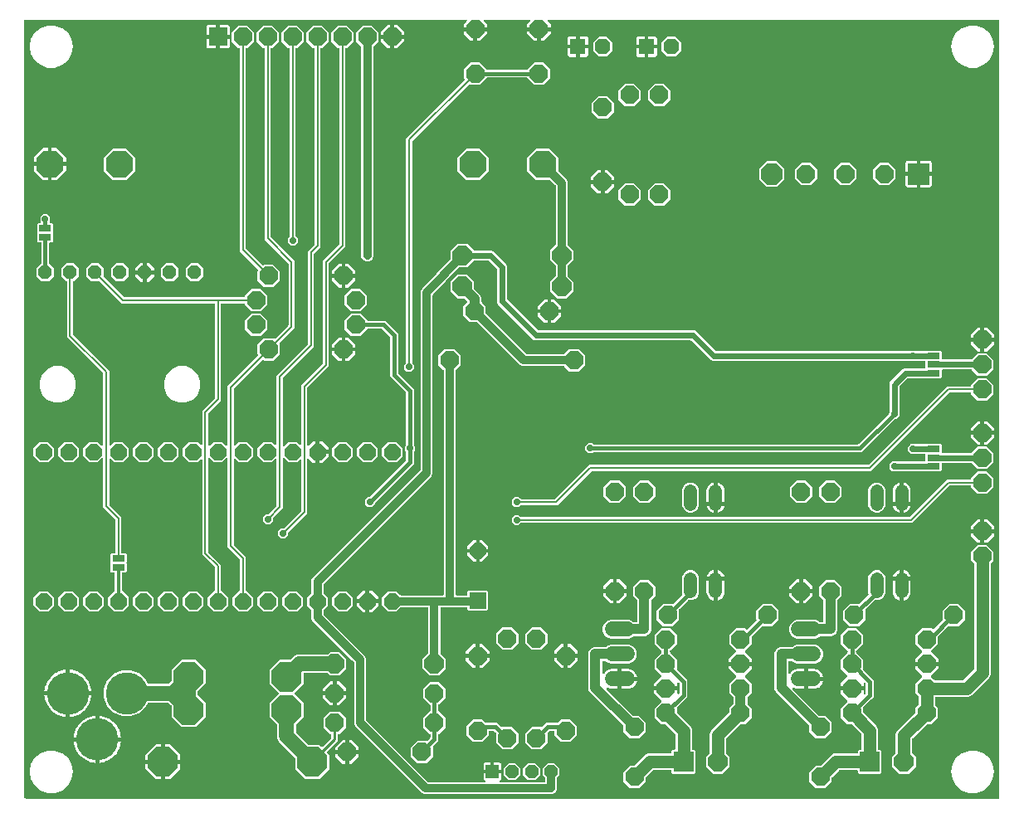
<source format=gbr>
G04 EAGLE Gerber RS-274X export*
G75*
%MOMM*%
%FSLAX34Y34*%
%LPD*%
%INBottom Copper*%
%IPPOS*%
%AMOC8*
5,1,8,0,0,1.08239X$1,22.5*%
G01*
%ADD10P,1.814519X8X112.500000*%
%ADD11P,1.814519X8X292.500000*%
%ADD12P,2.034460X8X292.500000*%
%ADD13P,2.034460X8X112.500000*%
%ADD14C,1.524000*%
%ADD15P,2.034460X8X22.500000*%
%ADD16R,2.032000X2.032000*%
%ADD17P,2.199416X8X22.500000*%
%ADD18C,1.320800*%
%ADD19P,2.034460X8X202.500000*%
%ADD20C,4.318000*%
%ADD21P,3.299125X8X202.500000*%
%ADD22P,3.299125X8X22.500000*%
%ADD23P,2.364373X8X112.500000*%
%ADD24R,2.184400X2.184400*%
%ADD25P,1.731824X8X202.500000*%
%ADD26R,1.600000X1.600000*%
%ADD27P,2.144431X8X22.500000*%
%ADD28P,2.144431X8X202.500000*%
%ADD29P,3.010451X8X202.500000*%
%ADD30P,3.010451X8X292.500000*%
%ADD31P,1.787026X8X292.500000*%
%ADD32R,1.651000X1.651000*%
%ADD33R,1.320800X1.320800*%
%ADD34P,1.429621X8X22.500000*%
%ADD35R,1.879600X1.879600*%
%ADD36P,1.539592X8X202.500000*%
%ADD37R,1.270000X0.635000*%
%ADD38C,0.406400*%
%ADD39P,0.654629X8X22.500000*%
%ADD40C,1.016000*%
%ADD41C,1.270000*%
%ADD42C,1.500000*%
%ADD43C,1.422400*%
%ADD44C,0.254000*%
%ADD45C,0.812800*%
%ADD46C,0.203200*%
%ADD47C,0.609600*%
%ADD48C,0.304800*%

G36*
X996502Y2549D02*
X996502Y2549D01*
X996560Y2547D01*
X996642Y2569D01*
X996726Y2581D01*
X996779Y2604D01*
X996835Y2619D01*
X996908Y2662D01*
X996985Y2697D01*
X997030Y2735D01*
X997080Y2764D01*
X997138Y2826D01*
X997202Y2880D01*
X997234Y2929D01*
X997274Y2972D01*
X997313Y3047D01*
X997360Y3117D01*
X997377Y3173D01*
X997404Y3225D01*
X997415Y3293D01*
X997445Y3388D01*
X997448Y3488D01*
X997459Y3556D01*
X997459Y796444D01*
X997451Y796502D01*
X997453Y796560D01*
X997431Y796642D01*
X997419Y796726D01*
X997396Y796779D01*
X997381Y796835D01*
X997338Y796908D01*
X997303Y796985D01*
X997265Y797030D01*
X997236Y797080D01*
X997174Y797138D01*
X997120Y797202D01*
X997071Y797234D01*
X997028Y797274D01*
X996953Y797313D01*
X996883Y797360D01*
X996827Y797377D01*
X996775Y797404D01*
X996707Y797415D01*
X996612Y797445D01*
X996512Y797448D01*
X996444Y797459D01*
X536994Y797459D01*
X536965Y797455D01*
X536935Y797458D01*
X536824Y797435D01*
X536712Y797419D01*
X536685Y797407D01*
X536657Y797402D01*
X536556Y797350D01*
X536453Y797303D01*
X536430Y797284D01*
X536404Y797271D01*
X536322Y797193D01*
X536236Y797120D01*
X536219Y797095D01*
X536198Y797075D01*
X536141Y796977D01*
X536078Y796883D01*
X536069Y796855D01*
X536054Y796830D01*
X536027Y796720D01*
X535992Y796612D01*
X535992Y796582D01*
X535984Y796554D01*
X535988Y796441D01*
X535985Y796328D01*
X535992Y796299D01*
X535993Y796270D01*
X536028Y796162D01*
X536057Y796053D01*
X536072Y796027D01*
X536081Y795999D01*
X536126Y795936D01*
X536202Y795808D01*
X536248Y795765D01*
X536276Y795726D01*
X539451Y792551D01*
X539451Y789637D01*
X528528Y789637D01*
X528470Y789629D01*
X528412Y789631D01*
X528330Y789609D01*
X528247Y789597D01*
X528193Y789573D01*
X528137Y789559D01*
X528064Y789516D01*
X527987Y789481D01*
X527943Y789443D01*
X527892Y789413D01*
X527835Y789352D01*
X527770Y789297D01*
X527738Y789249D01*
X527698Y789206D01*
X527659Y789131D01*
X527613Y789061D01*
X527595Y789005D01*
X527568Y788953D01*
X527557Y788885D01*
X527527Y788790D01*
X527524Y788690D01*
X527513Y788622D01*
X527513Y787605D01*
X527511Y787605D01*
X527511Y788622D01*
X527503Y788680D01*
X527504Y788738D01*
X527483Y788820D01*
X527471Y788903D01*
X527447Y788957D01*
X527433Y789013D01*
X527390Y789086D01*
X527355Y789163D01*
X527317Y789208D01*
X527287Y789258D01*
X527226Y789316D01*
X527171Y789380D01*
X527123Y789412D01*
X527080Y789452D01*
X527005Y789491D01*
X526935Y789537D01*
X526879Y789555D01*
X526827Y789582D01*
X526759Y789593D01*
X526664Y789623D01*
X526564Y789626D01*
X526496Y789637D01*
X515573Y789637D01*
X515573Y792551D01*
X518748Y795726D01*
X518766Y795750D01*
X518788Y795769D01*
X518851Y795863D01*
X518919Y795953D01*
X518930Y795981D01*
X518946Y796005D01*
X518980Y796113D01*
X519020Y796219D01*
X519023Y796248D01*
X519032Y796276D01*
X519035Y796390D01*
X519044Y796502D01*
X519038Y796531D01*
X519039Y796560D01*
X519010Y796670D01*
X518988Y796781D01*
X518975Y796807D01*
X518967Y796835D01*
X518909Y796933D01*
X518857Y797033D01*
X518837Y797055D01*
X518822Y797080D01*
X518739Y797157D01*
X518661Y797239D01*
X518636Y797254D01*
X518615Y797274D01*
X518514Y797326D01*
X518416Y797383D01*
X518388Y797390D01*
X518361Y797404D01*
X518284Y797417D01*
X518140Y797453D01*
X518078Y797451D01*
X518030Y797459D01*
X471970Y797459D01*
X471941Y797455D01*
X471911Y797458D01*
X471800Y797435D01*
X471688Y797419D01*
X471661Y797407D01*
X471633Y797402D01*
X471532Y797350D01*
X471429Y797303D01*
X471406Y797284D01*
X471380Y797271D01*
X471298Y797193D01*
X471212Y797120D01*
X471195Y797095D01*
X471174Y797075D01*
X471117Y796977D01*
X471054Y796883D01*
X471045Y796855D01*
X471030Y796830D01*
X471003Y796720D01*
X470968Y796612D01*
X470968Y796582D01*
X470960Y796554D01*
X470964Y796441D01*
X470961Y796328D01*
X470968Y796299D01*
X470969Y796270D01*
X471004Y796162D01*
X471033Y796053D01*
X471048Y796027D01*
X471057Y795999D01*
X471102Y795936D01*
X471178Y795808D01*
X471224Y795765D01*
X471252Y795726D01*
X474427Y792551D01*
X474427Y789637D01*
X463504Y789637D01*
X463446Y789629D01*
X463388Y789631D01*
X463306Y789609D01*
X463223Y789597D01*
X463169Y789573D01*
X463113Y789559D01*
X463040Y789516D01*
X462963Y789481D01*
X462919Y789443D01*
X462868Y789413D01*
X462811Y789352D01*
X462746Y789297D01*
X462714Y789249D01*
X462674Y789206D01*
X462635Y789131D01*
X462589Y789061D01*
X462571Y789005D01*
X462544Y788953D01*
X462533Y788885D01*
X462503Y788790D01*
X462500Y788690D01*
X462489Y788622D01*
X462489Y787605D01*
X462487Y787605D01*
X462487Y788622D01*
X462479Y788680D01*
X462480Y788738D01*
X462459Y788820D01*
X462447Y788903D01*
X462423Y788957D01*
X462409Y789013D01*
X462366Y789086D01*
X462331Y789163D01*
X462293Y789208D01*
X462263Y789258D01*
X462202Y789316D01*
X462147Y789380D01*
X462099Y789412D01*
X462056Y789452D01*
X461981Y789491D01*
X461911Y789537D01*
X461855Y789555D01*
X461803Y789582D01*
X461735Y789593D01*
X461640Y789623D01*
X461540Y789626D01*
X461472Y789637D01*
X450549Y789637D01*
X450549Y792551D01*
X453724Y795726D01*
X453742Y795750D01*
X453764Y795769D01*
X453827Y795863D01*
X453895Y795953D01*
X453906Y795981D01*
X453922Y796005D01*
X453956Y796113D01*
X453996Y796219D01*
X453999Y796248D01*
X454008Y796276D01*
X454011Y796390D01*
X454020Y796502D01*
X454014Y796531D01*
X454015Y796560D01*
X453986Y796670D01*
X453964Y796781D01*
X453951Y796807D01*
X453943Y796835D01*
X453885Y796933D01*
X453833Y797033D01*
X453813Y797055D01*
X453798Y797080D01*
X453715Y797157D01*
X453637Y797239D01*
X453612Y797254D01*
X453591Y797274D01*
X453490Y797326D01*
X453392Y797383D01*
X453364Y797390D01*
X453337Y797404D01*
X453260Y797417D01*
X453116Y797453D01*
X453054Y797451D01*
X453006Y797459D01*
X3556Y797459D01*
X3498Y797451D01*
X3440Y797453D01*
X3358Y797431D01*
X3274Y797419D01*
X3221Y797396D01*
X3165Y797381D01*
X3092Y797338D01*
X3015Y797303D01*
X2970Y797265D01*
X2920Y797236D01*
X2862Y797174D01*
X2798Y797120D01*
X2766Y797071D01*
X2726Y797028D01*
X2687Y796953D01*
X2640Y796883D01*
X2623Y796827D01*
X2596Y796775D01*
X2585Y796707D01*
X2555Y796612D01*
X2552Y796512D01*
X2541Y796444D01*
X2541Y3556D01*
X2549Y3498D01*
X2547Y3440D01*
X2569Y3358D01*
X2581Y3274D01*
X2604Y3221D01*
X2619Y3165D01*
X2662Y3092D01*
X2697Y3015D01*
X2735Y2970D01*
X2764Y2920D01*
X2826Y2862D01*
X2880Y2798D01*
X2929Y2766D01*
X2972Y2726D01*
X3047Y2687D01*
X3117Y2640D01*
X3173Y2623D01*
X3225Y2596D01*
X3293Y2585D01*
X3388Y2555D01*
X3488Y2552D01*
X3556Y2541D01*
X996444Y2541D01*
X996502Y2549D01*
G37*
%LPC*%
G36*
X410787Y6903D02*
X410787Y6903D01*
X408546Y7831D01*
X406689Y9689D01*
X341689Y74689D01*
X339831Y76546D01*
X338903Y78787D01*
X338903Y141454D01*
X338891Y141541D01*
X338888Y141628D01*
X338871Y141681D01*
X338863Y141736D01*
X338828Y141815D01*
X338801Y141899D01*
X338773Y141938D01*
X338747Y141995D01*
X338651Y142108D01*
X338606Y142172D01*
X296431Y184346D01*
X295503Y186587D01*
X295503Y194748D01*
X295491Y194834D01*
X295488Y194922D01*
X295471Y194974D01*
X295463Y195029D01*
X295428Y195109D01*
X295401Y195192D01*
X295373Y195231D01*
X295347Y195288D01*
X295251Y195402D01*
X295206Y195465D01*
X291185Y199486D01*
X291185Y208114D01*
X295206Y212135D01*
X295258Y212204D01*
X295318Y212268D01*
X295344Y212318D01*
X295377Y212362D01*
X295408Y212443D01*
X295448Y212521D01*
X295456Y212569D01*
X295478Y212627D01*
X295490Y212775D01*
X295503Y212852D01*
X295503Y225013D01*
X296431Y227254D01*
X406606Y337428D01*
X406658Y337498D01*
X406718Y337562D01*
X406744Y337611D01*
X406777Y337655D01*
X406808Y337737D01*
X406848Y337815D01*
X406856Y337862D01*
X406878Y337921D01*
X406890Y338069D01*
X406903Y338146D01*
X406903Y518705D01*
X406901Y518720D01*
X406903Y518732D01*
X406871Y519906D01*
X406886Y519972D01*
X407331Y521045D01*
X407335Y521060D01*
X407341Y521071D01*
X407761Y522167D01*
X407800Y522223D01*
X408622Y523044D01*
X408631Y523056D01*
X408641Y523063D01*
X436983Y552971D01*
X437026Y553032D01*
X437076Y553086D01*
X437108Y553147D01*
X437148Y553203D01*
X437172Y553273D01*
X437206Y553339D01*
X437215Y553397D01*
X437242Y553471D01*
X437249Y553594D01*
X437261Y553670D01*
X437261Y561945D01*
X444255Y568939D01*
X454145Y568939D01*
X460706Y562378D01*
X460776Y562326D01*
X460839Y562266D01*
X460889Y562240D01*
X460933Y562207D01*
X461015Y562176D01*
X461093Y562136D01*
X461140Y562128D01*
X461199Y562106D01*
X461346Y562094D01*
X461424Y562081D01*
X479011Y562081D01*
X480878Y561307D01*
X482450Y559735D01*
X492735Y549450D01*
X494307Y547878D01*
X495081Y546011D01*
X495081Y512525D01*
X495093Y512438D01*
X495096Y512351D01*
X495113Y512298D01*
X495121Y512244D01*
X495156Y512164D01*
X495183Y512081D01*
X495211Y512041D01*
X495237Y511984D01*
X495333Y511871D01*
X495378Y511807D01*
X526807Y480378D01*
X526877Y480326D01*
X526941Y480266D01*
X526990Y480240D01*
X527034Y480207D01*
X527116Y480176D01*
X527194Y480136D01*
X527242Y480128D01*
X527300Y480106D01*
X527448Y480094D01*
X527525Y480081D01*
X686011Y480081D01*
X687878Y479307D01*
X707517Y459668D01*
X707587Y459616D01*
X707651Y459556D01*
X707700Y459530D01*
X707744Y459497D01*
X707826Y459466D01*
X707904Y459426D01*
X707952Y459418D01*
X708010Y459396D01*
X708158Y459384D01*
X708235Y459371D01*
X922260Y459371D01*
X922347Y459383D01*
X922435Y459386D01*
X922487Y459403D01*
X922542Y459411D01*
X922622Y459446D01*
X922705Y459473D01*
X922739Y459498D01*
X937192Y459498D01*
X938383Y458307D01*
X938383Y451496D01*
X938391Y451438D01*
X938389Y451380D01*
X938411Y451298D01*
X938423Y451214D01*
X938446Y451161D01*
X938461Y451105D01*
X938504Y451032D01*
X938539Y450955D01*
X938577Y450910D01*
X938606Y450860D01*
X938668Y450802D01*
X938722Y450738D01*
X938771Y450706D01*
X938814Y450666D01*
X938889Y450627D01*
X938959Y450580D01*
X939015Y450563D01*
X939067Y450536D01*
X939135Y450525D01*
X939230Y450495D01*
X939330Y450492D01*
X939398Y450481D01*
X968495Y450481D01*
X968581Y450493D01*
X968669Y450496D01*
X968721Y450513D01*
X968776Y450521D01*
X968856Y450556D01*
X968939Y450583D01*
X968979Y450611D01*
X969036Y450637D01*
X969149Y450733D01*
X969213Y450778D01*
X975265Y456831D01*
X984735Y456831D01*
X991431Y450135D01*
X991431Y440665D01*
X984735Y433969D01*
X975265Y433969D01*
X969213Y440022D01*
X969143Y440074D01*
X969079Y440134D01*
X969030Y440160D01*
X968985Y440193D01*
X968904Y440224D01*
X968826Y440264D01*
X968778Y440272D01*
X968720Y440294D01*
X968572Y440306D01*
X968495Y440319D01*
X939398Y440319D01*
X939340Y440311D01*
X939282Y440313D01*
X939200Y440291D01*
X939116Y440279D01*
X939063Y440256D01*
X939007Y440241D01*
X938934Y440198D01*
X938857Y440163D01*
X938812Y440125D01*
X938762Y440096D01*
X938704Y440034D01*
X938640Y439980D01*
X938608Y439931D01*
X938568Y439888D01*
X938529Y439813D01*
X938482Y439743D01*
X938465Y439687D01*
X938438Y439635D01*
X938427Y439567D01*
X938397Y439472D01*
X938394Y439372D01*
X938383Y439304D01*
X938383Y432493D01*
X937192Y431302D01*
X922752Y431302D01*
X922751Y431303D01*
X922670Y431334D01*
X922592Y431374D01*
X922544Y431382D01*
X922486Y431404D01*
X922338Y431416D01*
X922261Y431429D01*
X904035Y431429D01*
X903948Y431417D01*
X903861Y431414D01*
X903808Y431397D01*
X903754Y431389D01*
X903674Y431354D01*
X903591Y431327D01*
X903551Y431299D01*
X903494Y431273D01*
X903381Y431177D01*
X903317Y431132D01*
X895378Y423193D01*
X895326Y423123D01*
X895266Y423059D01*
X895240Y423010D01*
X895207Y422966D01*
X895176Y422884D01*
X895136Y422806D01*
X895128Y422758D01*
X895106Y422700D01*
X895094Y422552D01*
X895081Y422475D01*
X895081Y393911D01*
X895063Y393843D01*
X895065Y393778D01*
X895057Y393729D01*
X895057Y392905D01*
X894474Y392323D01*
X894455Y392298D01*
X894432Y392278D01*
X894390Y392211D01*
X894371Y392185D01*
X892823Y390638D01*
X892762Y390602D01*
X892718Y390555D01*
X892677Y390526D01*
X892095Y389943D01*
X891271Y389943D01*
X891240Y389939D01*
X891209Y389941D01*
X891133Y389924D01*
X891101Y389919D01*
X891088Y389919D01*
X891002Y389907D01*
X890914Y389904D01*
X890862Y389887D01*
X890807Y389879D01*
X890727Y389844D01*
X890644Y389817D01*
X890604Y389789D01*
X890547Y389763D01*
X890434Y389667D01*
X890370Y389622D01*
X856684Y355935D01*
X583507Y355935D01*
X583420Y355923D01*
X583333Y355920D01*
X583280Y355903D01*
X583226Y355895D01*
X583146Y355860D01*
X583063Y355833D01*
X583023Y355805D01*
X582966Y355779D01*
X582853Y355683D01*
X582789Y355638D01*
X582095Y354943D01*
X577905Y354943D01*
X574943Y357905D01*
X574943Y362095D01*
X577905Y365057D01*
X582095Y365057D01*
X582789Y364362D01*
X582859Y364310D01*
X582923Y364250D01*
X582972Y364224D01*
X583016Y364191D01*
X583098Y364160D01*
X583176Y364120D01*
X583224Y364112D01*
X583282Y364090D01*
X583430Y364078D01*
X583507Y364065D01*
X852896Y364065D01*
X852982Y364077D01*
X853070Y364080D01*
X853122Y364097D01*
X853177Y364105D01*
X853257Y364140D01*
X853340Y364167D01*
X853380Y364195D01*
X853437Y364221D01*
X853550Y364317D01*
X853614Y364362D01*
X884622Y395370D01*
X884674Y395440D01*
X884734Y395504D01*
X884760Y395553D01*
X884793Y395598D01*
X884824Y395679D01*
X884864Y395757D01*
X884872Y395805D01*
X884894Y395863D01*
X884906Y396011D01*
X884919Y396088D01*
X884919Y426011D01*
X885693Y427878D01*
X898632Y440817D01*
X900499Y441591D01*
X920602Y441591D01*
X920660Y441599D01*
X920718Y441597D01*
X920800Y441619D01*
X920884Y441631D01*
X920937Y441654D01*
X920993Y441669D01*
X921066Y441712D01*
X921143Y441747D01*
X921188Y441785D01*
X921238Y441814D01*
X921296Y441876D01*
X921360Y441930D01*
X921392Y441979D01*
X921432Y442022D01*
X921471Y442097D01*
X921518Y442167D01*
X921535Y442223D01*
X921562Y442275D01*
X921573Y442343D01*
X921603Y442438D01*
X921606Y442538D01*
X921617Y442606D01*
X921617Y448194D01*
X921609Y448252D01*
X921611Y448310D01*
X921589Y448392D01*
X921577Y448476D01*
X921554Y448529D01*
X921539Y448585D01*
X921496Y448658D01*
X921461Y448735D01*
X921423Y448780D01*
X921394Y448830D01*
X921332Y448888D01*
X921278Y448952D01*
X921229Y448984D01*
X921186Y449024D01*
X921111Y449063D01*
X921041Y449110D01*
X920985Y449127D01*
X920933Y449154D01*
X920865Y449165D01*
X920770Y449195D01*
X920670Y449198D01*
X920602Y449209D01*
X704699Y449209D01*
X702832Y449983D01*
X683193Y469622D01*
X683123Y469674D01*
X683059Y469734D01*
X683010Y469760D01*
X682966Y469793D01*
X682884Y469824D01*
X682806Y469864D01*
X682758Y469872D01*
X682700Y469894D01*
X682552Y469906D01*
X682475Y469919D01*
X523989Y469919D01*
X522122Y470693D01*
X520550Y472265D01*
X485693Y507122D01*
X484919Y508989D01*
X484919Y542475D01*
X484907Y542562D01*
X484904Y542649D01*
X484887Y542702D01*
X484879Y542756D01*
X484844Y542836D01*
X484817Y542920D01*
X484789Y542959D01*
X484763Y543016D01*
X484667Y543129D01*
X484622Y543193D01*
X476193Y551622D01*
X476123Y551674D01*
X476059Y551734D01*
X476010Y551760D01*
X475966Y551793D01*
X475884Y551824D01*
X475806Y551864D01*
X475758Y551872D01*
X475700Y551894D01*
X475552Y551906D01*
X475475Y551919D01*
X461424Y551919D01*
X461337Y551907D01*
X461250Y551904D01*
X461197Y551887D01*
X461142Y551879D01*
X461062Y551844D01*
X460979Y551817D01*
X460940Y551789D01*
X460883Y551763D01*
X460770Y551667D01*
X460706Y551622D01*
X454145Y545061D01*
X446722Y545061D01*
X446622Y545047D01*
X446521Y545041D01*
X446482Y545027D01*
X446441Y545021D01*
X446349Y544980D01*
X446253Y544946D01*
X446224Y544924D01*
X446181Y544905D01*
X446041Y544786D01*
X445985Y544744D01*
X419375Y516664D01*
X419332Y516604D01*
X419282Y516550D01*
X419250Y516488D01*
X419210Y516432D01*
X419186Y516362D01*
X419152Y516297D01*
X419143Y516239D01*
X419116Y516164D01*
X419109Y516041D01*
X419097Y515965D01*
X419097Y333987D01*
X418169Y331746D01*
X307994Y221572D01*
X307942Y221502D01*
X307882Y221438D01*
X307856Y221389D01*
X307823Y221345D01*
X307792Y221263D01*
X307752Y221185D01*
X307744Y221138D01*
X307722Y221079D01*
X307716Y221003D01*
X307711Y220987D01*
X307709Y220928D01*
X307697Y220854D01*
X307697Y212852D01*
X307709Y212766D01*
X307712Y212678D01*
X307729Y212626D01*
X307737Y212571D01*
X307772Y212491D01*
X307799Y212408D01*
X307827Y212369D01*
X307853Y212312D01*
X307949Y212198D01*
X307994Y212135D01*
X312015Y208114D01*
X312015Y199486D01*
X307994Y195465D01*
X307942Y195396D01*
X307882Y195332D01*
X307856Y195282D01*
X307823Y195238D01*
X307792Y195157D01*
X307752Y195079D01*
X307744Y195031D01*
X307722Y194973D01*
X307710Y194825D01*
X307697Y194748D01*
X307697Y190746D01*
X307709Y190659D01*
X307712Y190572D01*
X307729Y190519D01*
X307737Y190464D01*
X307772Y190385D01*
X307799Y190301D01*
X307827Y190262D01*
X307853Y190205D01*
X307949Y190092D01*
X307994Y190028D01*
X350169Y147854D01*
X351097Y145613D01*
X351097Y82946D01*
X351109Y82859D01*
X351112Y82772D01*
X351129Y82719D01*
X351137Y82664D01*
X351172Y82585D01*
X351199Y82501D01*
X351227Y82462D01*
X351253Y82405D01*
X351349Y82292D01*
X351394Y82228D01*
X414228Y19394D01*
X414298Y19342D01*
X414362Y19282D01*
X414411Y19256D01*
X414455Y19223D01*
X414537Y19192D01*
X414615Y19152D01*
X414662Y19144D01*
X414721Y19122D01*
X414869Y19110D01*
X414946Y19097D01*
X471972Y19097D01*
X471992Y19099D01*
X472011Y19097D01*
X472132Y19119D01*
X472254Y19137D01*
X472272Y19145D01*
X472291Y19148D01*
X472401Y19202D01*
X472513Y19253D01*
X472528Y19265D01*
X472546Y19274D01*
X472636Y19357D01*
X472730Y19436D01*
X472741Y19453D01*
X472755Y19466D01*
X472820Y19571D01*
X472888Y19673D01*
X472894Y19692D01*
X472904Y19708D01*
X472936Y19827D01*
X472973Y19944D01*
X472974Y19964D01*
X472979Y19983D01*
X472978Y20105D01*
X472981Y20228D01*
X472976Y20247D01*
X472976Y20267D01*
X472940Y20385D01*
X472909Y20503D01*
X472899Y20520D01*
X472893Y20539D01*
X472826Y20643D01*
X472764Y20748D01*
X472749Y20761D01*
X472739Y20778D01*
X472682Y20825D01*
X472556Y20942D01*
X472511Y20966D01*
X472480Y20991D01*
X471836Y21363D01*
X471363Y21836D01*
X471028Y22415D01*
X470855Y23062D01*
X470855Y28251D01*
X479266Y28251D01*
X479324Y28259D01*
X479382Y28257D01*
X479464Y28279D01*
X479547Y28291D01*
X479601Y28314D01*
X479657Y28329D01*
X479730Y28372D01*
X479807Y28407D01*
X479851Y28445D01*
X479902Y28474D01*
X479959Y28536D01*
X480003Y28573D01*
X480004Y28572D01*
X480059Y28508D01*
X480107Y28476D01*
X480150Y28436D01*
X480225Y28397D01*
X480295Y28350D01*
X480351Y28333D01*
X480403Y28306D01*
X480471Y28295D01*
X480566Y28265D01*
X480666Y28262D01*
X480734Y28251D01*
X489145Y28251D01*
X489145Y23062D01*
X488972Y22415D01*
X488637Y21836D01*
X488164Y21363D01*
X487520Y20991D01*
X487505Y20979D01*
X487487Y20971D01*
X487393Y20892D01*
X487296Y20816D01*
X487285Y20800D01*
X487270Y20787D01*
X487202Y20685D01*
X487130Y20586D01*
X487123Y20567D01*
X487112Y20551D01*
X487075Y20434D01*
X487034Y20318D01*
X487032Y20298D01*
X487027Y20280D01*
X487023Y20157D01*
X487016Y20034D01*
X487020Y20015D01*
X487019Y19996D01*
X487050Y19877D01*
X487077Y19757D01*
X487086Y19739D01*
X487091Y19721D01*
X487154Y19615D01*
X487213Y19507D01*
X487226Y19493D01*
X487236Y19476D01*
X487326Y19392D01*
X487412Y19305D01*
X487429Y19295D01*
X487444Y19282D01*
X487553Y19226D01*
X487660Y19166D01*
X487679Y19161D01*
X487697Y19152D01*
X487769Y19140D01*
X487937Y19101D01*
X487988Y19103D01*
X488028Y19097D01*
X532888Y19097D01*
X532946Y19105D01*
X533004Y19103D01*
X533086Y19125D01*
X533170Y19137D01*
X533223Y19160D01*
X533279Y19175D01*
X533352Y19218D01*
X533429Y19253D01*
X533474Y19291D01*
X533524Y19320D01*
X533582Y19382D01*
X533646Y19436D01*
X533678Y19485D01*
X533718Y19528D01*
X533757Y19603D01*
X533804Y19673D01*
X533821Y19729D01*
X533848Y19781D01*
X533859Y19849D01*
X533889Y19944D01*
X533892Y20044D01*
X533903Y20112D01*
X533903Y23462D01*
X533891Y23549D01*
X533888Y23636D01*
X533871Y23689D01*
X533863Y23744D01*
X533828Y23823D01*
X533801Y23907D01*
X533773Y23946D01*
X533747Y24003D01*
X533651Y24116D01*
X533606Y24180D01*
X531363Y26423D01*
X531363Y33577D01*
X536423Y38637D01*
X543577Y38637D01*
X548637Y33577D01*
X548637Y26423D01*
X546394Y24180D01*
X546342Y24110D01*
X546282Y24046D01*
X546256Y23997D01*
X546223Y23953D01*
X546192Y23871D01*
X546152Y23793D01*
X546144Y23746D01*
X546122Y23687D01*
X546110Y23539D01*
X546097Y23462D01*
X546097Y11787D01*
X545169Y9546D01*
X543454Y7831D01*
X541213Y6903D01*
X410787Y6903D01*
G37*
%LPD*%
%LPC*%
G36*
X195686Y193385D02*
X195686Y193385D01*
X189585Y199486D01*
X189585Y208114D01*
X195686Y214215D01*
X195936Y214215D01*
X195994Y214223D01*
X196052Y214221D01*
X196134Y214243D01*
X196218Y214255D01*
X196271Y214278D01*
X196327Y214293D01*
X196400Y214336D01*
X196477Y214371D01*
X196522Y214409D01*
X196572Y214438D01*
X196630Y214500D01*
X196694Y214554D01*
X196726Y214603D01*
X196766Y214646D01*
X196805Y214721D01*
X196852Y214791D01*
X196869Y214847D01*
X196896Y214899D01*
X196907Y214967D01*
X196937Y215062D01*
X196940Y215162D01*
X196951Y215230D01*
X196951Y238117D01*
X196944Y238169D01*
X196945Y238195D01*
X196939Y238218D01*
X196936Y238291D01*
X196919Y238343D01*
X196911Y238398D01*
X196876Y238478D01*
X196849Y238561D01*
X196821Y238600D01*
X196795Y238658D01*
X196699Y238771D01*
X196654Y238835D01*
X183951Y251537D01*
X183951Y348372D01*
X183947Y348401D01*
X183950Y348430D01*
X183927Y348541D01*
X183911Y348653D01*
X183899Y348680D01*
X183894Y348709D01*
X183842Y348809D01*
X183795Y348913D01*
X183776Y348935D01*
X183763Y348961D01*
X183685Y349043D01*
X183612Y349130D01*
X183587Y349146D01*
X183567Y349167D01*
X183469Y349224D01*
X183375Y349287D01*
X183347Y349296D01*
X183322Y349311D01*
X183212Y349339D01*
X183104Y349373D01*
X183074Y349374D01*
X183046Y349381D01*
X182933Y349377D01*
X182820Y349380D01*
X182791Y349373D01*
X182762Y349372D01*
X182654Y349337D01*
X182545Y349308D01*
X182519Y349293D01*
X182491Y349284D01*
X182428Y349239D01*
X182300Y349163D01*
X182257Y349117D01*
X182218Y349089D01*
X178914Y345785D01*
X170286Y345785D01*
X164185Y351886D01*
X164185Y360514D01*
X170286Y366615D01*
X178914Y366615D01*
X182218Y363311D01*
X182242Y363293D01*
X182261Y363270D01*
X182355Y363208D01*
X182445Y363140D01*
X182473Y363129D01*
X182497Y363113D01*
X182605Y363079D01*
X182711Y363038D01*
X182740Y363036D01*
X182768Y363027D01*
X182882Y363024D01*
X182994Y363015D01*
X183023Y363021D01*
X183052Y363020D01*
X183162Y363048D01*
X183273Y363071D01*
X183299Y363084D01*
X183327Y363092D01*
X183425Y363149D01*
X183525Y363202D01*
X183547Y363222D01*
X183572Y363237D01*
X183649Y363319D01*
X183731Y363397D01*
X183746Y363423D01*
X183766Y363444D01*
X183818Y363545D01*
X183875Y363643D01*
X183882Y363671D01*
X183896Y363697D01*
X183909Y363775D01*
X183945Y363918D01*
X183943Y363981D01*
X183951Y364028D01*
X183951Y398263D01*
X196654Y410965D01*
X196678Y410997D01*
X196694Y411011D01*
X196719Y411049D01*
X196766Y411099D01*
X196792Y411149D01*
X196825Y411193D01*
X196838Y411227D01*
X196852Y411248D01*
X196867Y411295D01*
X196896Y411352D01*
X196904Y411400D01*
X196926Y411458D01*
X196929Y411492D01*
X196937Y411519D01*
X196940Y411615D01*
X196951Y411683D01*
X196951Y506936D01*
X196943Y506994D01*
X196945Y507052D01*
X196923Y507134D01*
X196911Y507218D01*
X196888Y507271D01*
X196873Y507327D01*
X196830Y507400D01*
X196795Y507477D01*
X196757Y507522D01*
X196728Y507572D01*
X196666Y507630D01*
X196612Y507694D01*
X196563Y507726D01*
X196520Y507766D01*
X196445Y507805D01*
X196375Y507852D01*
X196319Y507869D01*
X196267Y507896D01*
X196199Y507907D01*
X196104Y507937D01*
X196004Y507940D01*
X195936Y507951D01*
X101937Y507951D01*
X99854Y510034D01*
X99854Y510035D01*
X79628Y530260D01*
X79582Y530295D01*
X79541Y530338D01*
X79469Y530380D01*
X79401Y530431D01*
X79346Y530452D01*
X79296Y530481D01*
X79214Y530502D01*
X79136Y530532D01*
X79077Y530537D01*
X79020Y530551D01*
X78936Y530549D01*
X78852Y530556D01*
X78795Y530544D01*
X78736Y530542D01*
X78656Y530516D01*
X78574Y530500D01*
X78522Y530473D01*
X78467Y530455D01*
X70812Y530455D01*
X65455Y535812D01*
X65455Y543388D01*
X70812Y548745D01*
X78388Y548745D01*
X83745Y543388D01*
X83745Y535720D01*
X83719Y535675D01*
X83698Y535594D01*
X83668Y535515D01*
X83663Y535456D01*
X83649Y535400D01*
X83651Y535315D01*
X83644Y535231D01*
X83656Y535174D01*
X83658Y535115D01*
X83683Y535035D01*
X83700Y534953D01*
X83727Y534901D01*
X83745Y534845D01*
X83785Y534789D01*
X83831Y534700D01*
X83900Y534628D01*
X83940Y534572D01*
X104165Y514346D01*
X104235Y514294D01*
X104299Y514234D01*
X104349Y514208D01*
X104393Y514175D01*
X104474Y514144D01*
X104552Y514104D01*
X104600Y514096D01*
X104658Y514074D01*
X104806Y514062D01*
X104883Y514049D01*
X226754Y514049D01*
X226812Y514057D01*
X226870Y514055D01*
X226952Y514077D01*
X227036Y514089D01*
X227089Y514112D01*
X227145Y514127D01*
X227218Y514170D01*
X227295Y514205D01*
X227340Y514243D01*
X227390Y514272D01*
X227448Y514334D01*
X227512Y514388D01*
X227544Y514437D01*
X227584Y514480D01*
X227623Y514555D01*
X227670Y514625D01*
X227687Y514681D01*
X227714Y514733D01*
X227725Y514801D01*
X227755Y514896D01*
X227758Y514996D01*
X227769Y515064D01*
X227769Y515735D01*
X234465Y522431D01*
X243935Y522431D01*
X250631Y515735D01*
X250631Y506265D01*
X243935Y499569D01*
X234465Y499569D01*
X227769Y506265D01*
X227769Y506936D01*
X227761Y506994D01*
X227763Y507052D01*
X227741Y507134D01*
X227729Y507218D01*
X227706Y507271D01*
X227691Y507327D01*
X227648Y507400D01*
X227613Y507477D01*
X227575Y507522D01*
X227546Y507572D01*
X227484Y507630D01*
X227430Y507694D01*
X227381Y507726D01*
X227338Y507766D01*
X227263Y507805D01*
X227193Y507852D01*
X227137Y507869D01*
X227085Y507896D01*
X227017Y507907D01*
X226922Y507937D01*
X226822Y507940D01*
X226754Y507951D01*
X204064Y507951D01*
X204006Y507943D01*
X203948Y507945D01*
X203866Y507923D01*
X203782Y507911D01*
X203729Y507888D01*
X203673Y507873D01*
X203600Y507830D01*
X203523Y507795D01*
X203478Y507757D01*
X203428Y507728D01*
X203370Y507666D01*
X203306Y507612D01*
X203274Y507563D01*
X203234Y507520D01*
X203195Y507445D01*
X203148Y507375D01*
X203131Y507319D01*
X203104Y507267D01*
X203093Y507199D01*
X203063Y507104D01*
X203060Y507004D01*
X203049Y506936D01*
X203049Y408737D01*
X190346Y396035D01*
X190294Y395965D01*
X190234Y395901D01*
X190208Y395851D01*
X190175Y395807D01*
X190144Y395726D01*
X190104Y395648D01*
X190096Y395600D01*
X190074Y395542D01*
X190062Y395394D01*
X190049Y395317D01*
X190049Y363428D01*
X190053Y363399D01*
X190050Y363370D01*
X190073Y363259D01*
X190089Y363147D01*
X190101Y363120D01*
X190106Y363091D01*
X190158Y362991D01*
X190205Y362887D01*
X190224Y362865D01*
X190237Y362839D01*
X190315Y362757D01*
X190388Y362670D01*
X190413Y362654D01*
X190433Y362633D01*
X190531Y362576D01*
X190625Y362513D01*
X190653Y362504D01*
X190678Y362489D01*
X190788Y362461D01*
X190896Y362427D01*
X190926Y362426D01*
X190954Y362419D01*
X191067Y362423D01*
X191180Y362420D01*
X191209Y362427D01*
X191238Y362428D01*
X191346Y362463D01*
X191455Y362492D01*
X191481Y362507D01*
X191509Y362516D01*
X191572Y362561D01*
X191700Y362637D01*
X191743Y362683D01*
X191782Y362711D01*
X195686Y366615D01*
X204314Y366615D01*
X208218Y362711D01*
X208242Y362693D01*
X208261Y362670D01*
X208355Y362608D01*
X208445Y362540D01*
X208473Y362529D01*
X208497Y362513D01*
X208605Y362479D01*
X208711Y362438D01*
X208740Y362436D01*
X208768Y362427D01*
X208882Y362424D01*
X208994Y362415D01*
X209023Y362421D01*
X209052Y362420D01*
X209162Y362448D01*
X209273Y362471D01*
X209299Y362484D01*
X209327Y362492D01*
X209425Y362549D01*
X209525Y362602D01*
X209547Y362622D01*
X209572Y362637D01*
X209649Y362719D01*
X209731Y362797D01*
X209746Y362823D01*
X209766Y362844D01*
X209818Y362945D01*
X209875Y363043D01*
X209882Y363071D01*
X209896Y363097D01*
X209909Y363175D01*
X209945Y363318D01*
X209943Y363381D01*
X209951Y363428D01*
X209951Y423363D01*
X240944Y454355D01*
X240979Y454402D01*
X241021Y454442D01*
X241064Y454515D01*
X241114Y454582D01*
X241135Y454637D01*
X241165Y454687D01*
X241186Y454769D01*
X241216Y454848D01*
X241221Y454906D01*
X241235Y454963D01*
X241232Y455047D01*
X241239Y455131D01*
X241228Y455189D01*
X241226Y455247D01*
X241200Y455327D01*
X241183Y455410D01*
X241156Y455462D01*
X241138Y455518D01*
X241098Y455574D01*
X241052Y455662D01*
X240984Y455735D01*
X240944Y455791D01*
X240469Y456265D01*
X240469Y465735D01*
X247165Y472431D01*
X256635Y472431D01*
X257109Y471956D01*
X257156Y471921D01*
X257196Y471879D01*
X257269Y471836D01*
X257336Y471786D01*
X257391Y471765D01*
X257441Y471735D01*
X257523Y471714D01*
X257602Y471684D01*
X257660Y471679D01*
X257717Y471665D01*
X257801Y471668D01*
X257885Y471661D01*
X257943Y471672D01*
X258001Y471674D01*
X258081Y471700D01*
X258164Y471717D01*
X258216Y471744D01*
X258272Y471762D01*
X258328Y471802D01*
X258416Y471848D01*
X258489Y471916D01*
X258545Y471956D01*
X271654Y485065D01*
X271706Y485135D01*
X271766Y485199D01*
X271792Y485249D01*
X271825Y485293D01*
X271850Y485358D01*
X271852Y485361D01*
X271855Y485372D01*
X271856Y485374D01*
X271896Y485452D01*
X271904Y485500D01*
X271926Y485558D01*
X271930Y485610D01*
X271937Y485632D01*
X271939Y485712D01*
X271951Y485783D01*
X271951Y548317D01*
X271939Y548403D01*
X271936Y548491D01*
X271919Y548543D01*
X271911Y548598D01*
X271876Y548678D01*
X271849Y548761D01*
X271821Y548800D01*
X271795Y548858D01*
X271699Y548971D01*
X271654Y549035D01*
X247751Y572937D01*
X247751Y767554D01*
X247743Y767612D01*
X247745Y767670D01*
X247723Y767752D01*
X247711Y767836D01*
X247688Y767889D01*
X247673Y767945D01*
X247630Y768018D01*
X247595Y768095D01*
X247557Y768140D01*
X247528Y768190D01*
X247466Y768248D01*
X247412Y768312D01*
X247363Y768344D01*
X247320Y768384D01*
X247245Y768423D01*
X247175Y768470D01*
X247119Y768487D01*
X247067Y768514D01*
X246999Y768525D01*
X246904Y768555D01*
X246804Y768558D01*
X246736Y768569D01*
X246065Y768569D01*
X239369Y775265D01*
X239369Y784735D01*
X246065Y791431D01*
X255535Y791431D01*
X262231Y784735D01*
X262231Y775265D01*
X255535Y768569D01*
X254864Y768569D01*
X254806Y768561D01*
X254748Y768563D01*
X254666Y768541D01*
X254582Y768529D01*
X254529Y768506D01*
X254473Y768491D01*
X254400Y768448D01*
X254323Y768413D01*
X254278Y768375D01*
X254228Y768346D01*
X254170Y768284D01*
X254106Y768230D01*
X254074Y768181D01*
X254034Y768138D01*
X253995Y768063D01*
X253948Y767993D01*
X253931Y767937D01*
X253904Y767885D01*
X253893Y767817D01*
X253863Y767722D01*
X253860Y767622D01*
X253849Y767554D01*
X253849Y575883D01*
X253861Y575797D01*
X253864Y575709D01*
X253881Y575657D01*
X253889Y575602D01*
X253924Y575522D01*
X253951Y575439D01*
X253979Y575400D01*
X254005Y575342D01*
X254101Y575229D01*
X254146Y575165D01*
X278049Y551263D01*
X278049Y482837D01*
X262856Y467645D01*
X262821Y467598D01*
X262779Y467558D01*
X262736Y467485D01*
X262686Y467418D01*
X262665Y467363D01*
X262635Y467313D01*
X262614Y467231D01*
X262584Y467152D01*
X262579Y467094D01*
X262565Y467037D01*
X262568Y466953D01*
X262561Y466869D01*
X262572Y466811D01*
X262574Y466753D01*
X262600Y466673D01*
X262617Y466590D01*
X262644Y466538D01*
X262662Y466482D01*
X262702Y466426D01*
X262748Y466338D01*
X262816Y466265D01*
X262856Y466209D01*
X263331Y465735D01*
X263331Y456265D01*
X256635Y449569D01*
X247165Y449569D01*
X246691Y450044D01*
X246644Y450079D01*
X246604Y450121D01*
X246531Y450164D01*
X246464Y450214D01*
X246409Y450235D01*
X246359Y450265D01*
X246277Y450286D01*
X246198Y450316D01*
X246140Y450321D01*
X246083Y450335D01*
X245999Y450332D01*
X245915Y450339D01*
X245857Y450328D01*
X245799Y450326D01*
X245719Y450300D01*
X245636Y450283D01*
X245584Y450256D01*
X245528Y450238D01*
X245472Y450198D01*
X245384Y450152D01*
X245311Y450084D01*
X245255Y450044D01*
X216346Y421135D01*
X216294Y421065D01*
X216234Y421001D01*
X216208Y420951D01*
X216175Y420907D01*
X216144Y420826D01*
X216104Y420748D01*
X216096Y420700D01*
X216074Y420642D01*
X216062Y420494D01*
X216049Y420417D01*
X216049Y364028D01*
X216053Y363999D01*
X216050Y363970D01*
X216073Y363859D01*
X216089Y363747D01*
X216101Y363720D01*
X216106Y363691D01*
X216158Y363591D01*
X216205Y363487D01*
X216224Y363465D01*
X216237Y363439D01*
X216315Y363357D01*
X216388Y363270D01*
X216413Y363254D01*
X216433Y363233D01*
X216531Y363176D01*
X216625Y363113D01*
X216653Y363104D01*
X216678Y363089D01*
X216788Y363061D01*
X216896Y363027D01*
X216926Y363026D01*
X216954Y363019D01*
X217067Y363023D01*
X217180Y363020D01*
X217209Y363027D01*
X217238Y363028D01*
X217346Y363063D01*
X217455Y363092D01*
X217481Y363107D01*
X217509Y363116D01*
X217572Y363161D01*
X217700Y363237D01*
X217743Y363283D01*
X217782Y363311D01*
X221086Y366615D01*
X229714Y366615D01*
X235815Y360514D01*
X235815Y351886D01*
X229714Y345785D01*
X221086Y345785D01*
X217782Y349089D01*
X217758Y349107D01*
X217739Y349130D01*
X217645Y349192D01*
X217555Y349260D01*
X217527Y349271D01*
X217503Y349287D01*
X217395Y349321D01*
X217289Y349362D01*
X217260Y349364D01*
X217232Y349373D01*
X217118Y349376D01*
X217006Y349385D01*
X216977Y349379D01*
X216948Y349380D01*
X216838Y349352D01*
X216727Y349329D01*
X216701Y349316D01*
X216673Y349308D01*
X216575Y349251D01*
X216475Y349198D01*
X216453Y349178D01*
X216428Y349163D01*
X216351Y349081D01*
X216269Y349003D01*
X216254Y348977D01*
X216234Y348956D01*
X216182Y348855D01*
X216125Y348757D01*
X216118Y348729D01*
X216104Y348703D01*
X216091Y348625D01*
X216055Y348482D01*
X216057Y348419D01*
X216049Y348372D01*
X216049Y261883D01*
X216061Y261797D01*
X216064Y261709D01*
X216081Y261657D01*
X216089Y261602D01*
X216124Y261522D01*
X216151Y261439D01*
X216179Y261400D01*
X216205Y261342D01*
X216301Y261229D01*
X216346Y261165D01*
X226365Y251146D01*
X226366Y251146D01*
X228449Y249063D01*
X228449Y215230D01*
X228457Y215172D01*
X228455Y215114D01*
X228477Y215032D01*
X228489Y214948D01*
X228512Y214895D01*
X228527Y214839D01*
X228570Y214766D01*
X228605Y214689D01*
X228643Y214644D01*
X228672Y214594D01*
X228734Y214536D01*
X228788Y214472D01*
X228837Y214440D01*
X228880Y214400D01*
X228955Y214361D01*
X229025Y214314D01*
X229081Y214297D01*
X229133Y214270D01*
X229201Y214259D01*
X229296Y214229D01*
X229396Y214226D01*
X229464Y214215D01*
X229714Y214215D01*
X235815Y208114D01*
X235815Y199486D01*
X229714Y193385D01*
X221086Y193385D01*
X214985Y199486D01*
X214985Y208114D01*
X221086Y214215D01*
X221336Y214215D01*
X221394Y214223D01*
X221452Y214221D01*
X221534Y214243D01*
X221618Y214255D01*
X221671Y214278D01*
X221727Y214293D01*
X221800Y214336D01*
X221877Y214371D01*
X221922Y214409D01*
X221972Y214438D01*
X222030Y214500D01*
X222094Y214554D01*
X222126Y214603D01*
X222166Y214646D01*
X222205Y214721D01*
X222252Y214791D01*
X222269Y214847D01*
X222296Y214899D01*
X222307Y214967D01*
X222337Y215062D01*
X222340Y215162D01*
X222351Y215230D01*
X222351Y246117D01*
X222339Y246203D01*
X222336Y246291D01*
X222319Y246343D01*
X222311Y246398D01*
X222276Y246478D01*
X222249Y246561D01*
X222221Y246600D01*
X222195Y246658D01*
X222099Y246771D01*
X222054Y246835D01*
X212035Y256854D01*
X212034Y256854D01*
X209951Y258937D01*
X209951Y348972D01*
X209947Y349001D01*
X209950Y349030D01*
X209927Y349141D01*
X209911Y349253D01*
X209899Y349280D01*
X209894Y349309D01*
X209842Y349409D01*
X209795Y349513D01*
X209776Y349535D01*
X209763Y349561D01*
X209685Y349643D01*
X209612Y349730D01*
X209587Y349746D01*
X209567Y349767D01*
X209469Y349824D01*
X209375Y349887D01*
X209347Y349896D01*
X209322Y349911D01*
X209212Y349939D01*
X209104Y349973D01*
X209074Y349974D01*
X209046Y349981D01*
X208933Y349977D01*
X208820Y349980D01*
X208791Y349973D01*
X208762Y349972D01*
X208654Y349937D01*
X208545Y349908D01*
X208519Y349893D01*
X208491Y349884D01*
X208428Y349839D01*
X208300Y349763D01*
X208257Y349717D01*
X208218Y349689D01*
X204314Y345785D01*
X195686Y345785D01*
X191782Y349689D01*
X191758Y349707D01*
X191739Y349730D01*
X191645Y349792D01*
X191555Y349860D01*
X191527Y349871D01*
X191503Y349887D01*
X191395Y349921D01*
X191289Y349962D01*
X191260Y349964D01*
X191232Y349973D01*
X191118Y349976D01*
X191006Y349985D01*
X190977Y349979D01*
X190948Y349980D01*
X190838Y349952D01*
X190727Y349929D01*
X190701Y349916D01*
X190673Y349908D01*
X190575Y349851D01*
X190475Y349798D01*
X190453Y349778D01*
X190428Y349763D01*
X190351Y349681D01*
X190269Y349603D01*
X190254Y349577D01*
X190234Y349556D01*
X190182Y349455D01*
X190125Y349357D01*
X190118Y349329D01*
X190104Y349303D01*
X190091Y349225D01*
X190055Y349082D01*
X190057Y349019D01*
X190049Y348972D01*
X190049Y254483D01*
X190061Y254397D01*
X190064Y254309D01*
X190081Y254257D01*
X190089Y254202D01*
X190124Y254122D01*
X190151Y254039D01*
X190179Y254000D01*
X190205Y253942D01*
X190301Y253829D01*
X190346Y253765D01*
X203049Y241063D01*
X203049Y215230D01*
X203057Y215172D01*
X203055Y215114D01*
X203077Y215032D01*
X203089Y214948D01*
X203112Y214895D01*
X203127Y214839D01*
X203170Y214766D01*
X203205Y214689D01*
X203243Y214644D01*
X203272Y214594D01*
X203334Y214536D01*
X203388Y214472D01*
X203437Y214440D01*
X203480Y214400D01*
X203555Y214361D01*
X203625Y214314D01*
X203681Y214297D01*
X203733Y214270D01*
X203801Y214259D01*
X203896Y214229D01*
X203996Y214226D01*
X204064Y214215D01*
X204314Y214215D01*
X210415Y208114D01*
X210415Y199486D01*
X204314Y193385D01*
X195686Y193385D01*
G37*
%LPD*%
%LPC*%
G36*
X264105Y268143D02*
X264105Y268143D01*
X261143Y271105D01*
X261143Y275295D01*
X264105Y278257D01*
X266525Y278257D01*
X266611Y278269D01*
X266699Y278272D01*
X266751Y278289D01*
X266806Y278297D01*
X266886Y278332D01*
X266969Y278359D01*
X267008Y278387D01*
X267066Y278413D01*
X267179Y278509D01*
X267243Y278554D01*
X284654Y295965D01*
X284706Y296035D01*
X284766Y296099D01*
X284792Y296149D01*
X284825Y296193D01*
X284856Y296274D01*
X284896Y296352D01*
X284904Y296400D01*
X284926Y296458D01*
X284938Y296606D01*
X284951Y296683D01*
X284951Y347772D01*
X284947Y347801D01*
X284950Y347830D01*
X284927Y347941D01*
X284911Y348053D01*
X284899Y348080D01*
X284894Y348109D01*
X284841Y348209D01*
X284795Y348313D01*
X284776Y348335D01*
X284763Y348361D01*
X284685Y348443D01*
X284612Y348530D01*
X284587Y348546D01*
X284567Y348567D01*
X284469Y348624D01*
X284375Y348687D01*
X284347Y348696D01*
X284322Y348711D01*
X284212Y348739D01*
X284104Y348773D01*
X284074Y348774D01*
X284046Y348781D01*
X283933Y348777D01*
X283820Y348780D01*
X283791Y348773D01*
X283762Y348772D01*
X283654Y348737D01*
X283545Y348708D01*
X283519Y348693D01*
X283491Y348684D01*
X283428Y348639D01*
X283300Y348563D01*
X283257Y348517D01*
X283218Y348489D01*
X280514Y345785D01*
X271886Y345785D01*
X267782Y349889D01*
X267758Y349907D01*
X267739Y349930D01*
X267645Y349992D01*
X267555Y350060D01*
X267527Y350071D01*
X267503Y350087D01*
X267395Y350121D01*
X267289Y350162D01*
X267260Y350164D01*
X267232Y350173D01*
X267118Y350176D01*
X267006Y350185D01*
X266977Y350179D01*
X266948Y350180D01*
X266838Y350152D01*
X266727Y350129D01*
X266701Y350116D01*
X266673Y350108D01*
X266575Y350051D01*
X266475Y349998D01*
X266453Y349978D01*
X266428Y349963D01*
X266351Y349881D01*
X266269Y349803D01*
X266254Y349777D01*
X266234Y349756D01*
X266182Y349655D01*
X266125Y349557D01*
X266118Y349529D01*
X266104Y349503D01*
X266091Y349425D01*
X266055Y349282D01*
X266057Y349219D01*
X266049Y349172D01*
X266049Y298737D01*
X256154Y288843D01*
X256102Y288773D01*
X256042Y288709D01*
X256016Y288659D01*
X255983Y288615D01*
X255952Y288534D01*
X255912Y288456D01*
X255904Y288408D01*
X255882Y288350D01*
X255870Y288202D01*
X255857Y288125D01*
X255857Y285705D01*
X252895Y282743D01*
X248705Y282743D01*
X245743Y285705D01*
X245743Y289895D01*
X248705Y292857D01*
X251125Y292857D01*
X251211Y292869D01*
X251299Y292872D01*
X251351Y292889D01*
X251406Y292897D01*
X251486Y292932D01*
X251569Y292959D01*
X251608Y292987D01*
X251666Y293013D01*
X251779Y293109D01*
X251843Y293154D01*
X259654Y300965D01*
X259706Y301035D01*
X259766Y301099D01*
X259792Y301149D01*
X259825Y301193D01*
X259856Y301274D01*
X259896Y301352D01*
X259904Y301400D01*
X259926Y301458D01*
X259938Y301606D01*
X259951Y301683D01*
X259951Y348172D01*
X259947Y348201D01*
X259950Y348230D01*
X259927Y348341D01*
X259911Y348453D01*
X259899Y348480D01*
X259894Y348509D01*
X259841Y348609D01*
X259795Y348713D01*
X259776Y348735D01*
X259763Y348761D01*
X259685Y348843D01*
X259612Y348930D01*
X259587Y348946D01*
X259567Y348967D01*
X259469Y349024D01*
X259375Y349087D01*
X259347Y349096D01*
X259322Y349111D01*
X259212Y349139D01*
X259104Y349173D01*
X259074Y349174D01*
X259046Y349181D01*
X258933Y349177D01*
X258820Y349180D01*
X258791Y349173D01*
X258762Y349172D01*
X258654Y349137D01*
X258545Y349108D01*
X258519Y349093D01*
X258491Y349084D01*
X258428Y349039D01*
X258300Y348963D01*
X258257Y348917D01*
X258218Y348889D01*
X255114Y345785D01*
X246486Y345785D01*
X240385Y351886D01*
X240385Y360514D01*
X246486Y366615D01*
X255114Y366615D01*
X258218Y363511D01*
X258242Y363493D01*
X258261Y363470D01*
X258355Y363408D01*
X258445Y363340D01*
X258473Y363329D01*
X258497Y363313D01*
X258605Y363279D01*
X258711Y363238D01*
X258740Y363236D01*
X258768Y363227D01*
X258882Y363224D01*
X258994Y363215D01*
X259023Y363221D01*
X259052Y363220D01*
X259162Y363248D01*
X259273Y363271D01*
X259299Y363284D01*
X259327Y363292D01*
X259425Y363349D01*
X259525Y363402D01*
X259547Y363422D01*
X259572Y363437D01*
X259649Y363519D01*
X259731Y363597D01*
X259746Y363623D01*
X259766Y363644D01*
X259818Y363745D01*
X259875Y363843D01*
X259882Y363871D01*
X259896Y363897D01*
X259909Y363975D01*
X259945Y364118D01*
X259943Y364181D01*
X259951Y364228D01*
X259951Y434263D01*
X291654Y465965D01*
X291706Y466035D01*
X291766Y466099D01*
X291792Y466149D01*
X291825Y466193D01*
X291856Y466274D01*
X291896Y466352D01*
X291904Y466400D01*
X291926Y466458D01*
X291938Y466606D01*
X291951Y466683D01*
X291951Y561263D01*
X298254Y567565D01*
X298306Y567635D01*
X298366Y567699D01*
X298392Y567749D01*
X298425Y567793D01*
X298456Y567874D01*
X298496Y567952D01*
X298504Y568000D01*
X298526Y568058D01*
X298538Y568206D01*
X298551Y568283D01*
X298551Y767554D01*
X298543Y767612D01*
X298545Y767670D01*
X298523Y767752D01*
X298511Y767836D01*
X298488Y767889D01*
X298473Y767945D01*
X298430Y768018D01*
X298395Y768095D01*
X298357Y768140D01*
X298328Y768190D01*
X298266Y768248D01*
X298212Y768312D01*
X298163Y768344D01*
X298120Y768384D01*
X298045Y768423D01*
X297975Y768470D01*
X297919Y768487D01*
X297867Y768514D01*
X297799Y768525D01*
X297704Y768555D01*
X297604Y768558D01*
X297536Y768569D01*
X296865Y768569D01*
X290169Y775265D01*
X290169Y784735D01*
X296865Y791431D01*
X306335Y791431D01*
X313031Y784735D01*
X313031Y775265D01*
X306335Y768569D01*
X305664Y768569D01*
X305606Y768561D01*
X305548Y768563D01*
X305466Y768541D01*
X305382Y768529D01*
X305329Y768506D01*
X305273Y768491D01*
X305200Y768448D01*
X305123Y768413D01*
X305078Y768375D01*
X305028Y768346D01*
X304970Y768284D01*
X304906Y768230D01*
X304874Y768181D01*
X304834Y768138D01*
X304795Y768063D01*
X304748Y767993D01*
X304731Y767937D01*
X304704Y767885D01*
X304693Y767817D01*
X304663Y767722D01*
X304660Y767622D01*
X304649Y767554D01*
X304649Y565337D01*
X298346Y559035D01*
X298294Y558965D01*
X298234Y558901D01*
X298208Y558851D01*
X298175Y558807D01*
X298144Y558726D01*
X298104Y558648D01*
X298096Y558600D01*
X298074Y558542D01*
X298062Y558394D01*
X298049Y558317D01*
X298049Y463737D01*
X266346Y432035D01*
X266294Y431965D01*
X266234Y431901D01*
X266208Y431851D01*
X266175Y431807D01*
X266144Y431726D01*
X266104Y431648D01*
X266096Y431600D01*
X266074Y431542D01*
X266062Y431394D01*
X266049Y431317D01*
X266049Y363228D01*
X266053Y363199D01*
X266050Y363170D01*
X266073Y363059D01*
X266089Y362947D01*
X266101Y362920D01*
X266106Y362891D01*
X266158Y362791D01*
X266205Y362687D01*
X266224Y362665D01*
X266237Y362639D01*
X266315Y362557D01*
X266388Y362470D01*
X266413Y362454D01*
X266433Y362433D01*
X266531Y362376D01*
X266625Y362313D01*
X266653Y362304D01*
X266678Y362289D01*
X266788Y362261D01*
X266896Y362227D01*
X266926Y362226D01*
X266954Y362219D01*
X267067Y362223D01*
X267180Y362220D01*
X267209Y362227D01*
X267238Y362228D01*
X267346Y362263D01*
X267455Y362292D01*
X267481Y362307D01*
X267509Y362316D01*
X267572Y362361D01*
X267700Y362437D01*
X267743Y362483D01*
X267782Y362511D01*
X271886Y366615D01*
X280514Y366615D01*
X283218Y363911D01*
X283242Y363893D01*
X283261Y363870D01*
X283355Y363808D01*
X283445Y363740D01*
X283473Y363729D01*
X283497Y363713D01*
X283605Y363679D01*
X283711Y363638D01*
X283740Y363636D01*
X283768Y363627D01*
X283882Y363624D01*
X283994Y363615D01*
X284023Y363621D01*
X284052Y363620D01*
X284162Y363648D01*
X284273Y363671D01*
X284299Y363684D01*
X284327Y363692D01*
X284425Y363749D01*
X284525Y363802D01*
X284547Y363822D01*
X284572Y363837D01*
X284649Y363919D01*
X284731Y363997D01*
X284746Y364023D01*
X284766Y364044D01*
X284818Y364145D01*
X284875Y364243D01*
X284882Y364271D01*
X284896Y364297D01*
X284909Y364375D01*
X284945Y364518D01*
X284943Y364581D01*
X284951Y364628D01*
X284951Y424263D01*
X306654Y445965D01*
X306706Y446035D01*
X306766Y446099D01*
X306792Y446149D01*
X306825Y446193D01*
X306856Y446274D01*
X306896Y446352D01*
X306904Y446400D01*
X306926Y446458D01*
X306938Y446606D01*
X306951Y446683D01*
X306951Y551263D01*
X323654Y567965D01*
X323706Y568035D01*
X323766Y568099D01*
X323792Y568149D01*
X323825Y568193D01*
X323856Y568274D01*
X323896Y568352D01*
X323904Y568400D01*
X323926Y568458D01*
X323938Y568606D01*
X323951Y568683D01*
X323951Y767554D01*
X323943Y767612D01*
X323945Y767670D01*
X323923Y767752D01*
X323911Y767836D01*
X323888Y767889D01*
X323873Y767945D01*
X323830Y768018D01*
X323795Y768095D01*
X323757Y768140D01*
X323728Y768190D01*
X323666Y768248D01*
X323612Y768312D01*
X323563Y768344D01*
X323520Y768384D01*
X323445Y768423D01*
X323375Y768470D01*
X323319Y768487D01*
X323267Y768514D01*
X323199Y768525D01*
X323104Y768555D01*
X323004Y768558D01*
X322936Y768569D01*
X322265Y768569D01*
X315569Y775265D01*
X315569Y784735D01*
X322265Y791431D01*
X331735Y791431D01*
X338431Y784735D01*
X338431Y775265D01*
X331735Y768569D01*
X331064Y768569D01*
X331006Y768561D01*
X330948Y768563D01*
X330866Y768541D01*
X330782Y768529D01*
X330729Y768506D01*
X330673Y768491D01*
X330600Y768448D01*
X330523Y768413D01*
X330478Y768375D01*
X330428Y768346D01*
X330370Y768284D01*
X330306Y768230D01*
X330274Y768181D01*
X330234Y768138D01*
X330195Y768063D01*
X330148Y767993D01*
X330131Y767937D01*
X330104Y767885D01*
X330093Y767817D01*
X330063Y767722D01*
X330060Y767622D01*
X330049Y767554D01*
X330049Y565737D01*
X313346Y549035D01*
X313294Y548965D01*
X313234Y548901D01*
X313208Y548851D01*
X313175Y548807D01*
X313144Y548726D01*
X313104Y548648D01*
X313096Y548600D01*
X313074Y548542D01*
X313062Y548394D01*
X313049Y548317D01*
X313049Y443737D01*
X291346Y422035D01*
X291294Y421965D01*
X291234Y421901D01*
X291208Y421851D01*
X291175Y421807D01*
X291144Y421726D01*
X291104Y421648D01*
X291096Y421600D01*
X291074Y421542D01*
X291062Y421394D01*
X291049Y421317D01*
X291049Y363547D01*
X291053Y363518D01*
X291050Y363489D01*
X291073Y363377D01*
X291089Y363265D01*
X291101Y363239D01*
X291106Y363210D01*
X291158Y363109D01*
X291205Y363006D01*
X291224Y362983D01*
X291237Y362957D01*
X291315Y362875D01*
X291388Y362789D01*
X291413Y362773D01*
X291433Y362751D01*
X291531Y362694D01*
X291625Y362631D01*
X291653Y362622D01*
X291678Y362608D01*
X291788Y362580D01*
X291896Y362546D01*
X291926Y362545D01*
X291954Y362538D01*
X292067Y362541D01*
X292180Y362538D01*
X292209Y362546D01*
X292238Y362547D01*
X292346Y362581D01*
X292455Y362610D01*
X292481Y362625D01*
X292509Y362634D01*
X292572Y362680D01*
X292700Y362755D01*
X292743Y362801D01*
X292782Y362829D01*
X297076Y367123D01*
X299569Y367123D01*
X299569Y357216D01*
X299577Y357158D01*
X299575Y357100D01*
X299597Y357018D01*
X299609Y356935D01*
X299633Y356881D01*
X299647Y356825D01*
X299690Y356752D01*
X299725Y356675D01*
X299763Y356631D01*
X299793Y356580D01*
X299854Y356523D01*
X299909Y356458D01*
X299957Y356426D01*
X300000Y356386D01*
X300075Y356347D01*
X300145Y356301D01*
X300201Y356283D01*
X300253Y356256D01*
X300321Y356245D01*
X300416Y356215D01*
X300516Y356212D01*
X300584Y356201D01*
X301601Y356201D01*
X301601Y356199D01*
X300584Y356199D01*
X300526Y356191D01*
X300468Y356192D01*
X300386Y356171D01*
X300303Y356159D01*
X300249Y356135D01*
X300193Y356121D01*
X300120Y356078D01*
X300043Y356043D01*
X299998Y356005D01*
X299948Y355975D01*
X299890Y355914D01*
X299826Y355859D01*
X299794Y355811D01*
X299754Y355768D01*
X299715Y355693D01*
X299669Y355623D01*
X299651Y355567D01*
X299624Y355515D01*
X299613Y355447D01*
X299583Y355352D01*
X299580Y355252D01*
X299569Y355184D01*
X299569Y345277D01*
X297076Y345277D01*
X292782Y349571D01*
X292758Y349589D01*
X292739Y349611D01*
X292645Y349674D01*
X292555Y349742D01*
X292527Y349752D01*
X292503Y349769D01*
X292395Y349803D01*
X292289Y349843D01*
X292260Y349846D01*
X292232Y349854D01*
X292118Y349857D01*
X292006Y349867D01*
X291977Y349861D01*
X291948Y349862D01*
X291838Y349833D01*
X291727Y349811D01*
X291701Y349797D01*
X291673Y349790D01*
X291575Y349732D01*
X291475Y349680D01*
X291453Y349660D01*
X291428Y349645D01*
X291351Y349562D01*
X291269Y349484D01*
X291254Y349459D01*
X291234Y349437D01*
X291182Y349337D01*
X291125Y349239D01*
X291118Y349210D01*
X291104Y349184D01*
X291091Y349107D01*
X291055Y348963D01*
X291057Y348901D01*
X291049Y348853D01*
X291049Y293737D01*
X271554Y274243D01*
X271502Y274173D01*
X271442Y274109D01*
X271416Y274059D01*
X271383Y274015D01*
X271352Y273934D01*
X271312Y273856D01*
X271304Y273808D01*
X271282Y273750D01*
X271270Y273602D01*
X271257Y273525D01*
X271257Y271105D01*
X268295Y268143D01*
X264105Y268143D01*
G37*
%LPD*%
%LPC*%
G36*
X894950Y27807D02*
X894950Y27807D01*
X887807Y34950D01*
X887807Y45050D01*
X891320Y48563D01*
X891372Y48633D01*
X891432Y48697D01*
X891458Y48746D01*
X891491Y48790D01*
X891522Y48872D01*
X891562Y48950D01*
X891570Y48997D01*
X891592Y49056D01*
X891604Y49204D01*
X891617Y49281D01*
X891617Y68567D01*
X892893Y71649D01*
X911372Y90127D01*
X911424Y90197D01*
X911484Y90261D01*
X911510Y90310D01*
X911543Y90354D01*
X911574Y90436D01*
X911614Y90514D01*
X911622Y90561D01*
X911644Y90620D01*
X911649Y90680D01*
X911655Y90700D01*
X911657Y90773D01*
X911669Y90845D01*
X911669Y94735D01*
X914420Y97485D01*
X914472Y97555D01*
X914532Y97619D01*
X914558Y97668D01*
X914591Y97713D01*
X914622Y97794D01*
X914662Y97872D01*
X914670Y97920D01*
X914692Y97978D01*
X914704Y98126D01*
X914717Y98203D01*
X914717Y106797D01*
X914705Y106883D01*
X914702Y106971D01*
X914685Y107023D01*
X914677Y107078D01*
X914642Y107158D01*
X914615Y107241D01*
X914587Y107281D01*
X914561Y107338D01*
X914465Y107451D01*
X914420Y107515D01*
X911669Y110265D01*
X911669Y119735D01*
X918357Y126423D01*
X918393Y126470D01*
X918435Y126510D01*
X918478Y126583D01*
X918528Y126650D01*
X918549Y126705D01*
X918579Y126755D01*
X918599Y126837D01*
X918630Y126916D01*
X918634Y126974D01*
X918649Y127031D01*
X918646Y127115D01*
X918653Y127199D01*
X918642Y127256D01*
X918640Y127315D01*
X918614Y127395D01*
X918597Y127478D01*
X918570Y127530D01*
X918552Y127585D01*
X918512Y127642D01*
X918466Y127730D01*
X918398Y127802D01*
X918357Y127859D01*
X911161Y135055D01*
X911161Y137969D01*
X922084Y137969D01*
X922142Y137977D01*
X922200Y137975D01*
X922282Y137997D01*
X922365Y138009D01*
X922419Y138033D01*
X922475Y138047D01*
X922548Y138090D01*
X922625Y138125D01*
X922669Y138163D01*
X922720Y138193D01*
X922777Y138254D01*
X922842Y138309D01*
X922874Y138357D01*
X922914Y138400D01*
X922953Y138475D01*
X922999Y138545D01*
X923017Y138601D01*
X923044Y138653D01*
X923055Y138721D01*
X923085Y138816D01*
X923088Y138916D01*
X923099Y138984D01*
X923099Y141016D01*
X923091Y141074D01*
X923092Y141132D01*
X923071Y141214D01*
X923059Y141297D01*
X923035Y141351D01*
X923021Y141407D01*
X922978Y141480D01*
X922943Y141557D01*
X922905Y141602D01*
X922875Y141652D01*
X922814Y141710D01*
X922759Y141774D01*
X922711Y141806D01*
X922668Y141846D01*
X922593Y141885D01*
X922523Y141931D01*
X922467Y141949D01*
X922415Y141976D01*
X922347Y141987D01*
X922252Y142017D01*
X922152Y142020D01*
X922084Y142031D01*
X911161Y142031D01*
X911161Y144945D01*
X918357Y152141D01*
X918393Y152188D01*
X918435Y152228D01*
X918478Y152301D01*
X918528Y152368D01*
X918549Y152423D01*
X918579Y152474D01*
X918599Y152555D01*
X918630Y152634D01*
X918634Y152693D01*
X918649Y152749D01*
X918646Y152833D01*
X918653Y152917D01*
X918642Y152975D01*
X918640Y153033D01*
X918614Y153113D01*
X918597Y153196D01*
X918570Y153248D01*
X918552Y153304D01*
X918512Y153360D01*
X918466Y153449D01*
X918398Y153521D01*
X918357Y153577D01*
X911669Y160265D01*
X911669Y169735D01*
X918365Y176431D01*
X927835Y176431D01*
X928941Y175325D01*
X928987Y175290D01*
X929028Y175247D01*
X929100Y175205D01*
X929168Y175154D01*
X929222Y175133D01*
X929273Y175104D01*
X929355Y175083D01*
X929433Y175053D01*
X929492Y175048D01*
X929548Y175033D01*
X929633Y175036D01*
X929717Y175029D01*
X929774Y175041D01*
X929833Y175042D01*
X929913Y175068D01*
X929996Y175085D01*
X930047Y175112D01*
X930103Y175130D01*
X930159Y175170D01*
X930248Y175216D01*
X930320Y175285D01*
X930376Y175325D01*
X939125Y184074D01*
X939160Y184120D01*
X939203Y184161D01*
X939246Y184234D01*
X939296Y184301D01*
X939317Y184355D01*
X939347Y184406D01*
X939367Y184488D01*
X939397Y184566D01*
X939402Y184625D01*
X939417Y184682D01*
X939414Y184766D01*
X939421Y184850D01*
X939409Y184907D01*
X939407Y184966D01*
X939382Y185046D01*
X939369Y185107D01*
X939369Y194735D01*
X946065Y201431D01*
X955535Y201431D01*
X962231Y194735D01*
X962231Y185265D01*
X955535Y178569D01*
X945890Y178569D01*
X945817Y178597D01*
X945758Y178602D01*
X945702Y178617D01*
X945618Y178614D01*
X945533Y178621D01*
X945476Y178609D01*
X945417Y178608D01*
X945337Y178582D01*
X945255Y178565D01*
X945203Y178538D01*
X945147Y178520D01*
X945091Y178480D01*
X945002Y178434D01*
X944930Y178365D01*
X944874Y178325D01*
X934828Y168280D01*
X934776Y168210D01*
X934716Y168146D01*
X934690Y168097D01*
X934657Y168053D01*
X934626Y167971D01*
X934586Y167893D01*
X934578Y167845D01*
X934556Y167787D01*
X934544Y167639D01*
X934531Y167562D01*
X934531Y160265D01*
X927843Y153577D01*
X927807Y153530D01*
X927765Y153490D01*
X927722Y153417D01*
X927672Y153350D01*
X927651Y153295D01*
X927621Y153245D01*
X927601Y153163D01*
X927570Y153084D01*
X927566Y153026D01*
X927551Y152969D01*
X927554Y152885D01*
X927547Y152801D01*
X927558Y152744D01*
X927560Y152685D01*
X927586Y152605D01*
X927603Y152522D01*
X927630Y152470D01*
X927648Y152415D01*
X927688Y152358D01*
X927734Y152270D01*
X927802Y152198D01*
X927843Y152141D01*
X935039Y144945D01*
X935039Y142031D01*
X924116Y142031D01*
X924058Y142023D01*
X924000Y142025D01*
X923918Y142003D01*
X923835Y141991D01*
X923781Y141967D01*
X923725Y141953D01*
X923652Y141910D01*
X923575Y141875D01*
X923531Y141837D01*
X923480Y141807D01*
X923423Y141746D01*
X923358Y141691D01*
X923326Y141643D01*
X923286Y141600D01*
X923247Y141525D01*
X923201Y141455D01*
X923183Y141399D01*
X923156Y141347D01*
X923145Y141279D01*
X923115Y141184D01*
X923112Y141084D01*
X923101Y141016D01*
X923101Y138984D01*
X923109Y138926D01*
X923108Y138868D01*
X923129Y138786D01*
X923141Y138703D01*
X923165Y138649D01*
X923179Y138593D01*
X923222Y138520D01*
X923257Y138443D01*
X923295Y138398D01*
X923325Y138348D01*
X923386Y138290D01*
X923441Y138226D01*
X923489Y138194D01*
X923532Y138154D01*
X923607Y138115D01*
X923677Y138069D01*
X923733Y138051D01*
X923785Y138024D01*
X923853Y138013D01*
X923948Y137983D01*
X924048Y137980D01*
X924116Y137969D01*
X935039Y137969D01*
X935039Y135055D01*
X927843Y127859D01*
X927807Y127812D01*
X927765Y127772D01*
X927722Y127699D01*
X927672Y127632D01*
X927651Y127577D01*
X927621Y127526D01*
X927601Y127445D01*
X927570Y127366D01*
X927566Y127307D01*
X927551Y127251D01*
X927554Y127167D01*
X927547Y127083D01*
X927558Y127025D01*
X927560Y126967D01*
X927586Y126887D01*
X927603Y126804D01*
X927630Y126752D01*
X927648Y126696D01*
X927688Y126640D01*
X927734Y126551D01*
X927802Y126479D01*
X927843Y126423D01*
X930585Y123680D01*
X930655Y123628D01*
X930719Y123568D01*
X930768Y123542D01*
X930813Y123509D01*
X930894Y123478D01*
X930972Y123438D01*
X931020Y123430D01*
X931078Y123408D01*
X931226Y123396D01*
X931303Y123383D01*
X960296Y123383D01*
X960382Y123395D01*
X960470Y123398D01*
X960523Y123415D01*
X960577Y123423D01*
X960657Y123458D01*
X960740Y123485D01*
X960780Y123513D01*
X960837Y123539D01*
X960950Y123635D01*
X961014Y123680D01*
X971320Y133986D01*
X971372Y134056D01*
X971432Y134120D01*
X971458Y134169D01*
X971491Y134213D01*
X971522Y134295D01*
X971562Y134373D01*
X971570Y134421D01*
X971592Y134479D01*
X971604Y134627D01*
X971617Y134704D01*
X971617Y241797D01*
X971605Y241883D01*
X971602Y241971D01*
X971585Y242023D01*
X971577Y242078D01*
X971542Y242158D01*
X971515Y242241D01*
X971487Y242281D01*
X971461Y242338D01*
X971365Y242451D01*
X971320Y242515D01*
X968569Y245265D01*
X968569Y254735D01*
X975265Y261431D01*
X984735Y261431D01*
X991431Y254735D01*
X991431Y245265D01*
X988680Y242515D01*
X988628Y242445D01*
X988568Y242381D01*
X988542Y242332D01*
X988509Y242287D01*
X988478Y242206D01*
X988438Y242128D01*
X988430Y242080D01*
X988408Y242022D01*
X988396Y241874D01*
X988383Y241797D01*
X988383Y129144D01*
X987107Y126063D01*
X984606Y123562D01*
X971438Y110394D01*
X968937Y107893D01*
X965856Y106617D01*
X932498Y106617D01*
X932440Y106609D01*
X932382Y106611D01*
X932300Y106589D01*
X932216Y106577D01*
X932163Y106554D01*
X932107Y106539D01*
X932034Y106496D01*
X931957Y106461D01*
X931912Y106423D01*
X931862Y106394D01*
X931804Y106332D01*
X931740Y106278D01*
X931708Y106229D01*
X931668Y106186D01*
X931629Y106111D01*
X931582Y106041D01*
X931565Y105985D01*
X931538Y105933D01*
X931527Y105865D01*
X931497Y105770D01*
X931494Y105670D01*
X931483Y105602D01*
X931483Y98203D01*
X931495Y98117D01*
X931498Y98029D01*
X931515Y97977D01*
X931523Y97922D01*
X931558Y97842D01*
X931585Y97759D01*
X931613Y97719D01*
X931639Y97662D01*
X931735Y97549D01*
X931780Y97485D01*
X934531Y94735D01*
X934531Y85265D01*
X927835Y78569D01*
X923945Y78569D01*
X923858Y78557D01*
X923771Y78554D01*
X923718Y78537D01*
X923663Y78529D01*
X923583Y78494D01*
X923500Y78467D01*
X923461Y78439D01*
X923404Y78413D01*
X923291Y78317D01*
X923227Y78272D01*
X908680Y63725D01*
X908628Y63655D01*
X908568Y63591D01*
X908542Y63542D01*
X908509Y63498D01*
X908478Y63416D01*
X908438Y63338D01*
X908430Y63291D01*
X908408Y63232D01*
X908396Y63085D01*
X908383Y63007D01*
X908383Y49281D01*
X908395Y49194D01*
X908398Y49107D01*
X908415Y49054D01*
X908423Y48999D01*
X908458Y48920D01*
X908485Y48836D01*
X908513Y48797D01*
X908539Y48740D01*
X908629Y48633D01*
X908645Y48606D01*
X908657Y48595D01*
X908680Y48563D01*
X912193Y45050D01*
X912193Y34950D01*
X905050Y27807D01*
X894950Y27807D01*
G37*
%LPD*%
%LPC*%
G36*
X415855Y128061D02*
X415855Y128061D01*
X408861Y135055D01*
X408861Y144945D01*
X414406Y150490D01*
X414458Y150560D01*
X414518Y150624D01*
X414544Y150673D01*
X414577Y150717D01*
X414608Y150799D01*
X414648Y150877D01*
X414656Y150924D01*
X414678Y150983D01*
X414690Y151130D01*
X414703Y151208D01*
X414703Y196688D01*
X414695Y196746D01*
X414697Y196804D01*
X414675Y196886D01*
X414663Y196970D01*
X414640Y197023D01*
X414625Y197079D01*
X414582Y197152D01*
X414547Y197229D01*
X414509Y197274D01*
X414480Y197324D01*
X414418Y197382D01*
X414364Y197446D01*
X414315Y197478D01*
X414272Y197518D01*
X414197Y197557D01*
X414127Y197604D01*
X414071Y197621D01*
X414019Y197648D01*
X413951Y197659D01*
X413856Y197689D01*
X413756Y197692D01*
X413688Y197703D01*
X386852Y197703D01*
X386766Y197691D01*
X386678Y197688D01*
X386626Y197671D01*
X386571Y197663D01*
X386491Y197628D01*
X386408Y197601D01*
X386369Y197573D01*
X386312Y197547D01*
X386198Y197451D01*
X386135Y197406D01*
X382114Y193385D01*
X373486Y193385D01*
X367385Y199486D01*
X367385Y208114D01*
X373486Y214215D01*
X382114Y214215D01*
X386135Y210194D01*
X386204Y210142D01*
X386268Y210082D01*
X386318Y210056D01*
X386362Y210023D01*
X386443Y209992D01*
X386521Y209952D01*
X386569Y209944D01*
X386627Y209922D01*
X386775Y209910D01*
X386852Y209897D01*
X429388Y209897D01*
X429446Y209905D01*
X429504Y209903D01*
X429586Y209925D01*
X429670Y209937D01*
X429723Y209960D01*
X429779Y209975D01*
X429852Y210018D01*
X429929Y210053D01*
X429974Y210091D01*
X430024Y210120D01*
X430082Y210182D01*
X430146Y210236D01*
X430178Y210285D01*
X430218Y210328D01*
X430257Y210403D01*
X430304Y210473D01*
X430321Y210529D01*
X430348Y210581D01*
X430359Y210649D01*
X430389Y210744D01*
X430392Y210844D01*
X430403Y210912D01*
X430403Y439511D01*
X430391Y439597D01*
X430388Y439685D01*
X430371Y439737D01*
X430363Y439792D01*
X430328Y439872D01*
X430301Y439955D01*
X430273Y439995D01*
X430247Y440052D01*
X430151Y440165D01*
X430106Y440229D01*
X425069Y445265D01*
X425069Y454735D01*
X431765Y461431D01*
X441235Y461431D01*
X447931Y454735D01*
X447931Y445265D01*
X442894Y440229D01*
X442842Y440159D01*
X442782Y440095D01*
X442756Y440046D01*
X442723Y440001D01*
X442692Y439920D01*
X442652Y439842D01*
X442644Y439794D01*
X442622Y439736D01*
X442610Y439588D01*
X442597Y439511D01*
X442597Y210912D01*
X442605Y210854D01*
X442603Y210796D01*
X442625Y210714D01*
X442637Y210630D01*
X442660Y210577D01*
X442675Y210521D01*
X442718Y210448D01*
X442753Y210371D01*
X442791Y210326D01*
X442820Y210276D01*
X442882Y210218D01*
X442936Y210154D01*
X442985Y210122D01*
X443028Y210082D01*
X443103Y210043D01*
X443173Y209996D01*
X443229Y209979D01*
X443281Y209952D01*
X443349Y209941D01*
X443444Y209911D01*
X443544Y209908D01*
X443612Y209897D01*
X453697Y209897D01*
X453755Y209905D01*
X453813Y209903D01*
X453895Y209925D01*
X453979Y209937D01*
X454032Y209960D01*
X454088Y209975D01*
X454161Y210018D01*
X454238Y210053D01*
X454283Y210091D01*
X454333Y210120D01*
X454391Y210182D01*
X454455Y210236D01*
X454487Y210285D01*
X454527Y210328D01*
X454566Y210403D01*
X454613Y210473D01*
X454630Y210529D01*
X454657Y210581D01*
X454668Y210649D01*
X454698Y210744D01*
X454701Y210844D01*
X454712Y210912D01*
X454712Y213697D01*
X455903Y214888D01*
X474097Y214888D01*
X475288Y213697D01*
X475288Y195503D01*
X474097Y194312D01*
X455903Y194312D01*
X454712Y195503D01*
X454712Y196688D01*
X454704Y196746D01*
X454706Y196804D01*
X454684Y196886D01*
X454672Y196970D01*
X454649Y197023D01*
X454634Y197079D01*
X454591Y197152D01*
X454556Y197229D01*
X454518Y197274D01*
X454489Y197324D01*
X454427Y197382D01*
X454373Y197446D01*
X454324Y197478D01*
X454281Y197518D01*
X454206Y197557D01*
X454136Y197604D01*
X454080Y197621D01*
X454028Y197648D01*
X453960Y197659D01*
X453865Y197689D01*
X453765Y197692D01*
X453697Y197703D01*
X427912Y197703D01*
X427854Y197695D01*
X427796Y197697D01*
X427714Y197675D01*
X427630Y197663D01*
X427577Y197640D01*
X427521Y197625D01*
X427448Y197582D01*
X427371Y197547D01*
X427326Y197509D01*
X427276Y197480D01*
X427218Y197418D01*
X427154Y197364D01*
X427122Y197315D01*
X427082Y197272D01*
X427043Y197197D01*
X426996Y197127D01*
X426979Y197071D01*
X426952Y197019D01*
X426941Y196951D01*
X426911Y196856D01*
X426908Y196756D01*
X426897Y196688D01*
X426897Y151208D01*
X426909Y151121D01*
X426912Y151034D01*
X426929Y150981D01*
X426937Y150926D01*
X426972Y150846D01*
X426999Y150763D01*
X427027Y150724D01*
X427053Y150667D01*
X427149Y150554D01*
X427194Y150490D01*
X432739Y144945D01*
X432739Y135055D01*
X425745Y128061D01*
X415855Y128061D01*
G37*
%LPD*%
%LPC*%
G36*
X289045Y22727D02*
X289045Y22727D01*
X278927Y32845D01*
X278927Y43371D01*
X278915Y43458D01*
X278912Y43545D01*
X278895Y43598D01*
X278887Y43652D01*
X278852Y43732D01*
X278825Y43815D01*
X278797Y43855D01*
X278771Y43912D01*
X278675Y44025D01*
X278630Y44089D01*
X261919Y60800D01*
X260467Y64304D01*
X260467Y77685D01*
X260459Y77740D01*
X260461Y77786D01*
X260454Y77812D01*
X260452Y77859D01*
X260435Y77912D01*
X260427Y77966D01*
X260394Y78042D01*
X260389Y78061D01*
X260385Y78067D01*
X260365Y78129D01*
X260337Y78169D01*
X260311Y78226D01*
X260215Y78339D01*
X260170Y78403D01*
X252727Y85845D01*
X252727Y100155D01*
X261855Y109282D01*
X261890Y109329D01*
X261932Y109369D01*
X261975Y109442D01*
X262026Y109509D01*
X262047Y109564D01*
X262076Y109614D01*
X262097Y109696D01*
X262127Y109775D01*
X262132Y109833D01*
X262146Y109890D01*
X262143Y109974D01*
X262150Y110058D01*
X262139Y110116D01*
X262137Y110174D01*
X262111Y110254D01*
X262095Y110337D01*
X262068Y110389D01*
X262050Y110445D01*
X262010Y110501D01*
X261964Y110589D01*
X261895Y110662D01*
X261855Y110718D01*
X252727Y119845D01*
X252727Y134155D01*
X262845Y144273D01*
X273371Y144273D01*
X273458Y144285D01*
X273545Y144288D01*
X273598Y144305D01*
X273652Y144313D01*
X273732Y144348D01*
X273815Y144375D01*
X273855Y144403D01*
X273912Y144429D01*
X274025Y144525D01*
X274089Y144570D01*
X274776Y145257D01*
X277600Y148081D01*
X281104Y149533D01*
X311428Y149533D01*
X311515Y149545D01*
X311602Y149548D01*
X311655Y149565D01*
X311710Y149573D01*
X311790Y149608D01*
X311873Y149635D01*
X311912Y149663D01*
X311969Y149689D01*
X312082Y149785D01*
X312146Y149830D01*
X314255Y151939D01*
X324145Y151939D01*
X331139Y144945D01*
X331139Y135055D01*
X324145Y128061D01*
X314255Y128061D01*
X312146Y130170D01*
X312076Y130222D01*
X312012Y130282D01*
X311963Y130308D01*
X311919Y130341D01*
X311837Y130372D01*
X311759Y130412D01*
X311712Y130420D01*
X311653Y130442D01*
X311506Y130454D01*
X311428Y130467D01*
X288288Y130467D01*
X288230Y130459D01*
X288172Y130461D01*
X288090Y130439D01*
X288006Y130427D01*
X287953Y130404D01*
X287897Y130389D01*
X287824Y130346D01*
X287747Y130311D01*
X287702Y130273D01*
X287652Y130244D01*
X287594Y130182D01*
X287530Y130128D01*
X287498Y130079D01*
X287458Y130036D01*
X287419Y129961D01*
X287372Y129891D01*
X287355Y129835D01*
X287328Y129783D01*
X287317Y129715D01*
X287287Y129620D01*
X287284Y129520D01*
X287273Y129452D01*
X287273Y119845D01*
X278145Y110718D01*
X278110Y110671D01*
X278068Y110631D01*
X278025Y110558D01*
X277974Y110491D01*
X277953Y110436D01*
X277924Y110386D01*
X277903Y110304D01*
X277873Y110225D01*
X277868Y110167D01*
X277854Y110110D01*
X277857Y110026D01*
X277850Y109942D01*
X277861Y109884D01*
X277863Y109826D01*
X277889Y109746D01*
X277905Y109663D01*
X277932Y109611D01*
X277950Y109555D01*
X277990Y109499D01*
X278036Y109411D01*
X278105Y109338D01*
X278145Y109282D01*
X287273Y100155D01*
X287273Y85845D01*
X279830Y78403D01*
X279778Y78333D01*
X279718Y78269D01*
X279692Y78220D01*
X279659Y78176D01*
X279635Y78112D01*
X279632Y78108D01*
X279628Y78093D01*
X279588Y78016D01*
X279580Y77968D01*
X279558Y77910D01*
X279554Y77859D01*
X279547Y77837D01*
X279545Y77756D01*
X279533Y77685D01*
X279533Y70569D01*
X279545Y70482D01*
X279546Y70448D01*
X279546Y70446D01*
X279548Y70395D01*
X279565Y70342D01*
X279573Y70288D01*
X279608Y70208D01*
X279618Y70171D01*
X279623Y70162D01*
X279635Y70125D01*
X279663Y70085D01*
X279689Y70028D01*
X279736Y69973D01*
X279763Y69927D01*
X279803Y69889D01*
X279830Y69851D01*
X292111Y57570D01*
X292181Y57518D01*
X292245Y57458D01*
X292294Y57432D01*
X292338Y57399D01*
X292420Y57368D01*
X292498Y57328D01*
X292546Y57320D01*
X292604Y57298D01*
X292752Y57286D01*
X292829Y57273D01*
X303355Y57273D01*
X305360Y55267D01*
X305407Y55232D01*
X305447Y55189D01*
X305520Y55147D01*
X305588Y55096D01*
X305642Y55075D01*
X305693Y55046D01*
X305774Y55025D01*
X305853Y54995D01*
X305912Y54990D01*
X305968Y54976D01*
X306052Y54978D01*
X306137Y54971D01*
X306194Y54983D01*
X306252Y54985D01*
X306333Y55011D01*
X306415Y55027D01*
X306467Y55054D01*
X306523Y55072D01*
X306579Y55112D01*
X306668Y55158D01*
X306740Y55227D01*
X306796Y55267D01*
X315600Y64071D01*
X315652Y64141D01*
X315712Y64204D01*
X315738Y64254D01*
X315771Y64298D01*
X315802Y64380D01*
X315842Y64458D01*
X315850Y64505D01*
X315872Y64564D01*
X315884Y64711D01*
X315897Y64789D01*
X315897Y67554D01*
X315890Y67606D01*
X315891Y67633D01*
X315890Y67636D01*
X315891Y67670D01*
X315869Y67752D01*
X315857Y67836D01*
X315834Y67889D01*
X315819Y67945D01*
X315776Y68018D01*
X315741Y68095D01*
X315703Y68140D01*
X315674Y68190D01*
X315612Y68248D01*
X315558Y68312D01*
X315509Y68344D01*
X315466Y68384D01*
X315391Y68423D01*
X315321Y68470D01*
X315265Y68487D01*
X315213Y68514D01*
X315145Y68525D01*
X315050Y68555D01*
X314950Y68558D01*
X314882Y68569D01*
X314465Y68569D01*
X307769Y75265D01*
X307769Y84735D01*
X314465Y91431D01*
X323935Y91431D01*
X330631Y84735D01*
X330631Y75265D01*
X323935Y68569D01*
X323518Y68569D01*
X323460Y68561D01*
X323402Y68563D01*
X323320Y68541D01*
X323236Y68529D01*
X323183Y68506D01*
X323127Y68491D01*
X323054Y68448D01*
X322977Y68413D01*
X322932Y68375D01*
X322882Y68346D01*
X322824Y68284D01*
X322760Y68230D01*
X322728Y68181D01*
X322688Y68138D01*
X322649Y68063D01*
X322602Y67993D01*
X322585Y67937D01*
X322558Y67885D01*
X322547Y67817D01*
X322517Y67722D01*
X322514Y67622D01*
X322503Y67554D01*
X322503Y61632D01*
X311467Y50596D01*
X311432Y50549D01*
X311389Y50509D01*
X311347Y50436D01*
X311296Y50369D01*
X311275Y50314D01*
X311246Y50264D01*
X311225Y50182D01*
X311195Y50103D01*
X311190Y50045D01*
X311176Y49988D01*
X311178Y49904D01*
X311171Y49820D01*
X311183Y49763D01*
X311185Y49704D01*
X311211Y49624D01*
X311227Y49541D01*
X311254Y49489D01*
X311272Y49434D01*
X311312Y49377D01*
X311358Y49289D01*
X311427Y49217D01*
X311467Y49160D01*
X313473Y47155D01*
X313473Y32845D01*
X303355Y22727D01*
X289045Y22727D01*
G37*
%LPD*%
%LPC*%
G36*
X620265Y13169D02*
X620265Y13169D01*
X613569Y19865D01*
X613569Y29335D01*
X620265Y36031D01*
X624155Y36031D01*
X624242Y36043D01*
X624329Y36046D01*
X624382Y36063D01*
X624437Y36071D01*
X624517Y36106D01*
X624600Y36133D01*
X624639Y36161D01*
X624696Y36187D01*
X624809Y36283D01*
X624873Y36328D01*
X635651Y47107D01*
X638733Y48383D01*
X661792Y48383D01*
X661850Y48391D01*
X661908Y48389D01*
X661990Y48411D01*
X662074Y48423D01*
X662127Y48446D01*
X662183Y48461D01*
X662256Y48504D01*
X662333Y48539D01*
X662378Y48577D01*
X662428Y48606D01*
X662486Y48668D01*
X662550Y48722D01*
X662582Y48771D01*
X662622Y48814D01*
X662661Y48889D01*
X662708Y48959D01*
X662725Y49015D01*
X662752Y49067D01*
X662763Y49135D01*
X662793Y49230D01*
X662796Y49330D01*
X662807Y49398D01*
X662807Y51002D01*
X663998Y52193D01*
X665602Y52193D01*
X665660Y52201D01*
X665718Y52199D01*
X665800Y52221D01*
X665884Y52233D01*
X665937Y52256D01*
X665993Y52271D01*
X666066Y52314D01*
X666143Y52349D01*
X666188Y52387D01*
X666238Y52416D01*
X666296Y52478D01*
X666360Y52532D01*
X666392Y52581D01*
X666432Y52624D01*
X666471Y52699D01*
X666518Y52769D01*
X666535Y52825D01*
X666562Y52877D01*
X666573Y52945D01*
X666603Y53040D01*
X666606Y53140D01*
X666617Y53208D01*
X666617Y68007D01*
X666605Y68094D01*
X666602Y68181D01*
X666585Y68234D01*
X666577Y68289D01*
X666542Y68369D01*
X666515Y68452D01*
X666487Y68491D01*
X666461Y68548D01*
X666365Y68661D01*
X666320Y68725D01*
X656773Y78272D01*
X656703Y78324D01*
X656639Y78384D01*
X656590Y78410D01*
X656546Y78443D01*
X656464Y78474D01*
X656386Y78514D01*
X656339Y78522D01*
X656280Y78544D01*
X656133Y78556D01*
X656055Y78569D01*
X652165Y78569D01*
X645469Y85265D01*
X645469Y94735D01*
X652157Y101423D01*
X652193Y101470D01*
X652235Y101510D01*
X652278Y101583D01*
X652328Y101650D01*
X652349Y101705D01*
X652379Y101755D01*
X652399Y101837D01*
X652430Y101916D01*
X652434Y101974D01*
X652449Y102031D01*
X652446Y102115D01*
X652453Y102199D01*
X652442Y102256D01*
X652440Y102315D01*
X652414Y102395D01*
X652397Y102478D01*
X652370Y102530D01*
X652352Y102585D01*
X652312Y102642D01*
X652266Y102730D01*
X652198Y102802D01*
X652157Y102859D01*
X644961Y110055D01*
X644961Y112969D01*
X655884Y112969D01*
X655942Y112977D01*
X656000Y112975D01*
X656082Y112997D01*
X656165Y113009D01*
X656219Y113033D01*
X656275Y113047D01*
X656348Y113090D01*
X656425Y113125D01*
X656469Y113163D01*
X656520Y113193D01*
X656577Y113254D01*
X656642Y113309D01*
X656674Y113357D01*
X656714Y113400D01*
X656753Y113475D01*
X656799Y113545D01*
X656817Y113601D01*
X656844Y113653D01*
X656855Y113721D01*
X656885Y113816D01*
X656888Y113916D01*
X656899Y113984D01*
X656899Y116016D01*
X656891Y116074D01*
X656892Y116132D01*
X656871Y116214D01*
X656859Y116297D01*
X656835Y116351D01*
X656821Y116407D01*
X656778Y116480D01*
X656743Y116557D01*
X656705Y116601D01*
X656675Y116652D01*
X656614Y116710D01*
X656559Y116774D01*
X656511Y116806D01*
X656468Y116846D01*
X656393Y116885D01*
X656323Y116931D01*
X656267Y116949D01*
X656215Y116976D01*
X656147Y116987D01*
X656052Y117017D01*
X655952Y117020D01*
X655884Y117031D01*
X644961Y117031D01*
X644961Y119945D01*
X652157Y127141D01*
X652193Y127188D01*
X652235Y127228D01*
X652278Y127301D01*
X652328Y127368D01*
X652349Y127423D01*
X652379Y127474D01*
X652399Y127555D01*
X652430Y127634D01*
X652434Y127693D01*
X652449Y127749D01*
X652446Y127833D01*
X652453Y127917D01*
X652442Y127975D01*
X652440Y128033D01*
X652414Y128113D01*
X652397Y128196D01*
X652370Y128248D01*
X652352Y128304D01*
X652312Y128360D01*
X652266Y128449D01*
X652198Y128521D01*
X652157Y128577D01*
X645469Y135265D01*
X645469Y144735D01*
X652289Y151555D01*
X652361Y151587D01*
X652406Y151625D01*
X652456Y151654D01*
X652514Y151716D01*
X652578Y151770D01*
X652610Y151819D01*
X652650Y151862D01*
X652689Y151937D01*
X652736Y152007D01*
X652753Y152063D01*
X652780Y152115D01*
X652791Y152183D01*
X652821Y152278D01*
X652824Y152378D01*
X652835Y152446D01*
X652835Y152554D01*
X652827Y152612D01*
X652829Y152670D01*
X652807Y152752D01*
X652795Y152836D01*
X652772Y152889D01*
X652757Y152945D01*
X652714Y153018D01*
X652679Y153095D01*
X652641Y153140D01*
X652612Y153190D01*
X652550Y153248D01*
X652496Y153312D01*
X652447Y153344D01*
X652404Y153384D01*
X652329Y153423D01*
X652277Y153457D01*
X645469Y160265D01*
X645469Y169735D01*
X652165Y176431D01*
X661635Y176431D01*
X668331Y169735D01*
X668331Y160265D01*
X661511Y153445D01*
X661439Y153413D01*
X661394Y153375D01*
X661344Y153346D01*
X661286Y153284D01*
X661222Y153230D01*
X661190Y153181D01*
X661150Y153138D01*
X661111Y153063D01*
X661064Y152993D01*
X661047Y152937D01*
X661020Y152885D01*
X661009Y152817D01*
X660979Y152722D01*
X660976Y152622D01*
X660965Y152554D01*
X660965Y152446D01*
X660973Y152388D01*
X660971Y152330D01*
X660993Y152248D01*
X661005Y152164D01*
X661028Y152111D01*
X661043Y152055D01*
X661086Y151982D01*
X661121Y151905D01*
X661159Y151860D01*
X661188Y151810D01*
X661250Y151752D01*
X661304Y151688D01*
X661353Y151656D01*
X661396Y151616D01*
X661471Y151577D01*
X661523Y151543D01*
X668331Y144735D01*
X668331Y135090D01*
X668303Y135017D01*
X668298Y134958D01*
X668283Y134902D01*
X668286Y134818D01*
X668279Y134733D01*
X668291Y134676D01*
X668292Y134617D01*
X668318Y134537D01*
X668335Y134455D01*
X668362Y134403D01*
X668380Y134347D01*
X668420Y134291D01*
X668466Y134202D01*
X668535Y134130D01*
X668575Y134074D01*
X679065Y123584D01*
X679065Y106416D01*
X676386Y103738D01*
X668575Y95926D01*
X668540Y95880D01*
X668497Y95839D01*
X668455Y95767D01*
X668404Y95699D01*
X668383Y95644D01*
X668353Y95594D01*
X668333Y95512D01*
X668303Y95434D01*
X668298Y95375D01*
X668283Y95318D01*
X668286Y95234D01*
X668279Y95150D01*
X668291Y95093D01*
X668293Y95034D01*
X668318Y94954D01*
X668331Y94893D01*
X668331Y90845D01*
X668338Y90790D01*
X668337Y90751D01*
X668344Y90726D01*
X668346Y90671D01*
X668363Y90618D01*
X668371Y90563D01*
X668406Y90483D01*
X668433Y90400D01*
X668461Y90361D01*
X668487Y90304D01*
X668583Y90191D01*
X668628Y90127D01*
X682107Y76649D01*
X683383Y73567D01*
X683383Y53208D01*
X683391Y53150D01*
X683389Y53092D01*
X683411Y53010D01*
X683423Y52926D01*
X683446Y52873D01*
X683461Y52817D01*
X683504Y52744D01*
X683539Y52667D01*
X683577Y52622D01*
X683606Y52572D01*
X683668Y52514D01*
X683722Y52450D01*
X683771Y52418D01*
X683814Y52378D01*
X683889Y52339D01*
X683959Y52292D01*
X684015Y52275D01*
X684067Y52248D01*
X684135Y52237D01*
X684230Y52207D01*
X684330Y52204D01*
X684398Y52193D01*
X686002Y52193D01*
X687193Y51002D01*
X687193Y28998D01*
X686002Y27807D01*
X663998Y27807D01*
X662807Y28998D01*
X662807Y30602D01*
X662799Y30660D01*
X662801Y30718D01*
X662779Y30800D01*
X662767Y30884D01*
X662744Y30937D01*
X662729Y30993D01*
X662686Y31066D01*
X662651Y31143D01*
X662613Y31188D01*
X662584Y31238D01*
X662522Y31296D01*
X662468Y31360D01*
X662419Y31392D01*
X662376Y31432D01*
X662301Y31471D01*
X662231Y31518D01*
X662175Y31535D01*
X662123Y31562D01*
X662055Y31573D01*
X661960Y31603D01*
X661860Y31606D01*
X661792Y31617D01*
X644293Y31617D01*
X644206Y31605D01*
X644119Y31602D01*
X644066Y31585D01*
X644011Y31577D01*
X643931Y31542D01*
X643848Y31515D01*
X643809Y31487D01*
X643752Y31461D01*
X643639Y31365D01*
X643575Y31320D01*
X636728Y24473D01*
X636676Y24403D01*
X636616Y24339D01*
X636590Y24290D01*
X636557Y24246D01*
X636526Y24164D01*
X636486Y24086D01*
X636478Y24039D01*
X636456Y23980D01*
X636444Y23833D01*
X636431Y23755D01*
X636431Y19865D01*
X629735Y13169D01*
X620265Y13169D01*
G37*
%LPD*%
%LPC*%
G36*
X810265Y13169D02*
X810265Y13169D01*
X803569Y19865D01*
X803569Y29335D01*
X810265Y36031D01*
X814155Y36031D01*
X814242Y36043D01*
X814329Y36046D01*
X814382Y36063D01*
X814437Y36071D01*
X814517Y36106D01*
X814600Y36133D01*
X814639Y36161D01*
X814696Y36187D01*
X814809Y36283D01*
X814873Y36328D01*
X823151Y44606D01*
X825651Y47107D01*
X828733Y48383D01*
X851792Y48383D01*
X851850Y48391D01*
X851908Y48389D01*
X851990Y48411D01*
X852074Y48423D01*
X852127Y48446D01*
X852183Y48461D01*
X852256Y48504D01*
X852333Y48539D01*
X852378Y48577D01*
X852428Y48606D01*
X852486Y48668D01*
X852550Y48722D01*
X852582Y48771D01*
X852622Y48814D01*
X852661Y48889D01*
X852708Y48959D01*
X852725Y49015D01*
X852752Y49067D01*
X852763Y49135D01*
X852793Y49230D01*
X852796Y49330D01*
X852807Y49398D01*
X852807Y51002D01*
X853998Y52193D01*
X855602Y52193D01*
X855660Y52201D01*
X855718Y52199D01*
X855800Y52221D01*
X855884Y52233D01*
X855937Y52256D01*
X855993Y52271D01*
X856066Y52314D01*
X856143Y52349D01*
X856188Y52387D01*
X856238Y52416D01*
X856296Y52478D01*
X856360Y52532D01*
X856392Y52581D01*
X856432Y52624D01*
X856471Y52699D01*
X856518Y52769D01*
X856535Y52825D01*
X856562Y52877D01*
X856573Y52945D01*
X856603Y53040D01*
X856606Y53140D01*
X856617Y53208D01*
X856617Y68007D01*
X856605Y68094D01*
X856602Y68181D01*
X856585Y68234D01*
X856577Y68289D01*
X856542Y68369D01*
X856515Y68452D01*
X856487Y68491D01*
X856461Y68548D01*
X856365Y68661D01*
X856320Y68725D01*
X846773Y78272D01*
X846703Y78324D01*
X846639Y78384D01*
X846590Y78410D01*
X846546Y78443D01*
X846464Y78474D01*
X846386Y78514D01*
X846339Y78522D01*
X846280Y78544D01*
X846133Y78556D01*
X846055Y78569D01*
X842165Y78569D01*
X835469Y85265D01*
X835469Y94735D01*
X842157Y101423D01*
X842193Y101470D01*
X842235Y101510D01*
X842278Y101583D01*
X842328Y101650D01*
X842349Y101705D01*
X842379Y101755D01*
X842399Y101837D01*
X842430Y101916D01*
X842434Y101974D01*
X842449Y102031D01*
X842446Y102115D01*
X842453Y102199D01*
X842442Y102256D01*
X842440Y102315D01*
X842414Y102395D01*
X842397Y102478D01*
X842370Y102530D01*
X842352Y102585D01*
X842312Y102642D01*
X842266Y102730D01*
X842198Y102802D01*
X842157Y102859D01*
X834961Y110055D01*
X834961Y112969D01*
X845884Y112969D01*
X845942Y112977D01*
X846000Y112975D01*
X846082Y112997D01*
X846165Y113009D01*
X846219Y113033D01*
X846275Y113047D01*
X846348Y113090D01*
X846425Y113125D01*
X846469Y113163D01*
X846520Y113193D01*
X846577Y113254D01*
X846642Y113309D01*
X846674Y113357D01*
X846714Y113400D01*
X846753Y113475D01*
X846799Y113545D01*
X846817Y113601D01*
X846844Y113653D01*
X846855Y113721D01*
X846885Y113816D01*
X846888Y113916D01*
X846899Y113984D01*
X846899Y116016D01*
X846891Y116074D01*
X846892Y116132D01*
X846871Y116214D01*
X846859Y116297D01*
X846835Y116351D01*
X846821Y116407D01*
X846778Y116480D01*
X846743Y116557D01*
X846705Y116601D01*
X846675Y116652D01*
X846614Y116710D01*
X846559Y116774D01*
X846511Y116806D01*
X846468Y116846D01*
X846393Y116885D01*
X846323Y116931D01*
X846267Y116949D01*
X846215Y116976D01*
X846147Y116987D01*
X846052Y117017D01*
X845952Y117020D01*
X845884Y117031D01*
X834961Y117031D01*
X834961Y119945D01*
X842157Y127141D01*
X842193Y127188D01*
X842235Y127228D01*
X842278Y127301D01*
X842328Y127368D01*
X842349Y127423D01*
X842379Y127474D01*
X842399Y127555D01*
X842430Y127634D01*
X842434Y127693D01*
X842449Y127749D01*
X842446Y127833D01*
X842453Y127917D01*
X842442Y127975D01*
X842440Y128033D01*
X842414Y128113D01*
X842397Y128196D01*
X842370Y128248D01*
X842352Y128304D01*
X842312Y128360D01*
X842266Y128449D01*
X842198Y128521D01*
X842157Y128577D01*
X835469Y135265D01*
X835469Y144735D01*
X842289Y151555D01*
X842361Y151587D01*
X842406Y151625D01*
X842456Y151654D01*
X842514Y151716D01*
X842578Y151770D01*
X842610Y151819D01*
X842650Y151862D01*
X842689Y151937D01*
X842736Y152007D01*
X842753Y152063D01*
X842780Y152115D01*
X842791Y152183D01*
X842821Y152278D01*
X842824Y152378D01*
X842835Y152446D01*
X842835Y152554D01*
X842827Y152612D01*
X842829Y152670D01*
X842807Y152752D01*
X842795Y152836D01*
X842772Y152889D01*
X842757Y152945D01*
X842714Y153018D01*
X842679Y153095D01*
X842641Y153140D01*
X842612Y153190D01*
X842550Y153248D01*
X842496Y153312D01*
X842447Y153344D01*
X842404Y153384D01*
X842329Y153423D01*
X842277Y153457D01*
X835469Y160265D01*
X835469Y169735D01*
X842165Y176431D01*
X851635Y176431D01*
X858331Y169735D01*
X858331Y160265D01*
X851511Y153445D01*
X851439Y153413D01*
X851394Y153375D01*
X851344Y153346D01*
X851286Y153284D01*
X851222Y153230D01*
X851190Y153181D01*
X851150Y153138D01*
X851111Y153063D01*
X851064Y152993D01*
X851047Y152937D01*
X851020Y152885D01*
X851009Y152817D01*
X850979Y152722D01*
X850976Y152622D01*
X850965Y152554D01*
X850965Y152446D01*
X850973Y152388D01*
X850971Y152330D01*
X850993Y152248D01*
X851005Y152164D01*
X851028Y152111D01*
X851043Y152055D01*
X851086Y151982D01*
X851121Y151905D01*
X851159Y151860D01*
X851188Y151810D01*
X851250Y151752D01*
X851304Y151688D01*
X851353Y151656D01*
X851396Y151616D01*
X851471Y151577D01*
X851523Y151543D01*
X858331Y144735D01*
X858331Y135090D01*
X858303Y135017D01*
X858298Y134958D01*
X858283Y134902D01*
X858286Y134818D01*
X858279Y134733D01*
X858291Y134676D01*
X858292Y134617D01*
X858318Y134537D01*
X858335Y134455D01*
X858362Y134403D01*
X858380Y134347D01*
X858420Y134291D01*
X858466Y134202D01*
X858535Y134130D01*
X858575Y134074D01*
X869065Y123584D01*
X869065Y106416D01*
X866386Y103738D01*
X858575Y95926D01*
X858540Y95880D01*
X858497Y95839D01*
X858455Y95767D01*
X858404Y95699D01*
X858383Y95644D01*
X858353Y95594D01*
X858333Y95512D01*
X858303Y95434D01*
X858298Y95375D01*
X858283Y95318D01*
X858286Y95234D01*
X858279Y95150D01*
X858291Y95093D01*
X858293Y95034D01*
X858318Y94954D01*
X858331Y94893D01*
X858331Y90845D01*
X858338Y90790D01*
X858337Y90751D01*
X858344Y90726D01*
X858346Y90671D01*
X858363Y90618D01*
X858371Y90563D01*
X858406Y90483D01*
X858433Y90400D01*
X858461Y90361D01*
X858487Y90304D01*
X858583Y90191D01*
X858628Y90127D01*
X872107Y76649D01*
X873383Y73567D01*
X873383Y53208D01*
X873391Y53150D01*
X873389Y53092D01*
X873411Y53010D01*
X873423Y52926D01*
X873446Y52873D01*
X873461Y52817D01*
X873504Y52744D01*
X873539Y52667D01*
X873577Y52622D01*
X873606Y52572D01*
X873668Y52514D01*
X873722Y52450D01*
X873771Y52418D01*
X873814Y52378D01*
X873889Y52339D01*
X873959Y52292D01*
X874015Y52275D01*
X874067Y52248D01*
X874135Y52237D01*
X874230Y52207D01*
X874330Y52204D01*
X874398Y52193D01*
X876002Y52193D01*
X877193Y51002D01*
X877193Y28998D01*
X876002Y27807D01*
X853998Y27807D01*
X852807Y28998D01*
X852807Y30602D01*
X852799Y30660D01*
X852801Y30718D01*
X852779Y30800D01*
X852767Y30884D01*
X852744Y30937D01*
X852729Y30993D01*
X852686Y31066D01*
X852651Y31143D01*
X852613Y31188D01*
X852584Y31238D01*
X852522Y31296D01*
X852468Y31360D01*
X852419Y31392D01*
X852376Y31432D01*
X852301Y31471D01*
X852231Y31518D01*
X852175Y31535D01*
X852123Y31562D01*
X852055Y31573D01*
X851960Y31603D01*
X851860Y31606D01*
X851792Y31617D01*
X834293Y31617D01*
X834206Y31605D01*
X834119Y31602D01*
X834066Y31585D01*
X834011Y31577D01*
X833931Y31542D01*
X833848Y31515D01*
X833809Y31487D01*
X833752Y31461D01*
X833639Y31365D01*
X833575Y31320D01*
X826728Y24473D01*
X826676Y24403D01*
X826616Y24339D01*
X826590Y24290D01*
X826557Y24246D01*
X826526Y24164D01*
X826486Y24086D01*
X826478Y24039D01*
X826456Y23980D01*
X826444Y23833D01*
X826431Y23755D01*
X826431Y19865D01*
X819735Y13169D01*
X810265Y13169D01*
G37*
%LPD*%
%LPC*%
G36*
X162845Y75727D02*
X162845Y75727D01*
X152727Y85845D01*
X152727Y96920D01*
X152715Y97006D01*
X152712Y97094D01*
X152695Y97146D01*
X152687Y97201D01*
X152652Y97281D01*
X152625Y97364D01*
X152597Y97403D01*
X152571Y97460D01*
X152480Y97569D01*
X152464Y97595D01*
X152453Y97606D01*
X152430Y97637D01*
X149897Y100170D01*
X149828Y100222D01*
X149764Y100282D01*
X149714Y100308D01*
X149670Y100341D01*
X149589Y100372D01*
X149511Y100412D01*
X149463Y100420D01*
X149405Y100442D01*
X149257Y100454D01*
X149180Y100467D01*
X129299Y100467D01*
X129297Y100467D01*
X129296Y100467D01*
X129156Y100447D01*
X129017Y100427D01*
X129016Y100427D01*
X129014Y100427D01*
X128888Y100370D01*
X128758Y100311D01*
X128757Y100310D01*
X128755Y100309D01*
X128648Y100218D01*
X128541Y100128D01*
X128540Y100126D01*
X128539Y100125D01*
X128531Y100112D01*
X128383Y99891D01*
X128374Y99862D01*
X128361Y99841D01*
X127026Y96619D01*
X120381Y89974D01*
X111699Y86377D01*
X102301Y86377D01*
X93619Y89974D01*
X86974Y96619D01*
X83377Y105301D01*
X83377Y114699D01*
X86974Y123381D01*
X93619Y130026D01*
X102301Y133623D01*
X111699Y133623D01*
X120381Y130026D01*
X127026Y123381D01*
X128361Y120159D01*
X128362Y120158D01*
X128362Y120157D01*
X128434Y120036D01*
X128505Y119915D01*
X128507Y119914D01*
X128507Y119912D01*
X128611Y119815D01*
X128712Y119719D01*
X128713Y119719D01*
X128715Y119718D01*
X128840Y119653D01*
X128965Y119589D01*
X128966Y119589D01*
X128968Y119588D01*
X128983Y119586D01*
X129244Y119534D01*
X129274Y119537D01*
X129299Y119533D01*
X149180Y119533D01*
X149266Y119545D01*
X149354Y119548D01*
X149406Y119565D01*
X149461Y119573D01*
X149541Y119608D01*
X149624Y119635D01*
X149663Y119663D01*
X149720Y119689D01*
X149834Y119785D01*
X149897Y119830D01*
X152430Y122363D01*
X152482Y122432D01*
X152542Y122496D01*
X152568Y122546D01*
X152601Y122590D01*
X152632Y122671D01*
X152672Y122749D01*
X152680Y122797D01*
X152702Y122855D01*
X152714Y123003D01*
X152727Y123080D01*
X152727Y134155D01*
X162845Y144273D01*
X177155Y144273D01*
X187273Y134155D01*
X187273Y119845D01*
X179442Y112015D01*
X179390Y111945D01*
X179330Y111881D01*
X179304Y111832D01*
X179271Y111788D01*
X179240Y111706D01*
X179200Y111628D01*
X179192Y111580D01*
X179170Y111522D01*
X179158Y111374D01*
X179145Y111297D01*
X179145Y108703D01*
X179157Y108616D01*
X179160Y108529D01*
X179177Y108476D01*
X179185Y108422D01*
X179220Y108342D01*
X179247Y108259D01*
X179275Y108219D01*
X179301Y108162D01*
X179397Y108049D01*
X179442Y107985D01*
X187273Y100155D01*
X187273Y85845D01*
X177155Y75727D01*
X162845Y75727D01*
G37*
%LPD*%
%LPC*%
G36*
X94086Y193385D02*
X94086Y193385D01*
X87985Y199486D01*
X87985Y208114D01*
X94139Y214268D01*
X94163Y214278D01*
X94219Y214293D01*
X94292Y214336D01*
X94369Y214371D01*
X94414Y214409D01*
X94464Y214438D01*
X94522Y214500D01*
X94586Y214554D01*
X94618Y214603D01*
X94658Y214646D01*
X94697Y214721D01*
X94744Y214791D01*
X94761Y214847D01*
X94788Y214899D01*
X94799Y214967D01*
X94829Y215062D01*
X94832Y215162D01*
X94843Y215230D01*
X94843Y232277D01*
X94835Y232335D01*
X94837Y232393D01*
X94815Y232475D01*
X94803Y232559D01*
X94780Y232612D01*
X94765Y232668D01*
X94722Y232741D01*
X94687Y232818D01*
X94649Y232863D01*
X94620Y232913D01*
X94558Y232971D01*
X94504Y233035D01*
X94455Y233067D01*
X94412Y233107D01*
X94337Y233146D01*
X94267Y233193D01*
X94211Y233210D01*
X94159Y233237D01*
X94091Y233248D01*
X93996Y233278D01*
X93896Y233281D01*
X93828Y233292D01*
X91208Y233292D01*
X90017Y234483D01*
X90017Y242668D01*
X90024Y242696D01*
X90054Y242775D01*
X90059Y242833D01*
X90074Y242890D01*
X90071Y242974D01*
X90078Y243058D01*
X90067Y243116D01*
X90065Y243174D01*
X90039Y243254D01*
X90022Y243337D01*
X90017Y243346D01*
X90017Y251517D01*
X91208Y252708D01*
X94336Y252708D01*
X94394Y252716D01*
X94452Y252714D01*
X94534Y252736D01*
X94618Y252748D01*
X94671Y252771D01*
X94727Y252786D01*
X94800Y252829D01*
X94877Y252864D01*
X94922Y252902D01*
X94972Y252931D01*
X95030Y252993D01*
X95094Y253047D01*
X95126Y253096D01*
X95166Y253139D01*
X95205Y253214D01*
X95252Y253284D01*
X95269Y253340D01*
X95296Y253392D01*
X95307Y253460D01*
X95337Y253555D01*
X95340Y253655D01*
X95351Y253723D01*
X95351Y286717D01*
X95339Y286803D01*
X95336Y286891D01*
X95319Y286943D01*
X95311Y286998D01*
X95276Y287078D01*
X95249Y287161D01*
X95221Y287200D01*
X95195Y287258D01*
X95099Y287371D01*
X95054Y287435D01*
X82951Y299537D01*
X82951Y348972D01*
X82947Y349001D01*
X82950Y349030D01*
X82927Y349141D01*
X82911Y349253D01*
X82899Y349280D01*
X82894Y349309D01*
X82842Y349409D01*
X82795Y349513D01*
X82776Y349535D01*
X82763Y349561D01*
X82685Y349643D01*
X82612Y349730D01*
X82587Y349746D01*
X82567Y349767D01*
X82469Y349824D01*
X82375Y349887D01*
X82347Y349896D01*
X82322Y349911D01*
X82212Y349939D01*
X82104Y349973D01*
X82074Y349974D01*
X82046Y349981D01*
X81933Y349977D01*
X81820Y349980D01*
X81791Y349973D01*
X81762Y349972D01*
X81654Y349937D01*
X81545Y349908D01*
X81519Y349893D01*
X81491Y349884D01*
X81428Y349839D01*
X81300Y349763D01*
X81257Y349717D01*
X81218Y349689D01*
X77314Y345785D01*
X68686Y345785D01*
X62585Y351886D01*
X62585Y360514D01*
X68686Y366615D01*
X77314Y366615D01*
X81218Y362711D01*
X81242Y362693D01*
X81261Y362670D01*
X81355Y362608D01*
X81445Y362540D01*
X81473Y362529D01*
X81497Y362513D01*
X81605Y362479D01*
X81711Y362438D01*
X81740Y362436D01*
X81768Y362427D01*
X81882Y362424D01*
X81994Y362415D01*
X82023Y362421D01*
X82052Y362420D01*
X82162Y362448D01*
X82273Y362471D01*
X82299Y362484D01*
X82327Y362492D01*
X82425Y362549D01*
X82525Y362602D01*
X82547Y362622D01*
X82572Y362637D01*
X82649Y362719D01*
X82731Y362797D01*
X82746Y362823D01*
X82766Y362844D01*
X82818Y362945D01*
X82875Y363043D01*
X82882Y363071D01*
X82896Y363097D01*
X82909Y363175D01*
X82945Y363318D01*
X82943Y363381D01*
X82951Y363428D01*
X82951Y436317D01*
X82939Y436403D01*
X82936Y436491D01*
X82919Y436543D01*
X82911Y436598D01*
X82876Y436678D01*
X82849Y436761D01*
X82821Y436800D01*
X82795Y436858D01*
X82699Y436971D01*
X82654Y437035D01*
X46151Y473537D01*
X46151Y529440D01*
X46143Y529498D01*
X46145Y529556D01*
X46123Y529638D01*
X46111Y529722D01*
X46088Y529775D01*
X46073Y529831D01*
X46030Y529904D01*
X45995Y529981D01*
X45957Y530026D01*
X45928Y530076D01*
X45866Y530134D01*
X45812Y530198D01*
X45763Y530230D01*
X45720Y530270D01*
X45645Y530309D01*
X45575Y530356D01*
X45519Y530373D01*
X45468Y530399D01*
X40055Y535812D01*
X40055Y543388D01*
X45412Y548745D01*
X52988Y548745D01*
X58345Y543388D01*
X58345Y535812D01*
X52922Y530390D01*
X52873Y530377D01*
X52800Y530334D01*
X52723Y530299D01*
X52678Y530261D01*
X52628Y530232D01*
X52570Y530170D01*
X52506Y530116D01*
X52474Y530067D01*
X52434Y530024D01*
X52395Y529949D01*
X52348Y529879D01*
X52331Y529823D01*
X52304Y529771D01*
X52293Y529703D01*
X52263Y529608D01*
X52260Y529508D01*
X52249Y529440D01*
X52249Y476483D01*
X52261Y476397D01*
X52264Y476309D01*
X52281Y476257D01*
X52289Y476202D01*
X52324Y476122D01*
X52351Y476039D01*
X52379Y476000D01*
X52405Y475942D01*
X52501Y475829D01*
X52546Y475765D01*
X89049Y439263D01*
X89049Y364028D01*
X89053Y363999D01*
X89050Y363970D01*
X89073Y363859D01*
X89089Y363747D01*
X89101Y363720D01*
X89106Y363691D01*
X89158Y363591D01*
X89205Y363487D01*
X89224Y363465D01*
X89237Y363439D01*
X89315Y363357D01*
X89388Y363270D01*
X89413Y363254D01*
X89433Y363233D01*
X89531Y363176D01*
X89625Y363113D01*
X89653Y363104D01*
X89678Y363089D01*
X89788Y363061D01*
X89896Y363027D01*
X89926Y363026D01*
X89954Y363019D01*
X90067Y363023D01*
X90180Y363020D01*
X90209Y363027D01*
X90238Y363028D01*
X90346Y363063D01*
X90455Y363092D01*
X90481Y363107D01*
X90509Y363116D01*
X90572Y363161D01*
X90700Y363237D01*
X90743Y363283D01*
X90782Y363311D01*
X94086Y366615D01*
X102714Y366615D01*
X108815Y360514D01*
X108815Y351886D01*
X102714Y345785D01*
X94086Y345785D01*
X90782Y349089D01*
X90758Y349107D01*
X90739Y349130D01*
X90645Y349192D01*
X90555Y349260D01*
X90527Y349271D01*
X90503Y349287D01*
X90395Y349321D01*
X90289Y349362D01*
X90260Y349364D01*
X90232Y349373D01*
X90118Y349376D01*
X90006Y349385D01*
X89977Y349379D01*
X89948Y349380D01*
X89838Y349352D01*
X89727Y349329D01*
X89701Y349316D01*
X89673Y349308D01*
X89575Y349251D01*
X89475Y349198D01*
X89453Y349178D01*
X89428Y349163D01*
X89351Y349081D01*
X89269Y349003D01*
X89254Y348977D01*
X89234Y348956D01*
X89182Y348855D01*
X89125Y348757D01*
X89118Y348729D01*
X89104Y348703D01*
X89091Y348625D01*
X89055Y348482D01*
X89057Y348419D01*
X89049Y348372D01*
X89049Y302483D01*
X89061Y302397D01*
X89064Y302309D01*
X89081Y302257D01*
X89089Y302202D01*
X89124Y302122D01*
X89151Y302039D01*
X89179Y302000D01*
X89205Y301942D01*
X89301Y301829D01*
X89346Y301765D01*
X101449Y289663D01*
X101449Y253723D01*
X101457Y253665D01*
X101455Y253607D01*
X101477Y253525D01*
X101489Y253441D01*
X101512Y253388D01*
X101527Y253332D01*
X101570Y253259D01*
X101605Y253182D01*
X101643Y253137D01*
X101672Y253087D01*
X101734Y253029D01*
X101788Y252965D01*
X101837Y252933D01*
X101880Y252893D01*
X101955Y252854D01*
X102025Y252807D01*
X102081Y252790D01*
X102133Y252763D01*
X102201Y252752D01*
X102296Y252722D01*
X102396Y252719D01*
X102464Y252708D01*
X105592Y252708D01*
X106783Y251517D01*
X106783Y243332D01*
X106776Y243304D01*
X106745Y243225D01*
X106741Y243167D01*
X106726Y243110D01*
X106729Y243026D01*
X106722Y242942D01*
X106733Y242884D01*
X106735Y242826D01*
X106761Y242745D01*
X106778Y242663D01*
X106783Y242653D01*
X106783Y234483D01*
X105592Y233292D01*
X102972Y233292D01*
X102914Y233284D01*
X102856Y233286D01*
X102774Y233264D01*
X102690Y233252D01*
X102637Y233229D01*
X102581Y233214D01*
X102508Y233171D01*
X102431Y233136D01*
X102386Y233098D01*
X102336Y233069D01*
X102278Y233007D01*
X102214Y232953D01*
X102182Y232904D01*
X102142Y232861D01*
X102103Y232786D01*
X102056Y232716D01*
X102039Y232660D01*
X102012Y232608D01*
X102001Y232540D01*
X101971Y232445D01*
X101968Y232345D01*
X101957Y232277D01*
X101957Y215230D01*
X101965Y215172D01*
X101963Y215114D01*
X101985Y215032D01*
X101997Y214948D01*
X102020Y214895D01*
X102035Y214839D01*
X102078Y214766D01*
X102113Y214689D01*
X102151Y214644D01*
X102180Y214594D01*
X102242Y214536D01*
X102296Y214472D01*
X102345Y214440D01*
X102388Y214400D01*
X102463Y214361D01*
X102533Y214314D01*
X102589Y214297D01*
X102641Y214270D01*
X102662Y214267D01*
X108815Y208114D01*
X108815Y199486D01*
X102714Y193385D01*
X94086Y193385D01*
G37*
%LPD*%
%LPC*%
G36*
X502905Y299943D02*
X502905Y299943D01*
X499943Y302905D01*
X499943Y307095D01*
X502905Y310057D01*
X507095Y310057D01*
X508805Y308346D01*
X508875Y308294D01*
X508939Y308234D01*
X508988Y308208D01*
X509032Y308175D01*
X509114Y308144D01*
X509192Y308104D01*
X509240Y308096D01*
X509298Y308074D01*
X509446Y308062D01*
X509523Y308049D01*
X543317Y308049D01*
X543403Y308061D01*
X543491Y308064D01*
X543543Y308081D01*
X543598Y308089D01*
X543678Y308124D01*
X543761Y308151D01*
X543800Y308179D01*
X543858Y308205D01*
X543971Y308301D01*
X544035Y308346D01*
X578737Y343049D01*
X863317Y343049D01*
X863403Y343061D01*
X863491Y343064D01*
X863543Y343081D01*
X863598Y343089D01*
X863678Y343124D01*
X863761Y343151D01*
X863800Y343179D01*
X863858Y343205D01*
X863971Y343301D01*
X864035Y343346D01*
X943737Y423049D01*
X967554Y423049D01*
X967612Y423057D01*
X967670Y423055D01*
X967752Y423077D01*
X967836Y423089D01*
X967889Y423112D01*
X967945Y423127D01*
X968018Y423170D01*
X968095Y423205D01*
X968140Y423243D01*
X968190Y423272D01*
X968248Y423334D01*
X968312Y423388D01*
X968344Y423437D01*
X968384Y423480D01*
X968423Y423555D01*
X968470Y423625D01*
X968487Y423681D01*
X968514Y423733D01*
X968525Y423801D01*
X968555Y423896D01*
X968558Y423996D01*
X968569Y424064D01*
X968569Y424735D01*
X975265Y431431D01*
X984735Y431431D01*
X991431Y424735D01*
X991431Y415265D01*
X984735Y408569D01*
X975265Y408569D01*
X968569Y415265D01*
X968569Y415936D01*
X968561Y415994D01*
X968563Y416052D01*
X968541Y416134D01*
X968529Y416218D01*
X968506Y416271D01*
X968491Y416327D01*
X968448Y416400D01*
X968413Y416477D01*
X968375Y416522D01*
X968346Y416572D01*
X968284Y416630D01*
X968230Y416694D01*
X968181Y416726D01*
X968138Y416766D01*
X968063Y416805D01*
X967993Y416852D01*
X967937Y416869D01*
X967885Y416896D01*
X967817Y416907D01*
X967722Y416937D01*
X967622Y416940D01*
X967554Y416951D01*
X946683Y416951D01*
X946597Y416939D01*
X946509Y416936D01*
X946457Y416919D01*
X946402Y416911D01*
X946322Y416876D01*
X946239Y416849D01*
X946200Y416821D01*
X946142Y416795D01*
X946029Y416699D01*
X945965Y416654D01*
X866263Y336951D01*
X581683Y336951D01*
X581597Y336939D01*
X581509Y336936D01*
X581457Y336919D01*
X581402Y336911D01*
X581322Y336876D01*
X581239Y336849D01*
X581200Y336821D01*
X581142Y336795D01*
X581029Y336699D01*
X580965Y336654D01*
X546263Y301951D01*
X509523Y301951D01*
X509436Y301939D01*
X509349Y301936D01*
X509296Y301919D01*
X509242Y301911D01*
X509162Y301876D01*
X509079Y301849D01*
X509039Y301821D01*
X508982Y301795D01*
X508869Y301699D01*
X508805Y301654D01*
X507095Y299943D01*
X502905Y299943D01*
G37*
%LPD*%
%LPC*%
G36*
X704950Y27807D02*
X704950Y27807D01*
X697807Y34950D01*
X697807Y45050D01*
X701320Y48563D01*
X701372Y48633D01*
X701432Y48697D01*
X701458Y48746D01*
X701491Y48790D01*
X701522Y48872D01*
X701562Y48950D01*
X701570Y48997D01*
X701592Y49056D01*
X701604Y49204D01*
X701617Y49281D01*
X701617Y68567D01*
X702893Y71649D01*
X721372Y90127D01*
X721424Y90197D01*
X721484Y90261D01*
X721510Y90310D01*
X721543Y90354D01*
X721574Y90436D01*
X721614Y90514D01*
X721622Y90561D01*
X721644Y90620D01*
X721649Y90680D01*
X721655Y90700D01*
X721657Y90773D01*
X721669Y90845D01*
X721669Y94735D01*
X725690Y98755D01*
X725742Y98825D01*
X725802Y98889D01*
X725828Y98938D01*
X725861Y98983D01*
X725892Y99064D01*
X725932Y99142D01*
X725940Y99190D01*
X725962Y99248D01*
X725974Y99396D01*
X725987Y99473D01*
X725987Y105527D01*
X725975Y105613D01*
X725972Y105701D01*
X725955Y105753D01*
X725947Y105808D01*
X725912Y105888D01*
X725885Y105971D01*
X725857Y106011D01*
X725831Y106068D01*
X725735Y106181D01*
X725690Y106245D01*
X721669Y110265D01*
X721669Y119735D01*
X728357Y126423D01*
X728393Y126470D01*
X728435Y126510D01*
X728478Y126583D01*
X728528Y126650D01*
X728549Y126705D01*
X728579Y126755D01*
X728599Y126837D01*
X728630Y126916D01*
X728634Y126974D01*
X728649Y127031D01*
X728646Y127115D01*
X728653Y127199D01*
X728642Y127256D01*
X728640Y127315D01*
X728614Y127395D01*
X728597Y127478D01*
X728570Y127530D01*
X728552Y127585D01*
X728512Y127642D01*
X728466Y127730D01*
X728398Y127802D01*
X728357Y127859D01*
X721161Y135055D01*
X721161Y137969D01*
X732084Y137969D01*
X732142Y137977D01*
X732200Y137975D01*
X732282Y137997D01*
X732365Y138009D01*
X732419Y138033D01*
X732475Y138047D01*
X732548Y138090D01*
X732625Y138125D01*
X732669Y138163D01*
X732720Y138193D01*
X732777Y138254D01*
X732842Y138309D01*
X732874Y138357D01*
X732914Y138400D01*
X732953Y138475D01*
X732999Y138545D01*
X733017Y138601D01*
X733044Y138653D01*
X733055Y138721D01*
X733085Y138816D01*
X733088Y138916D01*
X733099Y138984D01*
X733099Y141016D01*
X733091Y141074D01*
X733092Y141132D01*
X733071Y141214D01*
X733059Y141297D01*
X733035Y141351D01*
X733021Y141407D01*
X732978Y141480D01*
X732943Y141557D01*
X732905Y141602D01*
X732875Y141652D01*
X732814Y141710D01*
X732759Y141774D01*
X732711Y141806D01*
X732668Y141846D01*
X732593Y141885D01*
X732523Y141931D01*
X732467Y141949D01*
X732415Y141976D01*
X732347Y141987D01*
X732252Y142017D01*
X732152Y142020D01*
X732084Y142031D01*
X721161Y142031D01*
X721161Y144945D01*
X728357Y152141D01*
X728393Y152188D01*
X728435Y152228D01*
X728478Y152301D01*
X728528Y152368D01*
X728549Y152423D01*
X728579Y152474D01*
X728599Y152555D01*
X728630Y152634D01*
X728634Y152693D01*
X728649Y152749D01*
X728646Y152833D01*
X728653Y152917D01*
X728642Y152975D01*
X728640Y153033D01*
X728614Y153113D01*
X728597Y153196D01*
X728570Y153248D01*
X728552Y153304D01*
X728512Y153360D01*
X728466Y153449D01*
X728398Y153521D01*
X728357Y153577D01*
X721669Y160265D01*
X721669Y169735D01*
X728365Y176431D01*
X737835Y176431D01*
X738941Y175325D01*
X738987Y175290D01*
X739028Y175247D01*
X739100Y175205D01*
X739168Y175154D01*
X739222Y175133D01*
X739273Y175104D01*
X739355Y175083D01*
X739433Y175053D01*
X739492Y175048D01*
X739548Y175033D01*
X739633Y175036D01*
X739717Y175029D01*
X739774Y175041D01*
X739833Y175042D01*
X739913Y175068D01*
X739996Y175085D01*
X740047Y175112D01*
X740103Y175130D01*
X740159Y175170D01*
X740248Y175216D01*
X740320Y175285D01*
X740376Y175325D01*
X749125Y184074D01*
X749160Y184120D01*
X749203Y184161D01*
X749246Y184234D01*
X749296Y184301D01*
X749317Y184355D01*
X749347Y184406D01*
X749367Y184488D01*
X749397Y184566D01*
X749402Y184625D01*
X749417Y184682D01*
X749414Y184766D01*
X749421Y184850D01*
X749409Y184907D01*
X749407Y184966D01*
X749382Y185046D01*
X749369Y185107D01*
X749369Y194735D01*
X756065Y201431D01*
X765535Y201431D01*
X772231Y194735D01*
X772231Y185265D01*
X765535Y178569D01*
X755890Y178569D01*
X755817Y178597D01*
X755758Y178602D01*
X755702Y178617D01*
X755618Y178614D01*
X755533Y178621D01*
X755476Y178609D01*
X755417Y178608D01*
X755337Y178582D01*
X755255Y178565D01*
X755203Y178538D01*
X755147Y178520D01*
X755091Y178480D01*
X755002Y178434D01*
X754930Y178365D01*
X754874Y178325D01*
X744828Y168280D01*
X744776Y168210D01*
X744716Y168146D01*
X744690Y168097D01*
X744657Y168052D01*
X744626Y167971D01*
X744586Y167893D01*
X744578Y167845D01*
X744556Y167787D01*
X744544Y167639D01*
X744531Y167562D01*
X744531Y160265D01*
X737843Y153577D01*
X737807Y153530D01*
X737765Y153490D01*
X737722Y153417D01*
X737672Y153350D01*
X737651Y153295D01*
X737621Y153245D01*
X737601Y153163D01*
X737570Y153084D01*
X737566Y153026D01*
X737551Y152969D01*
X737554Y152885D01*
X737547Y152801D01*
X737558Y152744D01*
X737560Y152685D01*
X737586Y152605D01*
X737603Y152522D01*
X737630Y152470D01*
X737648Y152415D01*
X737688Y152358D01*
X737734Y152270D01*
X737802Y152198D01*
X737843Y152141D01*
X745039Y144945D01*
X745039Y142031D01*
X734116Y142031D01*
X734058Y142023D01*
X734000Y142025D01*
X733918Y142003D01*
X733835Y141991D01*
X733781Y141967D01*
X733725Y141953D01*
X733652Y141910D01*
X733575Y141875D01*
X733531Y141837D01*
X733480Y141807D01*
X733423Y141746D01*
X733358Y141691D01*
X733326Y141643D01*
X733286Y141600D01*
X733247Y141525D01*
X733201Y141455D01*
X733183Y141399D01*
X733156Y141347D01*
X733145Y141279D01*
X733115Y141184D01*
X733112Y141084D01*
X733101Y141016D01*
X733101Y138984D01*
X733109Y138926D01*
X733108Y138868D01*
X733129Y138786D01*
X733141Y138703D01*
X733165Y138649D01*
X733179Y138593D01*
X733222Y138520D01*
X733257Y138443D01*
X733295Y138398D01*
X733325Y138348D01*
X733386Y138290D01*
X733441Y138226D01*
X733489Y138194D01*
X733532Y138154D01*
X733607Y138115D01*
X733677Y138069D01*
X733733Y138051D01*
X733785Y138024D01*
X733853Y138013D01*
X733948Y137983D01*
X734048Y137980D01*
X734116Y137969D01*
X745039Y137969D01*
X745039Y135055D01*
X737843Y127859D01*
X737807Y127812D01*
X737765Y127772D01*
X737722Y127699D01*
X737672Y127632D01*
X737651Y127577D01*
X737621Y127526D01*
X737601Y127445D01*
X737570Y127366D01*
X737566Y127307D01*
X737551Y127251D01*
X737554Y127167D01*
X737547Y127083D01*
X737558Y127025D01*
X737560Y126967D01*
X737586Y126887D01*
X737603Y126804D01*
X737630Y126752D01*
X737648Y126696D01*
X737688Y126640D01*
X737734Y126551D01*
X737802Y126479D01*
X737843Y126423D01*
X744531Y119735D01*
X744531Y110265D01*
X740510Y106245D01*
X740458Y106175D01*
X740398Y106111D01*
X740372Y106062D01*
X740339Y106017D01*
X740308Y105936D01*
X740268Y105858D01*
X740260Y105810D01*
X740238Y105752D01*
X740226Y105604D01*
X740213Y105527D01*
X740213Y99473D01*
X740225Y99387D01*
X740228Y99299D01*
X740245Y99247D01*
X740253Y99192D01*
X740288Y99112D01*
X740315Y99029D01*
X740343Y98989D01*
X740369Y98932D01*
X740465Y98819D01*
X740510Y98755D01*
X744531Y94735D01*
X744531Y85265D01*
X737835Y78569D01*
X733945Y78569D01*
X733858Y78557D01*
X733771Y78554D01*
X733718Y78537D01*
X733663Y78529D01*
X733583Y78494D01*
X733500Y78467D01*
X733461Y78439D01*
X733404Y78413D01*
X733291Y78317D01*
X733227Y78272D01*
X718680Y63725D01*
X718628Y63655D01*
X718568Y63591D01*
X718542Y63542D01*
X718509Y63498D01*
X718478Y63416D01*
X718438Y63338D01*
X718430Y63291D01*
X718408Y63232D01*
X718396Y63085D01*
X718383Y63007D01*
X718383Y49281D01*
X718395Y49194D01*
X718398Y49107D01*
X718415Y49054D01*
X718423Y48999D01*
X718458Y48920D01*
X718485Y48836D01*
X718513Y48797D01*
X718539Y48740D01*
X718629Y48633D01*
X718645Y48606D01*
X718657Y48595D01*
X718680Y48563D01*
X722193Y45050D01*
X722193Y34950D01*
X715050Y27807D01*
X704950Y27807D01*
G37*
%LPD*%
%LPC*%
G36*
X502905Y281943D02*
X502905Y281943D01*
X499943Y284905D01*
X499943Y289095D01*
X502905Y292057D01*
X507095Y292057D01*
X508805Y290346D01*
X508875Y290294D01*
X508939Y290234D01*
X508988Y290208D01*
X509032Y290175D01*
X509114Y290144D01*
X509192Y290104D01*
X509239Y290096D01*
X509298Y290074D01*
X509446Y290062D01*
X509523Y290049D01*
X905317Y290049D01*
X905403Y290061D01*
X905491Y290064D01*
X905543Y290081D01*
X905598Y290089D01*
X905678Y290124D01*
X905761Y290151D01*
X905800Y290179D01*
X905858Y290205D01*
X905971Y290301D01*
X906035Y290346D01*
X943737Y328049D01*
X967554Y328049D01*
X967612Y328057D01*
X967670Y328055D01*
X967752Y328077D01*
X967836Y328089D01*
X967889Y328112D01*
X967945Y328127D01*
X968018Y328170D01*
X968095Y328205D01*
X968140Y328243D01*
X968190Y328272D01*
X968248Y328334D01*
X968312Y328388D01*
X968344Y328437D01*
X968384Y328480D01*
X968423Y328555D01*
X968470Y328625D01*
X968487Y328681D01*
X968514Y328733D01*
X968525Y328801D01*
X968555Y328896D01*
X968558Y328996D01*
X968569Y329064D01*
X968569Y329735D01*
X975265Y336431D01*
X984735Y336431D01*
X991431Y329735D01*
X991431Y320265D01*
X984735Y313569D01*
X975265Y313569D01*
X968569Y320265D01*
X968569Y320936D01*
X968561Y320994D01*
X968563Y321052D01*
X968541Y321134D01*
X968529Y321218D01*
X968506Y321271D01*
X968491Y321327D01*
X968448Y321400D01*
X968413Y321477D01*
X968375Y321522D01*
X968346Y321572D01*
X968284Y321630D01*
X968230Y321694D01*
X968181Y321726D01*
X968138Y321766D01*
X968063Y321805D01*
X967993Y321852D01*
X967937Y321869D01*
X967885Y321896D01*
X967817Y321907D01*
X967722Y321937D01*
X967622Y321940D01*
X967554Y321951D01*
X946683Y321951D01*
X946597Y321939D01*
X946509Y321936D01*
X946457Y321919D01*
X946402Y321911D01*
X946322Y321876D01*
X946239Y321849D01*
X946200Y321821D01*
X946142Y321795D01*
X946029Y321699D01*
X945965Y321654D01*
X908263Y283951D01*
X509523Y283951D01*
X509436Y283939D01*
X509349Y283936D01*
X509296Y283919D01*
X509242Y283911D01*
X509162Y283876D01*
X509079Y283849D01*
X509039Y283821D01*
X508982Y283795D01*
X508869Y283699D01*
X508805Y283654D01*
X507095Y281943D01*
X502905Y281943D01*
G37*
%LPD*%
%LPC*%
G36*
X392905Y437943D02*
X392905Y437943D01*
X389943Y440905D01*
X389943Y445095D01*
X391654Y446805D01*
X391706Y446875D01*
X391766Y446939D01*
X391792Y446988D01*
X391825Y447032D01*
X391856Y447114D01*
X391896Y447192D01*
X391904Y447240D01*
X391926Y447298D01*
X391938Y447446D01*
X391951Y447523D01*
X391951Y676169D01*
X394034Y678252D01*
X394035Y678252D01*
X451532Y735749D01*
X451567Y735796D01*
X451609Y735836D01*
X451652Y735909D01*
X451702Y735976D01*
X451723Y736031D01*
X451753Y736081D01*
X451774Y736163D01*
X451804Y736242D01*
X451809Y736300D01*
X451823Y736357D01*
X451820Y736441D01*
X451827Y736525D01*
X451816Y736583D01*
X451814Y736641D01*
X451788Y736721D01*
X451771Y736804D01*
X451744Y736856D01*
X451726Y736912D01*
X451686Y736968D01*
X451640Y737056D01*
X451572Y737129D01*
X451532Y737185D01*
X451057Y737659D01*
X451057Y747129D01*
X457753Y753825D01*
X467223Y753825D01*
X474043Y747005D01*
X474075Y746933D01*
X474113Y746888D01*
X474142Y746838D01*
X474204Y746780D01*
X474258Y746716D01*
X474307Y746684D01*
X474350Y746644D01*
X474425Y746605D01*
X474495Y746558D01*
X474551Y746541D01*
X474603Y746514D01*
X474671Y746503D01*
X474766Y746473D01*
X474866Y746470D01*
X474934Y746459D01*
X515066Y746459D01*
X515124Y746467D01*
X515182Y746465D01*
X515264Y746487D01*
X515348Y746499D01*
X515401Y746522D01*
X515457Y746537D01*
X515530Y746580D01*
X515607Y746615D01*
X515652Y746653D01*
X515702Y746682D01*
X515760Y746744D01*
X515824Y746798D01*
X515856Y746847D01*
X515896Y746890D01*
X515935Y746965D01*
X515969Y747017D01*
X522777Y753825D01*
X532247Y753825D01*
X538943Y747129D01*
X538943Y737659D01*
X532247Y730963D01*
X522777Y730963D01*
X515957Y737783D01*
X515925Y737855D01*
X515887Y737900D01*
X515858Y737950D01*
X515796Y738008D01*
X515742Y738072D01*
X515693Y738104D01*
X515650Y738144D01*
X515575Y738183D01*
X515505Y738230D01*
X515449Y738247D01*
X515397Y738274D01*
X515329Y738285D01*
X515234Y738315D01*
X515134Y738318D01*
X515066Y738329D01*
X474934Y738329D01*
X474876Y738321D01*
X474818Y738323D01*
X474736Y738301D01*
X474652Y738289D01*
X474599Y738266D01*
X474543Y738251D01*
X474470Y738208D01*
X474393Y738173D01*
X474348Y738135D01*
X474298Y738106D01*
X474240Y738044D01*
X474176Y737990D01*
X474144Y737941D01*
X474104Y737898D01*
X474065Y737823D01*
X474031Y737771D01*
X467223Y730963D01*
X457753Y730963D01*
X457279Y731438D01*
X457232Y731473D01*
X457192Y731515D01*
X457119Y731558D01*
X457052Y731608D01*
X456997Y731629D01*
X456947Y731659D01*
X456865Y731680D01*
X456786Y731710D01*
X456728Y731715D01*
X456671Y731729D01*
X456587Y731726D01*
X456503Y731733D01*
X456445Y731722D01*
X456387Y731720D01*
X456307Y731694D01*
X456224Y731677D01*
X456172Y731650D01*
X456116Y731632D01*
X456060Y731592D01*
X455972Y731546D01*
X455899Y731478D01*
X455843Y731438D01*
X398346Y673941D01*
X398294Y673871D01*
X398234Y673807D01*
X398208Y673757D01*
X398175Y673713D01*
X398144Y673632D01*
X398104Y673554D01*
X398096Y673506D01*
X398074Y673448D01*
X398062Y673300D01*
X398049Y673223D01*
X398049Y447523D01*
X398061Y447436D01*
X398064Y447349D01*
X398081Y447296D01*
X398089Y447242D01*
X398124Y447162D01*
X398151Y447079D01*
X398179Y447039D01*
X398205Y446982D01*
X398301Y446869D01*
X398346Y446805D01*
X400057Y445095D01*
X400057Y440905D01*
X397095Y437943D01*
X392905Y437943D01*
G37*
%LPD*%
%LPC*%
G36*
X351187Y550903D02*
X351187Y550903D01*
X348946Y551831D01*
X347231Y553546D01*
X346303Y555787D01*
X346303Y769511D01*
X346291Y769597D01*
X346288Y769685D01*
X346271Y769737D01*
X346263Y769792D01*
X346228Y769872D01*
X346201Y769955D01*
X346173Y769995D01*
X346147Y770052D01*
X346051Y770165D01*
X346006Y770229D01*
X340969Y775265D01*
X340969Y784735D01*
X347665Y791431D01*
X357135Y791431D01*
X363831Y784735D01*
X363831Y775265D01*
X358794Y770229D01*
X358742Y770159D01*
X358682Y770095D01*
X358656Y770046D01*
X358623Y770001D01*
X358592Y769920D01*
X358552Y769842D01*
X358544Y769794D01*
X358522Y769736D01*
X358510Y769588D01*
X358497Y769511D01*
X358497Y555787D01*
X357569Y553546D01*
X355854Y551831D01*
X353613Y550903D01*
X351187Y550903D01*
G37*
%LPD*%
%LPC*%
G36*
X545855Y513061D02*
X545855Y513061D01*
X538861Y520055D01*
X538861Y529945D01*
X544406Y535490D01*
X544458Y535560D01*
X544518Y535624D01*
X544544Y535673D01*
X544577Y535717D01*
X544608Y535799D01*
X544648Y535877D01*
X544656Y535924D01*
X544678Y535983D01*
X544690Y536130D01*
X544703Y536208D01*
X544703Y545792D01*
X544691Y545879D01*
X544688Y545966D01*
X544671Y546019D01*
X544663Y546074D01*
X544628Y546154D01*
X544601Y546237D01*
X544573Y546276D01*
X544547Y546333D01*
X544451Y546446D01*
X544406Y546510D01*
X538861Y552055D01*
X538861Y561945D01*
X544406Y567490D01*
X544458Y567560D01*
X544518Y567623D01*
X544544Y567673D01*
X544577Y567717D01*
X544608Y567799D01*
X544648Y567877D01*
X544656Y567924D01*
X544678Y567983D01*
X544690Y568130D01*
X544703Y568208D01*
X544703Y627714D01*
X544691Y627801D01*
X544688Y627888D01*
X544671Y627941D01*
X544663Y627996D01*
X544628Y628075D01*
X544601Y628159D01*
X544573Y628198D01*
X544547Y628255D01*
X544451Y628368D01*
X544406Y628432D01*
X539075Y633763D01*
X539005Y633816D01*
X538941Y633876D01*
X538892Y633901D01*
X538847Y633934D01*
X538766Y633965D01*
X538688Y634005D01*
X538640Y634013D01*
X538582Y634036D01*
X538434Y634048D01*
X538357Y634061D01*
X524858Y634061D01*
X515521Y643398D01*
X515521Y656602D01*
X524858Y665939D01*
X538062Y665939D01*
X547399Y656602D01*
X547399Y643103D01*
X547406Y643055D01*
X547406Y643047D01*
X547409Y643037D01*
X547411Y643017D01*
X547414Y642929D01*
X547431Y642877D01*
X547439Y642822D01*
X547475Y642742D01*
X547502Y642659D01*
X547530Y642620D01*
X547555Y642562D01*
X547651Y642449D01*
X547697Y642385D01*
X554111Y635971D01*
X555969Y634114D01*
X556897Y631873D01*
X556897Y568208D01*
X556909Y568121D01*
X556912Y568034D01*
X556929Y567981D01*
X556937Y567926D01*
X556972Y567846D01*
X556999Y567763D01*
X557027Y567724D01*
X557053Y567667D01*
X557149Y567554D01*
X557194Y567490D01*
X562739Y561945D01*
X562739Y552055D01*
X557194Y546510D01*
X557142Y546440D01*
X557082Y546377D01*
X557056Y546327D01*
X557023Y546283D01*
X556992Y546201D01*
X556952Y546123D01*
X556944Y546076D01*
X556922Y546017D01*
X556910Y545870D01*
X556897Y545792D01*
X556897Y536208D01*
X556909Y536121D01*
X556912Y536034D01*
X556929Y535981D01*
X556937Y535926D01*
X556972Y535846D01*
X556999Y535763D01*
X557027Y535724D01*
X557053Y535667D01*
X557149Y535554D01*
X557194Y535490D01*
X562739Y529945D01*
X562739Y520055D01*
X555745Y513061D01*
X545855Y513061D01*
G37*
%LPD*%
%LPC*%
G36*
X558765Y438569D02*
X558765Y438569D01*
X553729Y443606D01*
X553659Y443658D01*
X553595Y443718D01*
X553546Y443744D01*
X553501Y443777D01*
X553420Y443808D01*
X553342Y443848D01*
X553294Y443856D01*
X553236Y443878D01*
X553088Y443890D01*
X553011Y443903D01*
X510687Y443903D01*
X508446Y444831D01*
X465006Y488272D01*
X464936Y488324D01*
X464872Y488384D01*
X464823Y488410D01*
X464779Y488443D01*
X464697Y488474D01*
X464619Y488514D01*
X464572Y488522D01*
X464513Y488544D01*
X464365Y488556D01*
X464288Y488569D01*
X457165Y488569D01*
X450469Y495265D01*
X450469Y504735D01*
X454220Y508485D01*
X454255Y508532D01*
X454297Y508572D01*
X454340Y508645D01*
X454391Y508713D01*
X454412Y508767D01*
X454441Y508818D01*
X454462Y508899D01*
X454492Y508978D01*
X454497Y509037D01*
X454511Y509093D01*
X454509Y509178D01*
X454516Y509262D01*
X454504Y509319D01*
X454502Y509377D01*
X454476Y509458D01*
X454460Y509540D01*
X454433Y509592D01*
X454415Y509648D01*
X454375Y509704D01*
X454329Y509793D01*
X454260Y509865D01*
X454220Y509921D01*
X451377Y512764D01*
X451307Y512816D01*
X451243Y512876D01*
X451194Y512902D01*
X451150Y512935D01*
X451068Y512966D01*
X450990Y513006D01*
X450943Y513014D01*
X450884Y513036D01*
X450737Y513048D01*
X450659Y513061D01*
X444255Y513061D01*
X437261Y520055D01*
X437261Y529945D01*
X444255Y536939D01*
X454145Y536939D01*
X461139Y529945D01*
X461139Y523541D01*
X461151Y523454D01*
X461154Y523367D01*
X461171Y523314D01*
X461179Y523259D01*
X461214Y523179D01*
X461241Y523096D01*
X461269Y523057D01*
X461295Y523000D01*
X461391Y522887D01*
X461436Y522823D01*
X467930Y516329D01*
X469013Y513715D01*
X469013Y509473D01*
X469025Y509387D01*
X469028Y509299D01*
X469045Y509247D01*
X469053Y509192D01*
X469088Y509112D01*
X469115Y509029D01*
X469143Y508989D01*
X469169Y508932D01*
X469265Y508819D01*
X469310Y508755D01*
X473331Y504735D01*
X473331Y497612D01*
X473343Y497525D01*
X473346Y497438D01*
X473363Y497385D01*
X473371Y497330D01*
X473406Y497251D01*
X473433Y497167D01*
X473461Y497128D01*
X473487Y497071D01*
X473583Y496958D01*
X473628Y496894D01*
X514128Y456394D01*
X514198Y456342D01*
X514262Y456282D01*
X514311Y456256D01*
X514355Y456223D01*
X514437Y456192D01*
X514515Y456152D01*
X514562Y456144D01*
X514621Y456122D01*
X514769Y456110D01*
X514846Y456097D01*
X553011Y456097D01*
X553097Y456109D01*
X553185Y456112D01*
X553237Y456129D01*
X553292Y456137D01*
X553372Y456172D01*
X553455Y456199D01*
X553495Y456227D01*
X553552Y456253D01*
X553665Y456349D01*
X553729Y456394D01*
X558765Y461431D01*
X568235Y461431D01*
X574931Y454735D01*
X574931Y445265D01*
X568235Y438569D01*
X558765Y438569D01*
G37*
%LPD*%
%LPC*%
G36*
X620265Y63969D02*
X620265Y63969D01*
X613569Y70665D01*
X613569Y76351D01*
X613557Y76438D01*
X613554Y76525D01*
X613537Y76578D01*
X613529Y76633D01*
X613494Y76713D01*
X613467Y76796D01*
X613439Y76835D01*
X613413Y76892D01*
X613317Y77005D01*
X613272Y77069D01*
X578970Y111371D01*
X577887Y113985D01*
X577887Y151415D01*
X578970Y154029D01*
X580971Y156030D01*
X583585Y157113D01*
X595421Y157113D01*
X595508Y157125D01*
X595595Y157128D01*
X595648Y157145D01*
X595703Y157153D01*
X595782Y157188D01*
X595866Y157215D01*
X595905Y157243D01*
X595962Y157269D01*
X596075Y157365D01*
X596139Y157410D01*
X596912Y158183D01*
X600460Y159653D01*
X619540Y159653D01*
X623088Y158183D01*
X625803Y155468D01*
X627273Y151920D01*
X627273Y148080D01*
X625803Y144532D01*
X623088Y141817D01*
X619540Y140347D01*
X600460Y140347D01*
X596912Y141817D01*
X596139Y142590D01*
X596069Y142642D01*
X596005Y142702D01*
X595956Y142728D01*
X595912Y142761D01*
X595830Y142792D01*
X595752Y142832D01*
X595705Y142840D01*
X595646Y142862D01*
X595499Y142874D01*
X595421Y142887D01*
X593128Y142887D01*
X593070Y142879D01*
X593012Y142881D01*
X592930Y142859D01*
X592846Y142847D01*
X592793Y142824D01*
X592737Y142809D01*
X592664Y142766D01*
X592587Y142731D01*
X592542Y142693D01*
X592492Y142664D01*
X592434Y142602D01*
X592370Y142548D01*
X592338Y142499D01*
X592298Y142456D01*
X592259Y142381D01*
X592212Y142311D01*
X592195Y142255D01*
X592168Y142203D01*
X592157Y142135D01*
X592127Y142040D01*
X592124Y141940D01*
X592113Y141872D01*
X592113Y130879D01*
X592128Y130772D01*
X592136Y130663D01*
X592148Y130631D01*
X592153Y130598D01*
X592197Y130499D01*
X592235Y130397D01*
X592255Y130369D01*
X592269Y130338D01*
X592339Y130255D01*
X592404Y130168D01*
X592431Y130147D01*
X592452Y130121D01*
X592543Y130061D01*
X592629Y129995D01*
X592661Y129983D01*
X592689Y129964D01*
X592793Y129931D01*
X592894Y129891D01*
X592928Y129888D01*
X592960Y129878D01*
X593069Y129875D01*
X593177Y129865D01*
X593210Y129872D01*
X593244Y129871D01*
X593350Y129898D01*
X593456Y129919D01*
X593487Y129934D01*
X593519Y129943D01*
X593613Y129998D01*
X593710Y130047D01*
X593731Y130069D01*
X593764Y130088D01*
X593914Y130248D01*
X593949Y130283D01*
X594630Y131219D01*
X595761Y132350D01*
X597055Y133290D01*
X598480Y134016D01*
X600001Y134511D01*
X601580Y134761D01*
X607969Y134761D01*
X607969Y125616D01*
X607977Y125558D01*
X607975Y125500D01*
X607997Y125418D01*
X608009Y125335D01*
X608033Y125281D01*
X608047Y125225D01*
X608090Y125152D01*
X608125Y125075D01*
X608163Y125031D01*
X608193Y124980D01*
X608254Y124923D01*
X608309Y124858D01*
X608357Y124826D01*
X608400Y124786D01*
X608475Y124747D01*
X608545Y124701D01*
X608601Y124683D01*
X608653Y124656D01*
X608721Y124645D01*
X608816Y124615D01*
X608916Y124612D01*
X608984Y124601D01*
X610001Y124601D01*
X610001Y124599D01*
X608984Y124599D01*
X608926Y124591D01*
X608868Y124592D01*
X608786Y124571D01*
X608703Y124559D01*
X608649Y124535D01*
X608593Y124521D01*
X608520Y124478D01*
X608443Y124443D01*
X608398Y124405D01*
X608348Y124375D01*
X608290Y124314D01*
X608226Y124259D01*
X608194Y124211D01*
X608154Y124168D01*
X608115Y124093D01*
X608069Y124023D01*
X608051Y123967D01*
X608024Y123915D01*
X608013Y123847D01*
X607983Y123752D01*
X607980Y123652D01*
X607969Y123584D01*
X607969Y114439D01*
X601580Y114439D01*
X600001Y114689D01*
X598480Y115184D01*
X597658Y115602D01*
X597539Y115643D01*
X597422Y115688D01*
X597405Y115689D01*
X597389Y115695D01*
X597263Y115701D01*
X597139Y115711D01*
X597122Y115708D01*
X597105Y115709D01*
X596983Y115680D01*
X596860Y115656D01*
X596845Y115648D01*
X596828Y115644D01*
X596719Y115582D01*
X596608Y115525D01*
X596595Y115513D01*
X596580Y115505D01*
X596493Y115416D01*
X596401Y115329D01*
X596393Y115314D01*
X596381Y115302D01*
X596321Y115192D01*
X596258Y115084D01*
X596253Y115067D01*
X596245Y115052D01*
X596218Y114930D01*
X596188Y114808D01*
X596188Y114791D01*
X596184Y114774D01*
X596193Y114649D01*
X596197Y114524D01*
X596202Y114508D01*
X596203Y114491D01*
X596246Y114373D01*
X596284Y114253D01*
X596293Y114241D01*
X596299Y114223D01*
X596466Y113993D01*
X596474Y113987D01*
X596479Y113980D01*
X623331Y87128D01*
X623401Y87076D01*
X623465Y87016D01*
X623514Y86990D01*
X623558Y86957D01*
X623640Y86926D01*
X623718Y86886D01*
X623765Y86878D01*
X623824Y86856D01*
X623971Y86844D01*
X624049Y86831D01*
X629735Y86831D01*
X636431Y80135D01*
X636431Y70665D01*
X629735Y63969D01*
X620265Y63969D01*
G37*
%LPD*%
%LPC*%
G36*
X810265Y63969D02*
X810265Y63969D01*
X803569Y70665D01*
X803569Y76351D01*
X803557Y76438D01*
X803554Y76525D01*
X803537Y76578D01*
X803529Y76633D01*
X803494Y76713D01*
X803467Y76796D01*
X803439Y76835D01*
X803413Y76892D01*
X803317Y77005D01*
X803272Y77069D01*
X771114Y109227D01*
X768970Y111371D01*
X767887Y113985D01*
X767887Y151415D01*
X768970Y154029D01*
X770971Y156030D01*
X773585Y157113D01*
X785421Y157113D01*
X785508Y157125D01*
X785595Y157128D01*
X785648Y157145D01*
X785703Y157153D01*
X785782Y157188D01*
X785866Y157215D01*
X785905Y157243D01*
X785962Y157269D01*
X786075Y157365D01*
X786139Y157410D01*
X786912Y158183D01*
X790460Y159653D01*
X809540Y159653D01*
X813088Y158183D01*
X815803Y155468D01*
X817273Y151920D01*
X817273Y148080D01*
X815803Y144532D01*
X813088Y141817D01*
X809540Y140347D01*
X790460Y140347D01*
X786912Y141817D01*
X786139Y142590D01*
X786069Y142642D01*
X786005Y142702D01*
X785956Y142728D01*
X785912Y142761D01*
X785830Y142792D01*
X785752Y142832D01*
X785705Y142840D01*
X785646Y142862D01*
X785499Y142874D01*
X785421Y142887D01*
X783128Y142887D01*
X783070Y142879D01*
X783012Y142881D01*
X782930Y142859D01*
X782846Y142847D01*
X782793Y142824D01*
X782737Y142809D01*
X782664Y142766D01*
X782587Y142731D01*
X782542Y142693D01*
X782492Y142664D01*
X782434Y142602D01*
X782370Y142548D01*
X782338Y142499D01*
X782298Y142456D01*
X782259Y142381D01*
X782212Y142311D01*
X782195Y142255D01*
X782168Y142203D01*
X782157Y142135D01*
X782127Y142040D01*
X782124Y141940D01*
X782113Y141872D01*
X782113Y130879D01*
X782128Y130772D01*
X782136Y130663D01*
X782148Y130631D01*
X782153Y130598D01*
X782197Y130499D01*
X782235Y130397D01*
X782255Y130369D01*
X782269Y130338D01*
X782339Y130255D01*
X782404Y130168D01*
X782431Y130147D01*
X782452Y130121D01*
X782543Y130061D01*
X782629Y129995D01*
X782661Y129983D01*
X782689Y129964D01*
X782793Y129931D01*
X782894Y129891D01*
X782928Y129888D01*
X782960Y129878D01*
X783069Y129875D01*
X783177Y129865D01*
X783210Y129872D01*
X783244Y129871D01*
X783350Y129898D01*
X783456Y129919D01*
X783487Y129934D01*
X783519Y129943D01*
X783613Y129998D01*
X783710Y130047D01*
X783731Y130069D01*
X783764Y130088D01*
X783914Y130248D01*
X783949Y130283D01*
X784630Y131219D01*
X785761Y132350D01*
X787055Y133290D01*
X788480Y134016D01*
X790001Y134511D01*
X791580Y134761D01*
X797969Y134761D01*
X797969Y125616D01*
X797977Y125558D01*
X797975Y125500D01*
X797997Y125418D01*
X798009Y125335D01*
X798033Y125281D01*
X798047Y125225D01*
X798090Y125152D01*
X798125Y125075D01*
X798163Y125031D01*
X798193Y124980D01*
X798254Y124923D01*
X798309Y124858D01*
X798357Y124826D01*
X798400Y124786D01*
X798475Y124747D01*
X798545Y124701D01*
X798601Y124683D01*
X798653Y124656D01*
X798721Y124645D01*
X798816Y124615D01*
X798916Y124612D01*
X798984Y124601D01*
X800001Y124601D01*
X800001Y124599D01*
X798984Y124599D01*
X798926Y124591D01*
X798868Y124592D01*
X798786Y124571D01*
X798703Y124559D01*
X798649Y124535D01*
X798593Y124521D01*
X798520Y124478D01*
X798443Y124443D01*
X798398Y124405D01*
X798348Y124375D01*
X798290Y124314D01*
X798226Y124259D01*
X798194Y124211D01*
X798154Y124168D01*
X798115Y124093D01*
X798069Y124023D01*
X798051Y123967D01*
X798024Y123915D01*
X798013Y123847D01*
X797983Y123752D01*
X797980Y123652D01*
X797969Y123584D01*
X797969Y114439D01*
X791580Y114439D01*
X790001Y114689D01*
X788480Y115184D01*
X787658Y115602D01*
X787539Y115643D01*
X787422Y115688D01*
X787405Y115689D01*
X787389Y115695D01*
X787263Y115701D01*
X787139Y115711D01*
X787122Y115708D01*
X787105Y115709D01*
X786983Y115680D01*
X786860Y115656D01*
X786845Y115648D01*
X786828Y115644D01*
X786718Y115582D01*
X786608Y115525D01*
X786595Y115513D01*
X786580Y115505D01*
X786492Y115415D01*
X786401Y115329D01*
X786393Y115314D01*
X786381Y115302D01*
X786321Y115192D01*
X786258Y115083D01*
X786253Y115067D01*
X786245Y115052D01*
X786218Y114929D01*
X786188Y114808D01*
X786188Y114791D01*
X786184Y114774D01*
X786193Y114649D01*
X786197Y114524D01*
X786202Y114508D01*
X786203Y114491D01*
X786246Y114372D01*
X786284Y114253D01*
X786293Y114241D01*
X786299Y114223D01*
X786466Y113993D01*
X786474Y113988D01*
X786479Y113980D01*
X813331Y87128D01*
X813401Y87076D01*
X813465Y87016D01*
X813514Y86990D01*
X813558Y86957D01*
X813640Y86926D01*
X813718Y86886D01*
X813765Y86878D01*
X813824Y86856D01*
X813971Y86844D01*
X814049Y86831D01*
X819735Y86831D01*
X826431Y80135D01*
X826431Y70665D01*
X819735Y63969D01*
X810265Y63969D01*
G37*
%LPD*%
%LPC*%
G36*
X352905Y299943D02*
X352905Y299943D01*
X349943Y302905D01*
X349943Y307095D01*
X352905Y310057D01*
X353888Y310057D01*
X353974Y310069D01*
X354062Y310072D01*
X354114Y310089D01*
X354169Y310097D01*
X354249Y310132D01*
X354332Y310159D01*
X354372Y310187D01*
X354429Y310213D01*
X354542Y310309D01*
X354606Y310354D01*
X391638Y347386D01*
X391690Y347456D01*
X391750Y347520D01*
X391776Y347569D01*
X391809Y347614D01*
X391840Y347695D01*
X391880Y347773D01*
X391888Y347821D01*
X391910Y347879D01*
X391922Y348027D01*
X391935Y348104D01*
X391935Y356493D01*
X391923Y356580D01*
X391920Y356667D01*
X391903Y356720D01*
X391895Y356774D01*
X391860Y356854D01*
X391833Y356937D01*
X391805Y356977D01*
X391779Y357034D01*
X391683Y357147D01*
X391638Y357211D01*
X390943Y357905D01*
X390943Y362095D01*
X391638Y362789D01*
X391690Y362859D01*
X391750Y362923D01*
X391776Y362972D01*
X391809Y363016D01*
X391840Y363098D01*
X391880Y363176D01*
X391888Y363224D01*
X391910Y363282D01*
X391922Y363430D01*
X391935Y363507D01*
X391935Y416896D01*
X391923Y416982D01*
X391920Y417070D01*
X391903Y417122D01*
X391895Y417177D01*
X391860Y417257D01*
X391833Y417340D01*
X391805Y417380D01*
X391779Y417437D01*
X391683Y417550D01*
X391638Y417614D01*
X375935Y433316D01*
X375935Y472896D01*
X375923Y472982D01*
X375920Y473070D01*
X375903Y473122D01*
X375895Y473177D01*
X375860Y473257D01*
X375833Y473340D01*
X375805Y473380D01*
X375779Y473437D01*
X375683Y473550D01*
X375638Y473614D01*
X367614Y481638D01*
X367544Y481690D01*
X367480Y481750D01*
X367431Y481776D01*
X367386Y481809D01*
X367305Y481840D01*
X367227Y481880D01*
X367179Y481888D01*
X367121Y481910D01*
X366973Y481922D01*
X366896Y481935D01*
X353246Y481935D01*
X353188Y481927D01*
X353130Y481929D01*
X353048Y481907D01*
X352964Y481895D01*
X352911Y481872D01*
X352855Y481857D01*
X352782Y481814D01*
X352705Y481779D01*
X352660Y481741D01*
X352610Y481712D01*
X352552Y481650D01*
X352488Y481596D01*
X352456Y481547D01*
X352416Y481504D01*
X352377Y481429D01*
X352343Y481377D01*
X345535Y474569D01*
X336065Y474569D01*
X329369Y481265D01*
X329369Y490735D01*
X336065Y497431D01*
X345535Y497431D01*
X352355Y490611D01*
X352387Y490539D01*
X352425Y490494D01*
X352454Y490444D01*
X352516Y490386D01*
X352570Y490322D01*
X352619Y490290D01*
X352662Y490250D01*
X352737Y490211D01*
X352807Y490164D01*
X352863Y490147D01*
X352915Y490120D01*
X352983Y490109D01*
X353078Y490079D01*
X353178Y490076D01*
X353246Y490065D01*
X370684Y490065D01*
X384065Y476684D01*
X384065Y437104D01*
X384077Y437018D01*
X384080Y436930D01*
X384097Y436878D01*
X384105Y436823D01*
X384140Y436743D01*
X384167Y436660D01*
X384195Y436620D01*
X384221Y436563D01*
X384308Y436460D01*
X384325Y436432D01*
X384339Y436419D01*
X384362Y436386D01*
X400065Y420684D01*
X400065Y363507D01*
X400077Y363420D01*
X400080Y363333D01*
X400097Y363280D01*
X400105Y363226D01*
X400140Y363146D01*
X400167Y363063D01*
X400195Y363023D01*
X400221Y362966D01*
X400317Y362853D01*
X400362Y362789D01*
X401057Y362095D01*
X401057Y357905D01*
X400362Y357211D01*
X400310Y357141D01*
X400250Y357077D01*
X400224Y357028D01*
X400191Y356984D01*
X400160Y356902D01*
X400120Y356824D01*
X400112Y356776D01*
X400090Y356718D01*
X400078Y356570D01*
X400065Y356493D01*
X400065Y344316D01*
X360354Y304606D01*
X360302Y304536D01*
X360242Y304472D01*
X360216Y304423D01*
X360183Y304378D01*
X360152Y304297D01*
X360112Y304219D01*
X360104Y304171D01*
X360082Y304113D01*
X360070Y303965D01*
X360057Y303888D01*
X360057Y302905D01*
X357095Y299943D01*
X352905Y299943D01*
G37*
%LPD*%
%LPC*%
G36*
X247165Y524569D02*
X247165Y524569D01*
X240469Y531265D01*
X240469Y540735D01*
X240944Y541209D01*
X240979Y541256D01*
X241021Y541296D01*
X241064Y541369D01*
X241114Y541436D01*
X241135Y541491D01*
X241165Y541541D01*
X241186Y541623D01*
X241216Y541702D01*
X241221Y541760D01*
X241235Y541817D01*
X241232Y541901D01*
X241239Y541985D01*
X241228Y542043D01*
X241226Y542101D01*
X241200Y542181D01*
X241183Y542264D01*
X241156Y542316D01*
X241138Y542372D01*
X241098Y542428D01*
X241052Y542516D01*
X240984Y542589D01*
X240944Y542645D01*
X222351Y561237D01*
X222351Y767554D01*
X222343Y767612D01*
X222345Y767670D01*
X222323Y767752D01*
X222311Y767836D01*
X222288Y767889D01*
X222273Y767945D01*
X222230Y768018D01*
X222195Y768095D01*
X222157Y768140D01*
X222128Y768190D01*
X222066Y768248D01*
X222012Y768312D01*
X221963Y768344D01*
X221920Y768384D01*
X221845Y768423D01*
X221775Y768470D01*
X221719Y768487D01*
X221667Y768514D01*
X221599Y768525D01*
X221504Y768555D01*
X221404Y768558D01*
X221336Y768569D01*
X220665Y768569D01*
X213969Y775265D01*
X213969Y784735D01*
X220665Y791431D01*
X230135Y791431D01*
X236831Y784735D01*
X236831Y775265D01*
X230135Y768569D01*
X229464Y768569D01*
X229406Y768561D01*
X229348Y768563D01*
X229266Y768541D01*
X229182Y768529D01*
X229129Y768506D01*
X229073Y768491D01*
X229000Y768448D01*
X228923Y768413D01*
X228878Y768375D01*
X228828Y768346D01*
X228770Y768284D01*
X228706Y768230D01*
X228674Y768181D01*
X228634Y768138D01*
X228595Y768063D01*
X228548Y767993D01*
X228531Y767937D01*
X228504Y767885D01*
X228493Y767817D01*
X228463Y767722D01*
X228460Y767622D01*
X228449Y767554D01*
X228449Y564183D01*
X228461Y564097D01*
X228464Y564009D01*
X228481Y563957D01*
X228489Y563902D01*
X228524Y563822D01*
X228551Y563739D01*
X228579Y563700D01*
X228605Y563642D01*
X228701Y563529D01*
X228746Y563465D01*
X245255Y546956D01*
X245302Y546921D01*
X245342Y546879D01*
X245415Y546836D01*
X245482Y546786D01*
X245537Y546765D01*
X245587Y546735D01*
X245669Y546714D01*
X245748Y546684D01*
X245806Y546679D01*
X245863Y546665D01*
X245947Y546668D01*
X246031Y546661D01*
X246089Y546672D01*
X246147Y546674D01*
X246227Y546700D01*
X246310Y546717D01*
X246362Y546744D01*
X246418Y546762D01*
X246474Y546802D01*
X246562Y546848D01*
X246635Y546916D01*
X246691Y546956D01*
X247165Y547431D01*
X256635Y547431D01*
X263331Y540735D01*
X263331Y531265D01*
X256635Y524569D01*
X247165Y524569D01*
G37*
%LPD*%
%LPC*%
G36*
X922752Y336302D02*
X922752Y336302D01*
X922751Y336303D01*
X922670Y336334D01*
X922592Y336374D01*
X922544Y336382D01*
X922486Y336404D01*
X922338Y336416D01*
X922261Y336429D01*
X888911Y336429D01*
X888843Y336447D01*
X888778Y336445D01*
X888729Y336453D01*
X887905Y336453D01*
X887323Y337036D01*
X887298Y337055D01*
X887278Y337078D01*
X887211Y337120D01*
X887185Y337139D01*
X885638Y338687D01*
X885602Y338748D01*
X885555Y338792D01*
X885526Y338833D01*
X884943Y339415D01*
X884943Y340239D01*
X884939Y340270D01*
X884941Y340301D01*
X884924Y340377D01*
X884919Y340409D01*
X884919Y342599D01*
X884937Y342667D01*
X884935Y342732D01*
X884943Y342781D01*
X884943Y343605D01*
X885526Y344187D01*
X885545Y344212D01*
X885568Y344232D01*
X885610Y344299D01*
X885629Y344325D01*
X887165Y345861D01*
X887184Y345876D01*
X887238Y345908D01*
X887282Y345955D01*
X887323Y345984D01*
X887905Y346567D01*
X888729Y346567D01*
X888760Y346571D01*
X888791Y346569D01*
X888867Y346586D01*
X888899Y346591D01*
X920602Y346591D01*
X920660Y346599D01*
X920718Y346597D01*
X920800Y346619D01*
X920884Y346631D01*
X920937Y346654D01*
X920993Y346669D01*
X921066Y346712D01*
X921143Y346747D01*
X921188Y346785D01*
X921238Y346814D01*
X921296Y346876D01*
X921360Y346930D01*
X921392Y346979D01*
X921432Y347022D01*
X921471Y347097D01*
X921518Y347167D01*
X921535Y347223D01*
X921562Y347275D01*
X921573Y347343D01*
X921603Y347438D01*
X921606Y347538D01*
X921617Y347606D01*
X921617Y353194D01*
X921609Y353252D01*
X921611Y353310D01*
X921589Y353392D01*
X921577Y353476D01*
X921554Y353529D01*
X921539Y353585D01*
X921496Y353658D01*
X921461Y353735D01*
X921423Y353780D01*
X921394Y353830D01*
X921332Y353888D01*
X921278Y353952D01*
X921229Y353984D01*
X921186Y354024D01*
X921111Y354063D01*
X921041Y354110D01*
X920985Y354127D01*
X920933Y354154D01*
X920865Y354165D01*
X920770Y354195D01*
X920670Y354198D01*
X920602Y354209D01*
X907801Y354209D01*
X907733Y354227D01*
X907668Y354225D01*
X907619Y354233D01*
X906795Y354233D01*
X906213Y354816D01*
X906188Y354835D01*
X906168Y354858D01*
X906101Y354900D01*
X906075Y354919D01*
X904528Y356467D01*
X904492Y356528D01*
X904445Y356572D01*
X904416Y356613D01*
X903833Y357195D01*
X903833Y358019D01*
X903829Y358050D01*
X903831Y358081D01*
X903814Y358157D01*
X903809Y358189D01*
X903809Y360379D01*
X903827Y360447D01*
X903825Y360512D01*
X903833Y360561D01*
X903833Y361385D01*
X904416Y361967D01*
X904435Y361992D01*
X904458Y362012D01*
X904500Y362079D01*
X904519Y362105D01*
X906067Y363652D01*
X906128Y363688D01*
X906172Y363735D01*
X906213Y363764D01*
X906795Y364347D01*
X907619Y364347D01*
X907650Y364351D01*
X907681Y364349D01*
X907757Y364366D01*
X907789Y364371D01*
X922260Y364371D01*
X922347Y364383D01*
X922435Y364386D01*
X922487Y364403D01*
X922542Y364411D01*
X922622Y364446D01*
X922705Y364473D01*
X922739Y364498D01*
X937192Y364498D01*
X938383Y363307D01*
X938383Y356496D01*
X938391Y356438D01*
X938389Y356380D01*
X938411Y356298D01*
X938423Y356214D01*
X938446Y356161D01*
X938461Y356105D01*
X938504Y356032D01*
X938539Y355955D01*
X938577Y355910D01*
X938606Y355860D01*
X938668Y355802D01*
X938722Y355738D01*
X938771Y355706D01*
X938814Y355666D01*
X938889Y355627D01*
X938959Y355580D01*
X939015Y355563D01*
X939067Y355536D01*
X939135Y355525D01*
X939230Y355495D01*
X939330Y355492D01*
X939398Y355481D01*
X968495Y355481D01*
X968581Y355493D01*
X968669Y355496D01*
X968721Y355513D01*
X968776Y355521D01*
X968856Y355556D01*
X968939Y355583D01*
X968979Y355611D01*
X969036Y355637D01*
X969149Y355733D01*
X969213Y355778D01*
X975265Y361831D01*
X984735Y361831D01*
X991431Y355135D01*
X991431Y345665D01*
X984735Y338969D01*
X975265Y338969D01*
X969213Y345022D01*
X969143Y345074D01*
X969079Y345134D01*
X969030Y345160D01*
X968985Y345193D01*
X968904Y345224D01*
X968826Y345264D01*
X968778Y345272D01*
X968720Y345294D01*
X968572Y345306D01*
X968495Y345319D01*
X939398Y345319D01*
X939340Y345311D01*
X939282Y345313D01*
X939200Y345291D01*
X939116Y345279D01*
X939063Y345256D01*
X939007Y345241D01*
X938934Y345198D01*
X938857Y345163D01*
X938812Y345125D01*
X938762Y345096D01*
X938704Y345034D01*
X938640Y344980D01*
X938608Y344931D01*
X938568Y344888D01*
X938529Y344813D01*
X938482Y344743D01*
X938465Y344687D01*
X938438Y344635D01*
X938427Y344567D01*
X938397Y344472D01*
X938394Y344372D01*
X938383Y344304D01*
X938383Y337493D01*
X937192Y336302D01*
X922752Y336302D01*
G37*
%LPD*%
%LPC*%
G36*
X274105Y566943D02*
X274105Y566943D01*
X271143Y569905D01*
X271143Y574095D01*
X272854Y575805D01*
X272906Y575875D01*
X272966Y575939D01*
X272992Y575988D01*
X273025Y576032D01*
X273056Y576114D01*
X273096Y576192D01*
X273104Y576240D01*
X273126Y576298D01*
X273138Y576446D01*
X273151Y576523D01*
X273151Y767554D01*
X273143Y767612D01*
X273145Y767670D01*
X273123Y767752D01*
X273111Y767836D01*
X273088Y767889D01*
X273073Y767945D01*
X273030Y768018D01*
X272995Y768095D01*
X272957Y768140D01*
X272928Y768190D01*
X272866Y768248D01*
X272812Y768312D01*
X272763Y768344D01*
X272720Y768384D01*
X272645Y768423D01*
X272575Y768470D01*
X272519Y768487D01*
X272467Y768514D01*
X272399Y768525D01*
X272304Y768555D01*
X272204Y768558D01*
X272136Y768569D01*
X271465Y768569D01*
X264769Y775265D01*
X264769Y784735D01*
X271465Y791431D01*
X280935Y791431D01*
X287631Y784735D01*
X287631Y775265D01*
X280935Y768569D01*
X280264Y768569D01*
X280206Y768561D01*
X280148Y768563D01*
X280066Y768541D01*
X279982Y768529D01*
X279929Y768506D01*
X279873Y768491D01*
X279800Y768448D01*
X279723Y768413D01*
X279678Y768375D01*
X279628Y768346D01*
X279570Y768284D01*
X279506Y768230D01*
X279474Y768181D01*
X279434Y768138D01*
X279395Y768063D01*
X279348Y767993D01*
X279331Y767937D01*
X279304Y767885D01*
X279293Y767817D01*
X279263Y767722D01*
X279260Y767622D01*
X279249Y767554D01*
X279249Y576523D01*
X279261Y576436D01*
X279264Y576349D01*
X279281Y576296D01*
X279289Y576242D01*
X279324Y576162D01*
X279351Y576079D01*
X279379Y576039D01*
X279405Y575982D01*
X279501Y575869D01*
X279546Y575805D01*
X281257Y574095D01*
X281257Y569905D01*
X278295Y566943D01*
X274105Y566943D01*
G37*
%LPD*%
%LPC*%
G36*
X790460Y165747D02*
X790460Y165747D01*
X786912Y167217D01*
X784197Y169932D01*
X782727Y173480D01*
X782727Y177320D01*
X784197Y180868D01*
X786912Y183583D01*
X790460Y185053D01*
X809540Y185053D01*
X813088Y183583D01*
X813861Y182810D01*
X813931Y182758D01*
X813995Y182698D01*
X814044Y182672D01*
X814088Y182639D01*
X814170Y182608D01*
X814248Y182568D01*
X814295Y182560D01*
X814354Y182538D01*
X814501Y182526D01*
X814579Y182513D01*
X816872Y182513D01*
X816930Y182521D01*
X816988Y182519D01*
X817070Y182541D01*
X817154Y182553D01*
X817207Y182576D01*
X817263Y182591D01*
X817336Y182634D01*
X817413Y182669D01*
X817458Y182707D01*
X817508Y182736D01*
X817566Y182798D01*
X817630Y182852D01*
X817662Y182901D01*
X817702Y182944D01*
X817741Y183019D01*
X817788Y183089D01*
X817805Y183145D01*
X817832Y183197D01*
X817843Y183265D01*
X817873Y183360D01*
X817876Y183460D01*
X817887Y183528D01*
X817887Y204727D01*
X817875Y204813D01*
X817872Y204901D01*
X817855Y204953D01*
X817847Y205008D01*
X817812Y205088D01*
X817785Y205171D01*
X817757Y205211D01*
X817731Y205268D01*
X817635Y205381D01*
X817590Y205445D01*
X813569Y209465D01*
X813569Y218935D01*
X820265Y225631D01*
X829735Y225631D01*
X836431Y218935D01*
X836431Y209465D01*
X832410Y205445D01*
X832358Y205375D01*
X832298Y205311D01*
X832272Y205262D01*
X832239Y205217D01*
X832208Y205136D01*
X832168Y205058D01*
X832160Y205010D01*
X832138Y204952D01*
X832126Y204804D01*
X832113Y204727D01*
X832113Y173985D01*
X831030Y171371D01*
X829029Y169370D01*
X826415Y168287D01*
X814579Y168287D01*
X814492Y168275D01*
X814405Y168272D01*
X814352Y168255D01*
X814297Y168247D01*
X814218Y168212D01*
X814134Y168185D01*
X814095Y168157D01*
X814038Y168131D01*
X813925Y168035D01*
X813861Y167990D01*
X813088Y167217D01*
X809540Y165747D01*
X790460Y165747D01*
G37*
%LPD*%
%LPC*%
G36*
X600460Y165747D02*
X600460Y165747D01*
X596912Y167217D01*
X594197Y169932D01*
X592727Y173480D01*
X592727Y177320D01*
X594197Y180868D01*
X596912Y183583D01*
X600460Y185053D01*
X619540Y185053D01*
X623088Y183583D01*
X623861Y182810D01*
X623931Y182758D01*
X623995Y182698D01*
X624044Y182672D01*
X624088Y182639D01*
X624170Y182608D01*
X624248Y182568D01*
X624295Y182560D01*
X624354Y182538D01*
X624501Y182526D01*
X624579Y182513D01*
X626872Y182513D01*
X626930Y182521D01*
X626988Y182519D01*
X627070Y182541D01*
X627154Y182553D01*
X627207Y182576D01*
X627263Y182591D01*
X627336Y182634D01*
X627413Y182669D01*
X627458Y182707D01*
X627508Y182736D01*
X627566Y182798D01*
X627630Y182852D01*
X627662Y182901D01*
X627702Y182944D01*
X627741Y183019D01*
X627788Y183089D01*
X627805Y183145D01*
X627832Y183197D01*
X627843Y183265D01*
X627873Y183360D01*
X627876Y183460D01*
X627887Y183528D01*
X627887Y204727D01*
X627875Y204813D01*
X627872Y204901D01*
X627855Y204953D01*
X627847Y205008D01*
X627812Y205088D01*
X627785Y205171D01*
X627757Y205211D01*
X627731Y205268D01*
X627635Y205381D01*
X627590Y205445D01*
X623569Y209465D01*
X623569Y218935D01*
X630265Y225631D01*
X639735Y225631D01*
X646431Y218935D01*
X646431Y209465D01*
X642410Y205445D01*
X642358Y205375D01*
X642298Y205311D01*
X642272Y205262D01*
X642239Y205217D01*
X642208Y205136D01*
X642168Y205058D01*
X642160Y205010D01*
X642138Y204952D01*
X642126Y204804D01*
X642113Y204727D01*
X642113Y173985D01*
X641030Y171371D01*
X639029Y169370D01*
X636415Y168287D01*
X624579Y168287D01*
X624492Y168275D01*
X624405Y168272D01*
X624352Y168255D01*
X624297Y168247D01*
X624218Y168212D01*
X624134Y168185D01*
X624095Y168157D01*
X624038Y168131D01*
X623925Y168035D01*
X623861Y167990D01*
X623088Y167217D01*
X619540Y165747D01*
X600460Y165747D01*
G37*
%LPD*%
%LPC*%
G36*
X26193Y8409D02*
X26193Y8409D01*
X19038Y11013D01*
X13205Y15908D01*
X9398Y22502D01*
X8076Y30000D01*
X9398Y37498D01*
X13205Y44092D01*
X19038Y48987D01*
X26193Y51591D01*
X33807Y51591D01*
X40962Y48987D01*
X46795Y44092D01*
X50602Y37498D01*
X51924Y30000D01*
X50602Y22502D01*
X46795Y15908D01*
X40962Y11013D01*
X33807Y8409D01*
X26193Y8409D01*
G37*
%LPD*%
%LPC*%
G36*
X966193Y8409D02*
X966193Y8409D01*
X959038Y11013D01*
X953205Y15908D01*
X949398Y22502D01*
X948076Y30000D01*
X949398Y37498D01*
X953205Y44092D01*
X959038Y48987D01*
X966193Y51591D01*
X973807Y51591D01*
X980962Y48987D01*
X986795Y44092D01*
X990602Y37498D01*
X991924Y30000D01*
X990602Y22502D01*
X986795Y15908D01*
X980962Y11013D01*
X973807Y8409D01*
X966193Y8409D01*
G37*
%LPD*%
%LPC*%
G36*
X26193Y748409D02*
X26193Y748409D01*
X19038Y751013D01*
X13205Y755908D01*
X9398Y762502D01*
X8076Y770000D01*
X9398Y777498D01*
X13205Y784092D01*
X19038Y788987D01*
X26193Y791591D01*
X33807Y791591D01*
X40962Y788987D01*
X46795Y784092D01*
X50602Y777498D01*
X51924Y770000D01*
X50602Y762502D01*
X46795Y755908D01*
X40962Y751013D01*
X33807Y748409D01*
X26193Y748409D01*
G37*
%LPD*%
%LPC*%
G36*
X966193Y748409D02*
X966193Y748409D01*
X959038Y751013D01*
X953205Y755908D01*
X949398Y762502D01*
X948076Y770000D01*
X949398Y777498D01*
X953205Y784092D01*
X959038Y788987D01*
X966193Y791591D01*
X973807Y791591D01*
X980962Y788987D01*
X986795Y784092D01*
X990602Y777498D01*
X991924Y770000D01*
X990602Y762502D01*
X986795Y755908D01*
X980962Y751013D01*
X973807Y748409D01*
X966193Y748409D01*
G37*
%LPD*%
%LPC*%
G36*
X403365Y38569D02*
X403365Y38569D01*
X396669Y45265D01*
X396669Y54735D01*
X403365Y61431D01*
X413010Y61431D01*
X413083Y61403D01*
X413142Y61398D01*
X413198Y61383D01*
X413283Y61386D01*
X413367Y61379D01*
X413424Y61391D01*
X413483Y61392D01*
X413563Y61418D01*
X413645Y61435D01*
X413697Y61462D01*
X413753Y61480D01*
X413809Y61520D01*
X413898Y61566D01*
X413970Y61635D01*
X414026Y61675D01*
X416438Y64086D01*
X416490Y64156D01*
X416550Y64220D01*
X416576Y64269D01*
X416609Y64314D01*
X416640Y64395D01*
X416680Y64473D01*
X416688Y64521D01*
X416710Y64579D01*
X416722Y64727D01*
X416735Y64804D01*
X416735Y67554D01*
X416728Y67606D01*
X416729Y67633D01*
X416728Y67636D01*
X416729Y67670D01*
X416707Y67752D01*
X416695Y67836D01*
X416672Y67889D01*
X416657Y67945D01*
X416614Y68018D01*
X416579Y68095D01*
X416541Y68140D01*
X416512Y68190D01*
X416450Y68248D01*
X416396Y68312D01*
X416347Y68344D01*
X416304Y68384D01*
X416229Y68423D01*
X416177Y68457D01*
X409369Y75265D01*
X409369Y84735D01*
X416189Y91555D01*
X416261Y91587D01*
X416306Y91625D01*
X416356Y91654D01*
X416414Y91716D01*
X416478Y91770D01*
X416510Y91819D01*
X416550Y91862D01*
X416589Y91937D01*
X416636Y92007D01*
X416653Y92063D01*
X416680Y92115D01*
X416691Y92183D01*
X416721Y92278D01*
X416724Y92378D01*
X416735Y92446D01*
X416735Y97554D01*
X416727Y97612D01*
X416729Y97670D01*
X416707Y97752D01*
X416695Y97836D01*
X416672Y97889D01*
X416657Y97945D01*
X416614Y98018D01*
X416579Y98095D01*
X416541Y98140D01*
X416512Y98190D01*
X416450Y98248D01*
X416396Y98312D01*
X416347Y98344D01*
X416304Y98384D01*
X416229Y98423D01*
X416177Y98457D01*
X409369Y105265D01*
X409369Y114735D01*
X416065Y121431D01*
X425535Y121431D01*
X432231Y114735D01*
X432231Y105265D01*
X425411Y98445D01*
X425339Y98413D01*
X425294Y98375D01*
X425244Y98346D01*
X425186Y98284D01*
X425122Y98230D01*
X425090Y98181D01*
X425050Y98138D01*
X425011Y98063D01*
X424964Y97993D01*
X424947Y97937D01*
X424920Y97885D01*
X424909Y97817D01*
X424879Y97722D01*
X424876Y97622D01*
X424865Y97554D01*
X424865Y92446D01*
X424873Y92388D01*
X424871Y92330D01*
X424893Y92248D01*
X424905Y92164D01*
X424928Y92111D01*
X424943Y92055D01*
X424986Y91982D01*
X425021Y91905D01*
X425059Y91860D01*
X425088Y91810D01*
X425150Y91752D01*
X425204Y91688D01*
X425253Y91656D01*
X425296Y91616D01*
X425371Y91577D01*
X425423Y91543D01*
X432231Y84735D01*
X432231Y75265D01*
X425411Y68445D01*
X425339Y68413D01*
X425294Y68375D01*
X425244Y68346D01*
X425186Y68284D01*
X425122Y68230D01*
X425090Y68181D01*
X425050Y68138D01*
X425011Y68063D01*
X424964Y67993D01*
X424947Y67937D01*
X424920Y67885D01*
X424909Y67817D01*
X424879Y67722D01*
X424876Y67622D01*
X424865Y67554D01*
X424865Y61016D01*
X419775Y55926D01*
X419740Y55880D01*
X419697Y55839D01*
X419655Y55767D01*
X419604Y55699D01*
X419583Y55644D01*
X419553Y55594D01*
X419533Y55512D01*
X419503Y55434D01*
X419498Y55375D01*
X419483Y55318D01*
X419486Y55234D01*
X419479Y55150D01*
X419491Y55093D01*
X419493Y55034D01*
X419518Y54954D01*
X419531Y54893D01*
X419531Y45265D01*
X412835Y38569D01*
X403365Y38569D01*
G37*
%LPD*%
%LPC*%
G36*
X159812Y406759D02*
X159812Y406759D01*
X152997Y409582D01*
X147782Y414797D01*
X144959Y421612D01*
X144959Y428988D01*
X147782Y435803D01*
X152997Y441018D01*
X159812Y443841D01*
X167188Y443841D01*
X174003Y441018D01*
X179218Y435803D01*
X182041Y428988D01*
X182041Y421612D01*
X179218Y414797D01*
X174003Y409582D01*
X167188Y406759D01*
X159812Y406759D01*
G37*
%LPD*%
%LPC*%
G36*
X32812Y406759D02*
X32812Y406759D01*
X25997Y409582D01*
X20782Y414797D01*
X17959Y421612D01*
X17959Y428988D01*
X20782Y435803D01*
X25997Y441018D01*
X32812Y443841D01*
X40188Y443841D01*
X47003Y441018D01*
X52218Y435803D01*
X55041Y428988D01*
X55041Y421612D01*
X52218Y414797D01*
X47003Y409582D01*
X40188Y406759D01*
X32812Y406759D01*
G37*
%LPD*%
%LPC*%
G36*
X654465Y178569D02*
X654465Y178569D01*
X647769Y185265D01*
X647769Y194735D01*
X654465Y201431D01*
X664110Y201431D01*
X664183Y201403D01*
X664242Y201398D01*
X664298Y201383D01*
X664382Y201386D01*
X664467Y201379D01*
X664524Y201391D01*
X664583Y201392D01*
X664663Y201418D01*
X664745Y201435D01*
X664797Y201462D01*
X664853Y201480D01*
X664909Y201520D01*
X664998Y201566D01*
X665070Y201635D01*
X665126Y201675D01*
X673700Y210248D01*
X673701Y210249D01*
X673702Y210250D01*
X673788Y210366D01*
X673871Y210475D01*
X673871Y210477D01*
X673872Y210478D01*
X673923Y210611D01*
X673972Y210741D01*
X673972Y210743D01*
X673973Y210744D01*
X673984Y210889D01*
X673995Y211024D01*
X673995Y211026D01*
X673995Y211027D01*
X673992Y211043D01*
X673940Y211303D01*
X673925Y211330D01*
X673920Y211355D01*
X673663Y211974D01*
X673663Y228618D01*
X674978Y231792D01*
X677408Y234222D01*
X680582Y235537D01*
X684018Y235537D01*
X687192Y234222D01*
X689622Y231792D01*
X690937Y228618D01*
X690937Y211974D01*
X689622Y208800D01*
X687192Y206370D01*
X684018Y205055D01*
X680424Y205055D01*
X680338Y205043D01*
X680250Y205040D01*
X680197Y205023D01*
X680143Y205015D01*
X680063Y204980D01*
X679980Y204953D01*
X679940Y204925D01*
X679883Y204899D01*
X679770Y204803D01*
X679706Y204758D01*
X670875Y195926D01*
X670840Y195880D01*
X670797Y195839D01*
X670754Y195766D01*
X670704Y195699D01*
X670683Y195645D01*
X670653Y195594D01*
X670633Y195512D01*
X670603Y195434D01*
X670598Y195375D01*
X670583Y195318D01*
X670586Y195234D01*
X670579Y195150D01*
X670591Y195093D01*
X670593Y195034D01*
X670618Y194954D01*
X670631Y194893D01*
X670631Y185265D01*
X663935Y178569D01*
X654465Y178569D01*
G37*
%LPD*%
%LPC*%
G36*
X844465Y178569D02*
X844465Y178569D01*
X837769Y185265D01*
X837769Y194735D01*
X844465Y201431D01*
X854110Y201431D01*
X854183Y201403D01*
X854242Y201398D01*
X854298Y201383D01*
X854382Y201386D01*
X854467Y201379D01*
X854524Y201391D01*
X854583Y201392D01*
X854663Y201418D01*
X854745Y201435D01*
X854797Y201462D01*
X854853Y201480D01*
X854909Y201520D01*
X854998Y201566D01*
X855070Y201635D01*
X855126Y201675D01*
X863700Y210248D01*
X863701Y210249D01*
X863702Y210250D01*
X863788Y210366D01*
X863871Y210475D01*
X863871Y210477D01*
X863872Y210478D01*
X863923Y210611D01*
X863972Y210741D01*
X863972Y210743D01*
X863973Y210744D01*
X863984Y210889D01*
X863995Y211024D01*
X863995Y211026D01*
X863995Y211027D01*
X863992Y211043D01*
X863940Y211303D01*
X863925Y211330D01*
X863920Y211355D01*
X863663Y211974D01*
X863663Y228618D01*
X864978Y231792D01*
X867408Y234222D01*
X870582Y235537D01*
X874018Y235537D01*
X877192Y234222D01*
X879622Y231792D01*
X880937Y228618D01*
X880937Y211974D01*
X879622Y208800D01*
X877192Y206370D01*
X874018Y205055D01*
X870424Y205055D01*
X870338Y205043D01*
X870250Y205040D01*
X870197Y205023D01*
X870143Y205015D01*
X870063Y204980D01*
X869980Y204953D01*
X869940Y204925D01*
X869883Y204899D01*
X869770Y204803D01*
X869706Y204758D01*
X860875Y195926D01*
X860840Y195880D01*
X860797Y195839D01*
X860754Y195766D01*
X860704Y195699D01*
X860683Y195645D01*
X860653Y195594D01*
X860633Y195512D01*
X860603Y195434D01*
X860598Y195375D01*
X860583Y195318D01*
X860586Y195234D01*
X860579Y195150D01*
X860591Y195093D01*
X860593Y195034D01*
X860618Y194954D01*
X860631Y194893D01*
X860631Y185265D01*
X853935Y178569D01*
X844465Y178569D01*
G37*
%LPD*%
%LPC*%
G36*
X520265Y52769D02*
X520265Y52769D01*
X513569Y59465D01*
X513569Y68935D01*
X520265Y75631D01*
X529910Y75631D01*
X529983Y75603D01*
X530042Y75598D01*
X530098Y75583D01*
X530183Y75586D01*
X530267Y75579D01*
X530324Y75591D01*
X530383Y75592D01*
X530463Y75618D01*
X530545Y75635D01*
X530597Y75662D01*
X530653Y75680D01*
X530709Y75720D01*
X530798Y75766D01*
X530870Y75835D01*
X530926Y75875D01*
X532438Y77386D01*
X535116Y80065D01*
X546579Y80065D01*
X546665Y80077D01*
X546753Y80080D01*
X546805Y80097D01*
X546860Y80105D01*
X546940Y80140D01*
X547023Y80167D01*
X547063Y80195D01*
X547120Y80221D01*
X547233Y80317D01*
X547297Y80362D01*
X550265Y83331D01*
X559735Y83331D01*
X566431Y76635D01*
X566431Y67165D01*
X559735Y60469D01*
X550265Y60469D01*
X543569Y67165D01*
X543569Y70920D01*
X543561Y70978D01*
X543563Y71036D01*
X543541Y71118D01*
X543529Y71202D01*
X543506Y71255D01*
X543491Y71311D01*
X543448Y71384D01*
X543413Y71461D01*
X543375Y71506D01*
X543346Y71556D01*
X543284Y71614D01*
X543230Y71678D01*
X543181Y71710D01*
X543138Y71750D01*
X543063Y71789D01*
X542993Y71836D01*
X542937Y71853D01*
X542885Y71880D01*
X542817Y71891D01*
X542722Y71921D01*
X542622Y71924D01*
X542554Y71935D01*
X538904Y71935D01*
X538818Y71923D01*
X538730Y71920D01*
X538678Y71903D01*
X538623Y71895D01*
X538543Y71860D01*
X538460Y71833D01*
X538420Y71805D01*
X538363Y71779D01*
X538250Y71683D01*
X538186Y71638D01*
X536675Y70126D01*
X536640Y70080D01*
X536597Y70039D01*
X536555Y69967D01*
X536504Y69899D01*
X536483Y69844D01*
X536453Y69794D01*
X536433Y69712D01*
X536403Y69634D01*
X536398Y69575D01*
X536383Y69518D01*
X536386Y69434D01*
X536379Y69350D01*
X536391Y69293D01*
X536393Y69234D01*
X536418Y69154D01*
X536431Y69093D01*
X536431Y59465D01*
X529735Y52769D01*
X520265Y52769D01*
G37*
%LPD*%
%LPC*%
G36*
X490265Y52769D02*
X490265Y52769D01*
X483569Y59465D01*
X483569Y69110D01*
X483597Y69183D01*
X483602Y69242D01*
X483617Y69298D01*
X483614Y69383D01*
X483621Y69467D01*
X483609Y69524D01*
X483608Y69583D01*
X483582Y69663D01*
X483565Y69745D01*
X483538Y69797D01*
X483520Y69853D01*
X483480Y69909D01*
X483434Y69998D01*
X483365Y70070D01*
X483325Y70126D01*
X481814Y71638D01*
X481744Y71690D01*
X481680Y71750D01*
X481631Y71776D01*
X481586Y71809D01*
X481505Y71840D01*
X481427Y71880D01*
X481379Y71888D01*
X481321Y71910D01*
X481173Y71922D01*
X481096Y71935D01*
X477446Y71935D01*
X477388Y71927D01*
X477330Y71929D01*
X477248Y71907D01*
X477164Y71895D01*
X477111Y71872D01*
X477055Y71857D01*
X476982Y71814D01*
X476905Y71779D01*
X476860Y71741D01*
X476810Y71712D01*
X476752Y71650D01*
X476688Y71596D01*
X476656Y71547D01*
X476616Y71504D01*
X476577Y71429D01*
X476530Y71359D01*
X476513Y71303D01*
X476486Y71251D01*
X476475Y71183D01*
X476445Y71088D01*
X476442Y70988D01*
X476431Y70920D01*
X476431Y67165D01*
X469735Y60469D01*
X460265Y60469D01*
X453569Y67165D01*
X453569Y76635D01*
X460265Y83331D01*
X469735Y83331D01*
X472703Y80362D01*
X472773Y80310D01*
X472837Y80250D01*
X472886Y80224D01*
X472931Y80191D01*
X473012Y80160D01*
X473090Y80120D01*
X473138Y80112D01*
X473196Y80090D01*
X473344Y80078D01*
X473421Y80065D01*
X484884Y80065D01*
X487562Y77386D01*
X489074Y75875D01*
X489120Y75840D01*
X489161Y75797D01*
X489233Y75755D01*
X489301Y75704D01*
X489356Y75683D01*
X489406Y75653D01*
X489488Y75633D01*
X489566Y75603D01*
X489625Y75598D01*
X489682Y75583D01*
X489766Y75586D01*
X489850Y75579D01*
X489907Y75591D01*
X489966Y75593D01*
X490046Y75618D01*
X490107Y75631D01*
X499735Y75631D01*
X506431Y68935D01*
X506431Y59465D01*
X499735Y52769D01*
X490265Y52769D01*
G37*
%LPD*%
%LPC*%
G36*
X20012Y530455D02*
X20012Y530455D01*
X14655Y535812D01*
X14655Y543388D01*
X19438Y548170D01*
X19490Y548240D01*
X19550Y548304D01*
X19576Y548353D01*
X19609Y548398D01*
X19640Y548479D01*
X19680Y548557D01*
X19688Y548605D01*
X19710Y548663D01*
X19722Y548811D01*
X19735Y548888D01*
X19735Y569277D01*
X19727Y569335D01*
X19729Y569393D01*
X19707Y569475D01*
X19695Y569559D01*
X19672Y569612D01*
X19657Y569668D01*
X19614Y569741D01*
X19579Y569818D01*
X19541Y569863D01*
X19512Y569913D01*
X19450Y569971D01*
X19396Y570035D01*
X19347Y570067D01*
X19304Y570107D01*
X19229Y570146D01*
X19159Y570193D01*
X19103Y570210D01*
X19051Y570237D01*
X18983Y570248D01*
X18888Y570278D01*
X18788Y570281D01*
X18720Y570292D01*
X16608Y570292D01*
X15417Y571483D01*
X15417Y579668D01*
X15424Y579696D01*
X15455Y579775D01*
X15459Y579833D01*
X15474Y579890D01*
X15471Y579974D01*
X15478Y580058D01*
X15467Y580116D01*
X15465Y580174D01*
X15439Y580255D01*
X15422Y580337D01*
X15417Y580347D01*
X15417Y588517D01*
X16608Y589708D01*
X18490Y589708D01*
X18519Y589712D01*
X18548Y589709D01*
X18659Y589732D01*
X18771Y589748D01*
X18798Y589760D01*
X18827Y589765D01*
X18928Y589818D01*
X19031Y589864D01*
X19053Y589883D01*
X19079Y589896D01*
X19161Y589974D01*
X19248Y590047D01*
X19264Y590072D01*
X19285Y590092D01*
X19343Y590190D01*
X19405Y590284D01*
X19414Y590312D01*
X19429Y590337D01*
X19457Y590447D01*
X19491Y590555D01*
X19492Y590585D01*
X19499Y590613D01*
X19496Y590726D01*
X19499Y590839D01*
X19491Y590868D01*
X19490Y590897D01*
X19455Y591005D01*
X19427Y591114D01*
X19412Y591140D01*
X19403Y591168D01*
X19357Y591232D01*
X19281Y591359D01*
X19236Y591402D01*
X19208Y591441D01*
X18743Y591905D01*
X18743Y596095D01*
X21705Y599057D01*
X25895Y599057D01*
X28857Y596095D01*
X28857Y591905D01*
X28392Y591441D01*
X28374Y591417D01*
X28352Y591398D01*
X28289Y591304D01*
X28221Y591214D01*
X28211Y591186D01*
X28195Y591162D01*
X28160Y591054D01*
X28120Y590948D01*
X28118Y590919D01*
X28109Y590891D01*
X28106Y590777D01*
X28096Y590665D01*
X28102Y590636D01*
X28101Y590607D01*
X28130Y590497D01*
X28152Y590386D01*
X28166Y590360D01*
X28173Y590332D01*
X28231Y590234D01*
X28283Y590134D01*
X28304Y590112D01*
X28319Y590087D01*
X28401Y590010D01*
X28479Y589928D01*
X28504Y589913D01*
X28526Y589893D01*
X28627Y589841D01*
X28724Y589784D01*
X28753Y589777D01*
X28779Y589763D01*
X28856Y589750D01*
X29000Y589714D01*
X29062Y589716D01*
X29110Y589708D01*
X30992Y589708D01*
X32183Y588517D01*
X32183Y580332D01*
X32176Y580304D01*
X32146Y580225D01*
X32141Y580167D01*
X32126Y580110D01*
X32129Y580026D01*
X32122Y579942D01*
X32133Y579884D01*
X32135Y579826D01*
X32161Y579746D01*
X32178Y579663D01*
X32183Y579654D01*
X32183Y571483D01*
X30992Y570292D01*
X28880Y570292D01*
X28822Y570284D01*
X28764Y570286D01*
X28682Y570264D01*
X28598Y570252D01*
X28545Y570229D01*
X28489Y570214D01*
X28416Y570171D01*
X28339Y570136D01*
X28294Y570098D01*
X28244Y570069D01*
X28186Y570007D01*
X28122Y569953D01*
X28090Y569904D01*
X28050Y569861D01*
X28011Y569786D01*
X27964Y569716D01*
X27947Y569660D01*
X27920Y569608D01*
X27909Y569540D01*
X27879Y569445D01*
X27876Y569345D01*
X27865Y569277D01*
X27865Y548888D01*
X27877Y548802D01*
X27880Y548714D01*
X27897Y548662D01*
X27905Y548607D01*
X27940Y548527D01*
X27967Y548444D01*
X27995Y548405D01*
X28021Y548347D01*
X28117Y548234D01*
X28162Y548170D01*
X32945Y543388D01*
X32945Y535812D01*
X27588Y530455D01*
X20012Y530455D01*
G37*
%LPD*%
%LPC*%
G36*
X453738Y634061D02*
X453738Y634061D01*
X444401Y643398D01*
X444401Y656602D01*
X453738Y665939D01*
X466942Y665939D01*
X476279Y656602D01*
X476279Y643398D01*
X466942Y634061D01*
X453738Y634061D01*
G37*
%LPD*%
%LPC*%
G36*
X93058Y634061D02*
X93058Y634061D01*
X83721Y643398D01*
X83721Y656602D01*
X93058Y665939D01*
X106262Y665939D01*
X115599Y656602D01*
X115599Y643398D01*
X106262Y634061D01*
X93058Y634061D01*
G37*
%LPD*%
%LPC*%
G36*
X759634Y627045D02*
X759634Y627045D01*
X752045Y634634D01*
X752045Y645366D01*
X759634Y652955D01*
X770366Y652955D01*
X777955Y645366D01*
X777955Y634634D01*
X770366Y627045D01*
X759634Y627045D01*
G37*
%LPD*%
%LPC*%
G36*
X870582Y294463D02*
X870582Y294463D01*
X867408Y295778D01*
X864978Y298208D01*
X863663Y301382D01*
X863663Y318026D01*
X864978Y321200D01*
X867408Y323630D01*
X870582Y324945D01*
X874018Y324945D01*
X877192Y323630D01*
X879622Y321200D01*
X880937Y318026D01*
X880937Y301382D01*
X879622Y298208D01*
X877192Y295778D01*
X874018Y294463D01*
X870582Y294463D01*
G37*
%LPD*%
%LPC*%
G36*
X680582Y294463D02*
X680582Y294463D01*
X677408Y295778D01*
X674978Y298208D01*
X673663Y301382D01*
X673663Y318026D01*
X674978Y321200D01*
X677408Y323630D01*
X680582Y324945D01*
X684018Y324945D01*
X687192Y323630D01*
X689622Y321200D01*
X690937Y318026D01*
X690937Y301382D01*
X689622Y298208D01*
X687192Y295778D01*
X684018Y294463D01*
X680582Y294463D01*
G37*
%LPD*%
%LPC*%
G36*
X600265Y304369D02*
X600265Y304369D01*
X593569Y311065D01*
X593569Y320535D01*
X600265Y327231D01*
X609735Y327231D01*
X616431Y320535D01*
X616431Y311065D01*
X609735Y304369D01*
X600265Y304369D01*
G37*
%LPD*%
%LPC*%
G36*
X820265Y304369D02*
X820265Y304369D01*
X813569Y311065D01*
X813569Y320535D01*
X820265Y327231D01*
X829735Y327231D01*
X836431Y320535D01*
X836431Y311065D01*
X829735Y304369D01*
X820265Y304369D01*
G37*
%LPD*%
%LPC*%
G36*
X790265Y304369D02*
X790265Y304369D01*
X783569Y311065D01*
X783569Y320535D01*
X790265Y327231D01*
X799735Y327231D01*
X806431Y320535D01*
X806431Y311065D01*
X799735Y304369D01*
X790265Y304369D01*
G37*
%LPD*%
%LPC*%
G36*
X615265Y709369D02*
X615265Y709369D01*
X608569Y716065D01*
X608569Y725535D01*
X615265Y732231D01*
X624735Y732231D01*
X631431Y725535D01*
X631431Y716065D01*
X624735Y709369D01*
X615265Y709369D01*
G37*
%LPD*%
%LPC*%
G36*
X795265Y628569D02*
X795265Y628569D01*
X788569Y635265D01*
X788569Y644735D01*
X795265Y651431D01*
X804735Y651431D01*
X811431Y644735D01*
X811431Y635265D01*
X804735Y628569D01*
X795265Y628569D01*
G37*
%LPD*%
%LPC*%
G36*
X875265Y628569D02*
X875265Y628569D01*
X868569Y635265D01*
X868569Y644735D01*
X875265Y651431D01*
X884735Y651431D01*
X891431Y644735D01*
X891431Y635265D01*
X884735Y628569D01*
X875265Y628569D01*
G37*
%LPD*%
%LPC*%
G36*
X835265Y628569D02*
X835265Y628569D01*
X828569Y635265D01*
X828569Y644735D01*
X835265Y651431D01*
X844735Y651431D01*
X851431Y644735D01*
X851431Y635265D01*
X844735Y628569D01*
X835265Y628569D01*
G37*
%LPD*%
%LPC*%
G36*
X615265Y607769D02*
X615265Y607769D01*
X608569Y614465D01*
X608569Y623935D01*
X615265Y630631D01*
X624735Y630631D01*
X631431Y623935D01*
X631431Y614465D01*
X624735Y607769D01*
X615265Y607769D01*
G37*
%LPD*%
%LPC*%
G36*
X336065Y499569D02*
X336065Y499569D01*
X329369Y506265D01*
X329369Y515735D01*
X336065Y522431D01*
X345535Y522431D01*
X352231Y515735D01*
X352231Y506265D01*
X345535Y499569D01*
X336065Y499569D01*
G37*
%LPD*%
%LPC*%
G36*
X645265Y607769D02*
X645265Y607769D01*
X638569Y614465D01*
X638569Y623935D01*
X645265Y630631D01*
X654735Y630631D01*
X661431Y623935D01*
X661431Y614465D01*
X654735Y607769D01*
X645265Y607769D01*
G37*
%LPD*%
%LPC*%
G36*
X490265Y154369D02*
X490265Y154369D01*
X483569Y161065D01*
X483569Y170535D01*
X490265Y177231D01*
X499735Y177231D01*
X506431Y170535D01*
X506431Y161065D01*
X499735Y154369D01*
X490265Y154369D01*
G37*
%LPD*%
%LPC*%
G36*
X520265Y154369D02*
X520265Y154369D01*
X513569Y161065D01*
X513569Y170535D01*
X520265Y177231D01*
X529735Y177231D01*
X536431Y170535D01*
X536431Y161065D01*
X529735Y154369D01*
X520265Y154369D01*
G37*
%LPD*%
%LPC*%
G36*
X645265Y709369D02*
X645265Y709369D01*
X638569Y716065D01*
X638569Y725535D01*
X645265Y732231D01*
X654735Y732231D01*
X661431Y725535D01*
X661431Y716065D01*
X654735Y709369D01*
X645265Y709369D01*
G37*
%LPD*%
%LPC*%
G36*
X587871Y696669D02*
X587871Y696669D01*
X581175Y703365D01*
X581175Y712835D01*
X587871Y719531D01*
X597341Y719531D01*
X604037Y712835D01*
X604037Y703365D01*
X597341Y696669D01*
X587871Y696669D01*
G37*
%LPD*%
%LPC*%
G36*
X234465Y474569D02*
X234465Y474569D01*
X227769Y481265D01*
X227769Y490735D01*
X234465Y497431D01*
X243935Y497431D01*
X250631Y490735D01*
X250631Y481265D01*
X243935Y474569D01*
X234465Y474569D01*
G37*
%LPD*%
%LPC*%
G36*
X630265Y304369D02*
X630265Y304369D01*
X623569Y311065D01*
X623569Y320535D01*
X630265Y327231D01*
X639735Y327231D01*
X646431Y320535D01*
X646431Y311065D01*
X639735Y304369D01*
X630265Y304369D01*
G37*
%LPD*%
%LPC*%
G36*
X49031Y112031D02*
X49031Y112031D01*
X49031Y134055D01*
X51049Y133827D01*
X53691Y133224D01*
X56249Y132329D01*
X58691Y131153D01*
X60986Y129711D01*
X63105Y128021D01*
X65021Y126105D01*
X66711Y123986D01*
X68153Y121691D01*
X69329Y119249D01*
X70224Y116691D01*
X70827Y114049D01*
X71055Y112031D01*
X49031Y112031D01*
G37*
%LPD*%
%LPC*%
G36*
X79031Y65031D02*
X79031Y65031D01*
X79031Y87055D01*
X81049Y86827D01*
X83691Y86224D01*
X86249Y85329D01*
X88691Y84153D01*
X90986Y82711D01*
X93105Y81021D01*
X95021Y79105D01*
X96711Y76986D01*
X98153Y74691D01*
X99329Y72249D01*
X100224Y69691D01*
X100827Y67049D01*
X101055Y65031D01*
X79031Y65031D01*
G37*
%LPD*%
%LPC*%
G36*
X52945Y65031D02*
X52945Y65031D01*
X53173Y67049D01*
X53776Y69691D01*
X54671Y72249D01*
X55847Y74691D01*
X57289Y76986D01*
X58979Y79105D01*
X60895Y81021D01*
X63014Y82711D01*
X63317Y82902D01*
X64933Y83917D01*
X65309Y84153D01*
X67751Y85329D01*
X70309Y86224D01*
X72951Y86827D01*
X74969Y87055D01*
X74969Y65031D01*
X52945Y65031D01*
G37*
%LPD*%
%LPC*%
G36*
X79031Y60969D02*
X79031Y60969D01*
X101055Y60969D01*
X100827Y58951D01*
X100224Y56309D01*
X99329Y53751D01*
X98153Y51309D01*
X96711Y49014D01*
X95021Y46895D01*
X93105Y44979D01*
X90986Y43289D01*
X88902Y41979D01*
X88691Y41847D01*
X86249Y40671D01*
X83691Y39776D01*
X81049Y39173D01*
X79031Y38945D01*
X79031Y60969D01*
G37*
%LPD*%
%LPC*%
G36*
X22945Y112031D02*
X22945Y112031D01*
X23173Y114049D01*
X23776Y116691D01*
X24671Y119249D01*
X25847Y121691D01*
X27289Y123986D01*
X28979Y126105D01*
X30895Y128021D01*
X33014Y129711D01*
X34458Y130618D01*
X35309Y131153D01*
X37751Y132329D01*
X40309Y133224D01*
X42951Y133827D01*
X44969Y134055D01*
X44969Y112031D01*
X22945Y112031D01*
G37*
%LPD*%
%LPC*%
G36*
X49031Y107969D02*
X49031Y107969D01*
X71055Y107969D01*
X70827Y105951D01*
X70224Y103309D01*
X69329Y100751D01*
X68153Y98309D01*
X66711Y96014D01*
X65021Y93895D01*
X63105Y91979D01*
X60986Y90289D01*
X60042Y89696D01*
X58691Y88847D01*
X56249Y87671D01*
X53691Y86776D01*
X51049Y86173D01*
X49031Y85945D01*
X49031Y107969D01*
G37*
%LPD*%
%LPC*%
G36*
X42951Y86173D02*
X42951Y86173D01*
X40309Y86776D01*
X37751Y87671D01*
X35309Y88847D01*
X33014Y90289D01*
X30895Y91979D01*
X28979Y93895D01*
X27289Y96014D01*
X25847Y98309D01*
X24671Y100751D01*
X23776Y103309D01*
X23173Y105951D01*
X22945Y107969D01*
X44969Y107969D01*
X44969Y85945D01*
X42951Y86173D01*
G37*
%LPD*%
%LPC*%
G36*
X72951Y39173D02*
X72951Y39173D01*
X70309Y39776D01*
X67751Y40671D01*
X65309Y41847D01*
X63014Y43289D01*
X60895Y44979D01*
X58979Y46895D01*
X57289Y49014D01*
X55847Y51309D01*
X54671Y53751D01*
X53776Y56309D01*
X53173Y58951D01*
X52945Y60969D01*
X74969Y60969D01*
X74969Y38945D01*
X72951Y39173D01*
G37*
%LPD*%
%LPC*%
G36*
X119486Y193385D02*
X119486Y193385D01*
X113385Y199486D01*
X113385Y208114D01*
X119486Y214215D01*
X128114Y214215D01*
X134215Y208114D01*
X134215Y199486D01*
X128114Y193385D01*
X119486Y193385D01*
G37*
%LPD*%
%LPC*%
G36*
X348086Y345785D02*
X348086Y345785D01*
X341985Y351886D01*
X341985Y360514D01*
X348086Y366615D01*
X356714Y366615D01*
X362815Y360514D01*
X362815Y351886D01*
X356714Y345785D01*
X348086Y345785D01*
G37*
%LPD*%
%LPC*%
G36*
X17886Y345785D02*
X17886Y345785D01*
X11785Y351886D01*
X11785Y360514D01*
X17886Y366615D01*
X26514Y366615D01*
X32615Y360514D01*
X32615Y351886D01*
X26514Y345785D01*
X17886Y345785D01*
G37*
%LPD*%
%LPC*%
G36*
X144886Y193385D02*
X144886Y193385D01*
X138785Y199486D01*
X138785Y208114D01*
X144886Y214215D01*
X153514Y214215D01*
X159615Y208114D01*
X159615Y199486D01*
X153514Y193385D01*
X144886Y193385D01*
G37*
%LPD*%
%LPC*%
G36*
X119486Y345785D02*
X119486Y345785D01*
X113385Y351886D01*
X113385Y360514D01*
X119486Y366615D01*
X128114Y366615D01*
X134215Y360514D01*
X134215Y351886D01*
X128114Y345785D01*
X119486Y345785D01*
G37*
%LPD*%
%LPC*%
G36*
X373486Y345785D02*
X373486Y345785D01*
X367385Y351886D01*
X367385Y360514D01*
X373486Y366615D01*
X382114Y366615D01*
X388215Y360514D01*
X388215Y351886D01*
X382114Y345785D01*
X373486Y345785D01*
G37*
%LPD*%
%LPC*%
G36*
X246486Y193385D02*
X246486Y193385D01*
X240385Y199486D01*
X240385Y208114D01*
X246486Y214215D01*
X255114Y214215D01*
X261215Y208114D01*
X261215Y199486D01*
X255114Y193385D01*
X246486Y193385D01*
G37*
%LPD*%
%LPC*%
G36*
X43286Y345785D02*
X43286Y345785D01*
X37185Y351886D01*
X37185Y360514D01*
X43286Y366615D01*
X51914Y366615D01*
X58015Y360514D01*
X58015Y351886D01*
X51914Y345785D01*
X43286Y345785D01*
G37*
%LPD*%
%LPC*%
G36*
X144886Y345785D02*
X144886Y345785D01*
X138785Y351886D01*
X138785Y360514D01*
X144886Y366615D01*
X153514Y366615D01*
X159615Y360514D01*
X159615Y351886D01*
X153514Y345785D01*
X144886Y345785D01*
G37*
%LPD*%
%LPC*%
G36*
X43286Y193385D02*
X43286Y193385D01*
X37185Y199486D01*
X37185Y208114D01*
X43286Y214215D01*
X51914Y214215D01*
X58015Y208114D01*
X58015Y199486D01*
X51914Y193385D01*
X43286Y193385D01*
G37*
%LPD*%
%LPC*%
G36*
X68686Y193385D02*
X68686Y193385D01*
X62585Y199486D01*
X62585Y208114D01*
X68686Y214215D01*
X77314Y214215D01*
X83415Y208114D01*
X83415Y199486D01*
X77314Y193385D01*
X68686Y193385D01*
G37*
%LPD*%
%LPC*%
G36*
X17886Y193385D02*
X17886Y193385D01*
X11785Y199486D01*
X11785Y208114D01*
X17886Y214215D01*
X26514Y214215D01*
X32615Y208114D01*
X32615Y199486D01*
X26514Y193385D01*
X17886Y193385D01*
G37*
%LPD*%
%LPC*%
G36*
X322686Y345785D02*
X322686Y345785D01*
X316585Y351886D01*
X316585Y360514D01*
X322686Y366615D01*
X331314Y366615D01*
X337415Y360514D01*
X337415Y351886D01*
X331314Y345785D01*
X322686Y345785D01*
G37*
%LPD*%
%LPC*%
G36*
X170286Y193385D02*
X170286Y193385D01*
X164185Y199486D01*
X164185Y208114D01*
X170286Y214215D01*
X178914Y214215D01*
X185015Y208114D01*
X185015Y199486D01*
X178914Y193385D01*
X170286Y193385D01*
G37*
%LPD*%
%LPC*%
G36*
X271886Y193385D02*
X271886Y193385D01*
X265785Y199486D01*
X265785Y208114D01*
X271886Y214215D01*
X280514Y214215D01*
X286615Y208114D01*
X286615Y199486D01*
X280514Y193385D01*
X271886Y193385D01*
G37*
%LPD*%
%LPC*%
G36*
X322686Y193385D02*
X322686Y193385D01*
X316585Y199486D01*
X316585Y208114D01*
X322686Y214215D01*
X331314Y214215D01*
X337415Y208114D01*
X337415Y199486D01*
X331314Y193385D01*
X322686Y193385D01*
G37*
%LPD*%
%LPC*%
G36*
X588544Y759967D02*
X588544Y759967D01*
X582667Y765844D01*
X582667Y774156D01*
X588544Y780033D01*
X596856Y780033D01*
X602733Y774156D01*
X602733Y765844D01*
X596856Y759967D01*
X588544Y759967D01*
G37*
%LPD*%
%LPC*%
G36*
X658544Y759967D02*
X658544Y759967D01*
X652667Y765844D01*
X652667Y774156D01*
X658544Y780033D01*
X666856Y780033D01*
X672733Y774156D01*
X672733Y765844D01*
X666856Y759967D01*
X658544Y759967D01*
G37*
%LPD*%
%LPC*%
G36*
X172412Y530455D02*
X172412Y530455D01*
X167055Y535812D01*
X167055Y543388D01*
X172412Y548745D01*
X179988Y548745D01*
X185345Y543388D01*
X185345Y535812D01*
X179988Y530455D01*
X172412Y530455D01*
G37*
%LPD*%
%LPC*%
G36*
X147012Y530455D02*
X147012Y530455D01*
X141655Y535812D01*
X141655Y543388D01*
X147012Y548745D01*
X154588Y548745D01*
X159945Y543388D01*
X159945Y535812D01*
X154588Y530455D01*
X147012Y530455D01*
G37*
%LPD*%
%LPC*%
G36*
X96212Y530455D02*
X96212Y530455D01*
X90855Y535812D01*
X90855Y543388D01*
X96212Y548745D01*
X103788Y548745D01*
X109145Y543388D01*
X109145Y535812D01*
X103788Y530455D01*
X96212Y530455D01*
G37*
%LPD*%
%LPC*%
G36*
X496423Y21363D02*
X496423Y21363D01*
X491363Y26423D01*
X491363Y33577D01*
X496423Y38637D01*
X503577Y38637D01*
X508637Y33577D01*
X508637Y26423D01*
X503577Y21363D01*
X496423Y21363D01*
G37*
%LPD*%
%LPC*%
G36*
X516423Y21363D02*
X516423Y21363D01*
X511363Y26423D01*
X511363Y33577D01*
X516423Y38637D01*
X523577Y38637D01*
X528637Y33577D01*
X528637Y26423D01*
X523577Y21363D01*
X516423Y21363D01*
G37*
%LPD*%
%LPC*%
G36*
X145831Y42031D02*
X145831Y42031D01*
X145831Y57781D01*
X151165Y57781D01*
X161581Y47365D01*
X161581Y42031D01*
X145831Y42031D01*
G37*
%LPD*%
%LPC*%
G36*
X145831Y22219D02*
X145831Y22219D01*
X145831Y37969D01*
X161581Y37969D01*
X161581Y32635D01*
X151165Y22219D01*
X145831Y22219D01*
G37*
%LPD*%
%LPC*%
G36*
X126019Y42031D02*
X126019Y42031D01*
X126019Y47365D01*
X136435Y57781D01*
X141769Y57781D01*
X141769Y42031D01*
X126019Y42031D01*
G37*
%LPD*%
%LPC*%
G36*
X136435Y22219D02*
X136435Y22219D01*
X126019Y32635D01*
X126019Y37969D01*
X141769Y37969D01*
X141769Y22219D01*
X136435Y22219D01*
G37*
%LPD*%
%LPC*%
G36*
X30571Y652031D02*
X30571Y652031D01*
X30571Y666447D01*
X35353Y666447D01*
X44987Y656813D01*
X44987Y652031D01*
X30571Y652031D01*
G37*
%LPD*%
%LPC*%
G36*
X12093Y652031D02*
X12093Y652031D01*
X12093Y656813D01*
X21727Y666447D01*
X26509Y666447D01*
X26509Y652031D01*
X12093Y652031D01*
G37*
%LPD*%
%LPC*%
G36*
X30571Y633553D02*
X30571Y633553D01*
X30571Y647969D01*
X44987Y647969D01*
X44987Y643187D01*
X35353Y633553D01*
X30571Y633553D01*
G37*
%LPD*%
%LPC*%
G36*
X21727Y633553D02*
X21727Y633553D01*
X12093Y643187D01*
X12093Y647969D01*
X26509Y647969D01*
X26509Y633553D01*
X21727Y633553D01*
G37*
%LPD*%
%LPC*%
G36*
X917031Y642031D02*
X917031Y642031D01*
X917031Y653463D01*
X926256Y653463D01*
X926903Y653290D01*
X927482Y652955D01*
X927955Y652482D01*
X928290Y651903D01*
X928463Y651256D01*
X928463Y642031D01*
X917031Y642031D01*
G37*
%LPD*%
%LPC*%
G36*
X901537Y642031D02*
X901537Y642031D01*
X901537Y651256D01*
X901710Y651903D01*
X902045Y652482D01*
X902518Y652955D01*
X903097Y653290D01*
X903744Y653463D01*
X912969Y653463D01*
X912969Y642031D01*
X901537Y642031D01*
G37*
%LPD*%
%LPC*%
G36*
X917031Y626537D02*
X917031Y626537D01*
X917031Y637969D01*
X928463Y637969D01*
X928463Y628744D01*
X928290Y628097D01*
X927955Y627518D01*
X927482Y627045D01*
X926903Y626710D01*
X926256Y626537D01*
X917031Y626537D01*
G37*
%LPD*%
%LPC*%
G36*
X903744Y626537D02*
X903744Y626537D01*
X903097Y626710D01*
X902518Y627045D01*
X902045Y627518D01*
X901710Y628097D01*
X901537Y628744D01*
X901537Y637969D01*
X912969Y637969D01*
X912969Y626537D01*
X903744Y626537D01*
G37*
%LPD*%
%LPC*%
G36*
X709731Y305131D02*
X709731Y305131D01*
X709731Y325228D01*
X710367Y325101D01*
X712032Y324412D01*
X713530Y323411D01*
X714803Y322138D01*
X715804Y320640D01*
X716493Y318975D01*
X716845Y317209D01*
X716845Y305131D01*
X709731Y305131D01*
G37*
%LPD*%
%LPC*%
G36*
X899731Y305131D02*
X899731Y305131D01*
X899731Y325228D01*
X900367Y325101D01*
X902032Y324412D01*
X903530Y323411D01*
X904803Y322138D01*
X905804Y320640D01*
X906493Y318975D01*
X906845Y317209D01*
X906845Y305131D01*
X899731Y305131D01*
G37*
%LPD*%
%LPC*%
G36*
X709731Y224869D02*
X709731Y224869D01*
X716845Y224869D01*
X716845Y212791D01*
X716493Y211025D01*
X715804Y209360D01*
X714803Y207862D01*
X713530Y206589D01*
X712032Y205588D01*
X710367Y204899D01*
X709731Y204772D01*
X709731Y224869D01*
G37*
%LPD*%
%LPC*%
G36*
X899731Y224869D02*
X899731Y224869D01*
X906845Y224869D01*
X906845Y212791D01*
X906493Y211025D01*
X905804Y209360D01*
X904803Y207862D01*
X903530Y206589D01*
X902032Y205588D01*
X900367Y204899D01*
X899731Y204772D01*
X899731Y224869D01*
G37*
%LPD*%
%LPC*%
G36*
X888555Y305131D02*
X888555Y305131D01*
X888555Y317209D01*
X888907Y318975D01*
X889596Y320640D01*
X890597Y322138D01*
X891870Y323411D01*
X893368Y324412D01*
X895033Y325101D01*
X895669Y325228D01*
X895669Y305131D01*
X888555Y305131D01*
G37*
%LPD*%
%LPC*%
G36*
X698555Y305131D02*
X698555Y305131D01*
X698555Y317209D01*
X698907Y318975D01*
X699596Y320640D01*
X700597Y322138D01*
X701870Y323411D01*
X703368Y324412D01*
X705033Y325101D01*
X705669Y325228D01*
X705669Y305131D01*
X698555Y305131D01*
G37*
%LPD*%
%LPC*%
G36*
X895033Y204899D02*
X895033Y204899D01*
X893368Y205588D01*
X891870Y206589D01*
X890597Y207862D01*
X889596Y209360D01*
X888907Y211025D01*
X888555Y212791D01*
X888555Y224869D01*
X895669Y224869D01*
X895669Y204772D01*
X895033Y204899D01*
G37*
%LPD*%
%LPC*%
G36*
X705033Y204899D02*
X705033Y204899D01*
X703368Y205588D01*
X701870Y206589D01*
X700597Y207862D01*
X699596Y209360D01*
X698907Y211025D01*
X698555Y212791D01*
X698555Y224869D01*
X705669Y224869D01*
X705669Y204772D01*
X705033Y204899D01*
G37*
%LPD*%
%LPC*%
G36*
X612031Y126631D02*
X612031Y126631D01*
X612031Y134761D01*
X618420Y134761D01*
X619999Y134511D01*
X621520Y134016D01*
X622945Y133290D01*
X624239Y132350D01*
X625370Y131219D01*
X626310Y129925D01*
X627036Y128500D01*
X627531Y126979D01*
X627586Y126631D01*
X612031Y126631D01*
G37*
%LPD*%
%LPC*%
G36*
X802031Y126631D02*
X802031Y126631D01*
X802031Y134761D01*
X808420Y134761D01*
X809999Y134511D01*
X811520Y134016D01*
X812945Y133290D01*
X814239Y132350D01*
X815370Y131219D01*
X816310Y129925D01*
X817036Y128500D01*
X817531Y126979D01*
X817586Y126631D01*
X802031Y126631D01*
G37*
%LPD*%
%LPC*%
G36*
X612031Y114439D02*
X612031Y114439D01*
X612031Y122569D01*
X627586Y122569D01*
X627531Y122221D01*
X627036Y120700D01*
X626310Y119275D01*
X625370Y117981D01*
X624239Y116850D01*
X622945Y115910D01*
X621520Y115184D01*
X619999Y114689D01*
X618420Y114439D01*
X612031Y114439D01*
G37*
%LPD*%
%LPC*%
G36*
X802031Y114439D02*
X802031Y114439D01*
X802031Y122569D01*
X817586Y122569D01*
X817531Y122221D01*
X817036Y120700D01*
X816310Y119275D01*
X815370Y117981D01*
X814239Y116850D01*
X812945Y115910D01*
X811520Y115184D01*
X809999Y114689D01*
X808420Y114439D01*
X802031Y114439D01*
G37*
%LPD*%
%LPC*%
G36*
X202031Y782031D02*
X202031Y782031D01*
X202031Y791939D01*
X209732Y791939D01*
X210379Y791766D01*
X210958Y791431D01*
X211431Y790958D01*
X211766Y790379D01*
X211939Y789732D01*
X211939Y782031D01*
X202031Y782031D01*
G37*
%LPD*%
%LPC*%
G36*
X202031Y777969D02*
X202031Y777969D01*
X211939Y777969D01*
X211939Y770268D01*
X211766Y769621D01*
X211431Y769042D01*
X210958Y768569D01*
X210379Y768234D01*
X209732Y768061D01*
X202031Y768061D01*
X202031Y777969D01*
G37*
%LPD*%
%LPC*%
G36*
X188061Y782031D02*
X188061Y782031D01*
X188061Y789732D01*
X188234Y790379D01*
X188569Y790958D01*
X189042Y791431D01*
X189621Y791766D01*
X190268Y791939D01*
X197969Y791939D01*
X197969Y782031D01*
X188061Y782031D01*
G37*
%LPD*%
%LPC*%
G36*
X190268Y768061D02*
X190268Y768061D01*
X189621Y768234D01*
X189042Y768569D01*
X188569Y769042D01*
X188234Y769621D01*
X188061Y770268D01*
X188061Y777969D01*
X197969Y777969D01*
X197969Y768061D01*
X190268Y768061D01*
G37*
%LPD*%
%LPC*%
G36*
X594637Y633931D02*
X594637Y633931D01*
X594637Y643839D01*
X597551Y643839D01*
X604545Y636845D01*
X604545Y633931D01*
X594637Y633931D01*
G37*
%LPD*%
%LPC*%
G36*
X333931Y52031D02*
X333931Y52031D01*
X333931Y61939D01*
X336845Y61939D01*
X343839Y54945D01*
X343839Y52031D01*
X333931Y52031D01*
G37*
%LPD*%
%LPC*%
G36*
X982031Y277431D02*
X982031Y277431D01*
X982031Y287339D01*
X984945Y287339D01*
X991939Y280345D01*
X991939Y277431D01*
X982031Y277431D01*
G37*
%LPD*%
%LPC*%
G36*
X467031Y150131D02*
X467031Y150131D01*
X467031Y160039D01*
X469945Y160039D01*
X476939Y153045D01*
X476939Y150131D01*
X467031Y150131D01*
G37*
%LPD*%
%LPC*%
G36*
X379831Y782031D02*
X379831Y782031D01*
X379831Y791939D01*
X382745Y791939D01*
X389739Y784945D01*
X389739Y782031D01*
X379831Y782031D01*
G37*
%LPD*%
%LPC*%
G36*
X557031Y150131D02*
X557031Y150131D01*
X557031Y160039D01*
X559945Y160039D01*
X566939Y153045D01*
X566939Y150131D01*
X557031Y150131D01*
G37*
%LPD*%
%LPC*%
G36*
X540131Y502031D02*
X540131Y502031D01*
X540131Y511939D01*
X543045Y511939D01*
X550039Y504945D01*
X550039Y502031D01*
X540131Y502031D01*
G37*
%LPD*%
%LPC*%
G36*
X330131Y538031D02*
X330131Y538031D01*
X330131Y547939D01*
X333045Y547939D01*
X340039Y540945D01*
X340039Y538031D01*
X330131Y538031D01*
G37*
%LPD*%
%LPC*%
G36*
X982031Y472831D02*
X982031Y472831D01*
X982031Y482739D01*
X984945Y482739D01*
X991939Y475745D01*
X991939Y472831D01*
X982031Y472831D01*
G37*
%LPD*%
%LPC*%
G36*
X321231Y112031D02*
X321231Y112031D01*
X321231Y121939D01*
X324145Y121939D01*
X331139Y114945D01*
X331139Y112031D01*
X321231Y112031D01*
G37*
%LPD*%
%LPC*%
G36*
X607031Y216231D02*
X607031Y216231D01*
X607031Y226139D01*
X609945Y226139D01*
X616939Y219145D01*
X616939Y216231D01*
X607031Y216231D01*
G37*
%LPD*%
%LPC*%
G36*
X797031Y216231D02*
X797031Y216231D01*
X797031Y226139D01*
X799945Y226139D01*
X806939Y219145D01*
X806939Y216231D01*
X797031Y216231D01*
G37*
%LPD*%
%LPC*%
G36*
X982031Y377831D02*
X982031Y377831D01*
X982031Y387739D01*
X984945Y387739D01*
X991939Y380745D01*
X991939Y377831D01*
X982031Y377831D01*
G37*
%LPD*%
%LPC*%
G36*
X330131Y463031D02*
X330131Y463031D01*
X330131Y472939D01*
X333045Y472939D01*
X340039Y465945D01*
X340039Y463031D01*
X330131Y463031D01*
G37*
%LPD*%
%LPC*%
G36*
X365861Y782031D02*
X365861Y782031D01*
X365861Y784945D01*
X372855Y791939D01*
X375769Y791939D01*
X375769Y782031D01*
X365861Y782031D01*
G37*
%LPD*%
%LPC*%
G36*
X316161Y463031D02*
X316161Y463031D01*
X316161Y465945D01*
X323155Y472939D01*
X326069Y472939D01*
X326069Y463031D01*
X316161Y463031D01*
G37*
%LPD*%
%LPC*%
G36*
X594637Y619961D02*
X594637Y619961D01*
X594637Y629869D01*
X604545Y629869D01*
X604545Y626955D01*
X597551Y619961D01*
X594637Y619961D01*
G37*
%LPD*%
%LPC*%
G36*
X529543Y775667D02*
X529543Y775667D01*
X529543Y785575D01*
X539451Y785575D01*
X539451Y782661D01*
X532457Y775667D01*
X529543Y775667D01*
G37*
%LPD*%
%LPC*%
G36*
X464519Y775667D02*
X464519Y775667D01*
X464519Y785575D01*
X474427Y785575D01*
X474427Y782661D01*
X467433Y775667D01*
X464519Y775667D01*
G37*
%LPD*%
%LPC*%
G36*
X526161Y502031D02*
X526161Y502031D01*
X526161Y504945D01*
X533155Y511939D01*
X536069Y511939D01*
X536069Y502031D01*
X526161Y502031D01*
G37*
%LPD*%
%LPC*%
G36*
X321231Y98061D02*
X321231Y98061D01*
X321231Y107969D01*
X331139Y107969D01*
X331139Y105055D01*
X324145Y98061D01*
X321231Y98061D01*
G37*
%LPD*%
%LPC*%
G36*
X307261Y112031D02*
X307261Y112031D01*
X307261Y114945D01*
X314255Y121939D01*
X317169Y121939D01*
X317169Y112031D01*
X307261Y112031D01*
G37*
%LPD*%
%LPC*%
G36*
X379831Y768061D02*
X379831Y768061D01*
X379831Y777969D01*
X389739Y777969D01*
X389739Y775055D01*
X382745Y768061D01*
X379831Y768061D01*
G37*
%LPD*%
%LPC*%
G36*
X580667Y633931D02*
X580667Y633931D01*
X580667Y636845D01*
X587661Y643839D01*
X590575Y643839D01*
X590575Y633931D01*
X580667Y633931D01*
G37*
%LPD*%
%LPC*%
G36*
X319961Y52031D02*
X319961Y52031D01*
X319961Y54945D01*
X326955Y61939D01*
X329869Y61939D01*
X329869Y52031D01*
X319961Y52031D01*
G37*
%LPD*%
%LPC*%
G36*
X330131Y524061D02*
X330131Y524061D01*
X330131Y533969D01*
X340039Y533969D01*
X340039Y531055D01*
X333045Y524061D01*
X330131Y524061D01*
G37*
%LPD*%
%LPC*%
G36*
X316161Y538031D02*
X316161Y538031D01*
X316161Y540945D01*
X323155Y547939D01*
X326069Y547939D01*
X326069Y538031D01*
X316161Y538031D01*
G37*
%LPD*%
%LPC*%
G36*
X467031Y136161D02*
X467031Y136161D01*
X467031Y146069D01*
X476939Y146069D01*
X476939Y143155D01*
X469945Y136161D01*
X467031Y136161D01*
G37*
%LPD*%
%LPC*%
G36*
X797031Y202261D02*
X797031Y202261D01*
X797031Y212169D01*
X806939Y212169D01*
X806939Y209255D01*
X799945Y202261D01*
X797031Y202261D01*
G37*
%LPD*%
%LPC*%
G36*
X557031Y136161D02*
X557031Y136161D01*
X557031Y146069D01*
X566939Y146069D01*
X566939Y143155D01*
X559945Y136161D01*
X557031Y136161D01*
G37*
%LPD*%
%LPC*%
G36*
X982031Y458861D02*
X982031Y458861D01*
X982031Y468769D01*
X991939Y468769D01*
X991939Y465855D01*
X984945Y458861D01*
X982031Y458861D01*
G37*
%LPD*%
%LPC*%
G36*
X333931Y38061D02*
X333931Y38061D01*
X333931Y47969D01*
X343839Y47969D01*
X343839Y45055D01*
X336845Y38061D01*
X333931Y38061D01*
G37*
%LPD*%
%LPC*%
G36*
X783061Y216231D02*
X783061Y216231D01*
X783061Y219145D01*
X790055Y226139D01*
X792969Y226139D01*
X792969Y216231D01*
X783061Y216231D01*
G37*
%LPD*%
%LPC*%
G36*
X593061Y216231D02*
X593061Y216231D01*
X593061Y219145D01*
X600055Y226139D01*
X602969Y226139D01*
X602969Y216231D01*
X593061Y216231D01*
G37*
%LPD*%
%LPC*%
G36*
X453061Y150131D02*
X453061Y150131D01*
X453061Y153045D01*
X460055Y160039D01*
X462969Y160039D01*
X462969Y150131D01*
X453061Y150131D01*
G37*
%LPD*%
%LPC*%
G36*
X540131Y488061D02*
X540131Y488061D01*
X540131Y497969D01*
X550039Y497969D01*
X550039Y495055D01*
X543045Y488061D01*
X540131Y488061D01*
G37*
%LPD*%
%LPC*%
G36*
X982031Y363861D02*
X982031Y363861D01*
X982031Y373769D01*
X991939Y373769D01*
X991939Y370855D01*
X984945Y363861D01*
X982031Y363861D01*
G37*
%LPD*%
%LPC*%
G36*
X968061Y377831D02*
X968061Y377831D01*
X968061Y380745D01*
X975055Y387739D01*
X977969Y387739D01*
X977969Y377831D01*
X968061Y377831D01*
G37*
%LPD*%
%LPC*%
G36*
X982031Y263461D02*
X982031Y263461D01*
X982031Y273369D01*
X991939Y273369D01*
X991939Y270455D01*
X984945Y263461D01*
X982031Y263461D01*
G37*
%LPD*%
%LPC*%
G36*
X968061Y277431D02*
X968061Y277431D01*
X968061Y280345D01*
X975055Y287339D01*
X977969Y287339D01*
X977969Y277431D01*
X968061Y277431D01*
G37*
%LPD*%
%LPC*%
G36*
X543061Y150131D02*
X543061Y150131D01*
X543061Y153045D01*
X550055Y160039D01*
X552969Y160039D01*
X552969Y150131D01*
X543061Y150131D01*
G37*
%LPD*%
%LPC*%
G36*
X968061Y472831D02*
X968061Y472831D01*
X968061Y475745D01*
X975055Y482739D01*
X977969Y482739D01*
X977969Y472831D01*
X968061Y472831D01*
G37*
%LPD*%
%LPC*%
G36*
X607031Y202261D02*
X607031Y202261D01*
X607031Y212169D01*
X616939Y212169D01*
X616939Y209255D01*
X609945Y202261D01*
X607031Y202261D01*
G37*
%LPD*%
%LPC*%
G36*
X330131Y449061D02*
X330131Y449061D01*
X330131Y458969D01*
X340039Y458969D01*
X340039Y456055D01*
X333045Y449061D01*
X330131Y449061D01*
G37*
%LPD*%
%LPC*%
G36*
X522567Y775667D02*
X522567Y775667D01*
X515573Y782661D01*
X515573Y785575D01*
X525481Y785575D01*
X525481Y775667D01*
X522567Y775667D01*
G37*
%LPD*%
%LPC*%
G36*
X457543Y775667D02*
X457543Y775667D01*
X450549Y782661D01*
X450549Y785575D01*
X460457Y785575D01*
X460457Y775667D01*
X457543Y775667D01*
G37*
%LPD*%
%LPC*%
G36*
X372855Y768061D02*
X372855Y768061D01*
X365861Y775055D01*
X365861Y777969D01*
X375769Y777969D01*
X375769Y768061D01*
X372855Y768061D01*
G37*
%LPD*%
%LPC*%
G36*
X587661Y619961D02*
X587661Y619961D01*
X580667Y626955D01*
X580667Y629869D01*
X590575Y629869D01*
X590575Y619961D01*
X587661Y619961D01*
G37*
%LPD*%
%LPC*%
G36*
X314255Y98061D02*
X314255Y98061D01*
X307261Y105055D01*
X307261Y107969D01*
X317169Y107969D01*
X317169Y98061D01*
X314255Y98061D01*
G37*
%LPD*%
%LPC*%
G36*
X975055Y263461D02*
X975055Y263461D01*
X968061Y270455D01*
X968061Y273369D01*
X977969Y273369D01*
X977969Y263461D01*
X975055Y263461D01*
G37*
%LPD*%
%LPC*%
G36*
X790055Y202261D02*
X790055Y202261D01*
X783061Y209255D01*
X783061Y212169D01*
X792969Y212169D01*
X792969Y202261D01*
X790055Y202261D01*
G37*
%LPD*%
%LPC*%
G36*
X975055Y363861D02*
X975055Y363861D01*
X968061Y370855D01*
X968061Y373769D01*
X977969Y373769D01*
X977969Y363861D01*
X975055Y363861D01*
G37*
%LPD*%
%LPC*%
G36*
X533155Y488061D02*
X533155Y488061D01*
X526161Y495055D01*
X526161Y497969D01*
X536069Y497969D01*
X536069Y488061D01*
X533155Y488061D01*
G37*
%LPD*%
%LPC*%
G36*
X323155Y449061D02*
X323155Y449061D01*
X316161Y456055D01*
X316161Y458969D01*
X326069Y458969D01*
X326069Y449061D01*
X323155Y449061D01*
G37*
%LPD*%
%LPC*%
G36*
X550055Y136161D02*
X550055Y136161D01*
X543061Y143155D01*
X543061Y146069D01*
X552969Y146069D01*
X552969Y136161D01*
X550055Y136161D01*
G37*
%LPD*%
%LPC*%
G36*
X975055Y458861D02*
X975055Y458861D01*
X968061Y465855D01*
X968061Y468769D01*
X977969Y468769D01*
X977969Y458861D01*
X975055Y458861D01*
G37*
%LPD*%
%LPC*%
G36*
X323155Y524061D02*
X323155Y524061D01*
X316161Y531055D01*
X316161Y533969D01*
X326069Y533969D01*
X326069Y524061D01*
X323155Y524061D01*
G37*
%LPD*%
%LPC*%
G36*
X326955Y38061D02*
X326955Y38061D01*
X319961Y45055D01*
X319961Y47969D01*
X329869Y47969D01*
X329869Y38061D01*
X326955Y38061D01*
G37*
%LPD*%
%LPC*%
G36*
X460055Y136161D02*
X460055Y136161D01*
X453061Y143155D01*
X453061Y146069D01*
X462969Y146069D01*
X462969Y136161D01*
X460055Y136161D01*
G37*
%LPD*%
%LPC*%
G36*
X600055Y202261D02*
X600055Y202261D01*
X593061Y209255D01*
X593061Y212169D01*
X602969Y212169D01*
X602969Y202261D01*
X600055Y202261D01*
G37*
%LPD*%
G36*
X669857Y109132D02*
X669857Y109132D01*
X669970Y109130D01*
X669999Y109137D01*
X670028Y109138D01*
X670136Y109173D01*
X670245Y109201D01*
X670271Y109216D01*
X670299Y109225D01*
X670363Y109271D01*
X670390Y109287D01*
X670414Y109298D01*
X670428Y109310D01*
X670490Y109347D01*
X670533Y109392D01*
X670572Y109420D01*
X670638Y109486D01*
X670691Y109556D01*
X670750Y109620D01*
X670776Y109669D01*
X670809Y109714D01*
X670840Y109795D01*
X670880Y109873D01*
X670888Y109921D01*
X670910Y109979D01*
X670922Y110127D01*
X670935Y110204D01*
X670935Y119796D01*
X670923Y119882D01*
X670920Y119970D01*
X670903Y120022D01*
X670895Y120077D01*
X670860Y120157D01*
X670833Y120240D01*
X670805Y120279D01*
X670779Y120337D01*
X670684Y120450D01*
X670638Y120514D01*
X670572Y120580D01*
X670549Y120597D01*
X670529Y120620D01*
X670435Y120683D01*
X670345Y120751D01*
X670317Y120761D01*
X670293Y120777D01*
X670185Y120812D01*
X670079Y120852D01*
X670050Y120854D01*
X670022Y120863D01*
X669909Y120866D01*
X669796Y120875D01*
X669767Y120870D01*
X669738Y120870D01*
X669628Y120842D01*
X669517Y120820D01*
X669491Y120806D01*
X669463Y120799D01*
X669365Y120741D01*
X669265Y120689D01*
X669243Y120668D01*
X669218Y120653D01*
X669141Y120571D01*
X669059Y120493D01*
X669044Y120468D01*
X669024Y120446D01*
X668972Y120345D01*
X668915Y120248D01*
X668908Y120219D01*
X668894Y120193D01*
X668881Y120116D01*
X668845Y119972D01*
X668847Y119909D01*
X668839Y119862D01*
X668839Y117031D01*
X657916Y117031D01*
X657858Y117023D01*
X657800Y117025D01*
X657718Y117003D01*
X657635Y116991D01*
X657581Y116967D01*
X657525Y116953D01*
X657452Y116910D01*
X657375Y116875D01*
X657331Y116837D01*
X657280Y116807D01*
X657223Y116746D01*
X657158Y116691D01*
X657126Y116643D01*
X657086Y116600D01*
X657047Y116525D01*
X657001Y116455D01*
X656983Y116399D01*
X656956Y116347D01*
X656945Y116279D01*
X656915Y116184D01*
X656912Y116084D01*
X656901Y116016D01*
X656901Y113984D01*
X656909Y113926D01*
X656908Y113868D01*
X656929Y113786D01*
X656941Y113703D01*
X656965Y113649D01*
X656979Y113593D01*
X657022Y113520D01*
X657057Y113443D01*
X657095Y113398D01*
X657125Y113348D01*
X657186Y113290D01*
X657241Y113226D01*
X657289Y113194D01*
X657332Y113154D01*
X657407Y113115D01*
X657477Y113069D01*
X657533Y113051D01*
X657585Y113024D01*
X657653Y113013D01*
X657748Y112983D01*
X657848Y112980D01*
X657916Y112969D01*
X668839Y112969D01*
X668839Y110138D01*
X668843Y110109D01*
X668840Y110080D01*
X668846Y110053D01*
X668845Y110041D01*
X668857Y109995D01*
X668863Y109969D01*
X668879Y109857D01*
X668891Y109830D01*
X668896Y109801D01*
X668949Y109700D01*
X668995Y109597D01*
X669014Y109575D01*
X669027Y109549D01*
X669105Y109466D01*
X669178Y109380D01*
X669203Y109364D01*
X669223Y109343D01*
X669321Y109285D01*
X669415Y109223D01*
X669443Y109214D01*
X669469Y109199D01*
X669578Y109171D01*
X669686Y109137D01*
X669716Y109136D01*
X669744Y109129D01*
X669857Y109132D01*
G37*
G36*
X859857Y109132D02*
X859857Y109132D01*
X859970Y109130D01*
X859999Y109137D01*
X860028Y109138D01*
X860136Y109173D01*
X860245Y109201D01*
X860271Y109216D01*
X860299Y109225D01*
X860363Y109271D01*
X860390Y109287D01*
X860414Y109298D01*
X860428Y109310D01*
X860490Y109347D01*
X860533Y109392D01*
X860572Y109420D01*
X860638Y109486D01*
X860691Y109556D01*
X860750Y109620D01*
X860776Y109669D01*
X860809Y109714D01*
X860840Y109795D01*
X860880Y109873D01*
X860888Y109921D01*
X860910Y109979D01*
X860922Y110127D01*
X860935Y110204D01*
X860935Y119796D01*
X860923Y119882D01*
X860920Y119970D01*
X860903Y120022D01*
X860895Y120077D01*
X860860Y120157D01*
X860833Y120240D01*
X860805Y120279D01*
X860779Y120337D01*
X860684Y120450D01*
X860638Y120514D01*
X860572Y120580D01*
X860549Y120597D01*
X860529Y120620D01*
X860435Y120683D01*
X860345Y120751D01*
X860317Y120761D01*
X860293Y120777D01*
X860185Y120812D01*
X860079Y120852D01*
X860050Y120854D01*
X860022Y120863D01*
X859909Y120866D01*
X859796Y120875D01*
X859767Y120870D01*
X859738Y120870D01*
X859628Y120842D01*
X859517Y120820D01*
X859491Y120806D01*
X859463Y120799D01*
X859365Y120741D01*
X859265Y120689D01*
X859243Y120668D01*
X859218Y120653D01*
X859141Y120571D01*
X859059Y120493D01*
X859044Y120468D01*
X859024Y120446D01*
X858972Y120345D01*
X858915Y120248D01*
X858908Y120219D01*
X858894Y120193D01*
X858881Y120116D01*
X858845Y119972D01*
X858847Y119909D01*
X858839Y119862D01*
X858839Y117031D01*
X847916Y117031D01*
X847858Y117023D01*
X847800Y117025D01*
X847718Y117003D01*
X847635Y116991D01*
X847581Y116967D01*
X847525Y116953D01*
X847452Y116910D01*
X847375Y116875D01*
X847331Y116837D01*
X847280Y116807D01*
X847223Y116746D01*
X847158Y116691D01*
X847126Y116643D01*
X847086Y116600D01*
X847047Y116525D01*
X847001Y116455D01*
X846983Y116399D01*
X846956Y116347D01*
X846945Y116279D01*
X846915Y116184D01*
X846912Y116084D01*
X846901Y116016D01*
X846901Y113984D01*
X846909Y113926D01*
X846908Y113868D01*
X846929Y113786D01*
X846941Y113703D01*
X846965Y113649D01*
X846979Y113593D01*
X847022Y113520D01*
X847057Y113443D01*
X847095Y113398D01*
X847125Y113348D01*
X847186Y113290D01*
X847241Y113226D01*
X847289Y113194D01*
X847332Y113154D01*
X847407Y113115D01*
X847477Y113069D01*
X847533Y113051D01*
X847585Y113024D01*
X847653Y113013D01*
X847748Y112983D01*
X847848Y112980D01*
X847916Y112969D01*
X858839Y112969D01*
X858839Y110138D01*
X858843Y110109D01*
X858840Y110080D01*
X858846Y110053D01*
X858845Y110041D01*
X858857Y109995D01*
X858863Y109969D01*
X858879Y109857D01*
X858891Y109830D01*
X858896Y109801D01*
X858949Y109700D01*
X858995Y109597D01*
X859014Y109575D01*
X859027Y109549D01*
X859105Y109466D01*
X859178Y109380D01*
X859203Y109364D01*
X859223Y109343D01*
X859321Y109285D01*
X859415Y109223D01*
X859443Y109214D01*
X859469Y109199D01*
X859578Y109171D01*
X859686Y109137D01*
X859716Y109136D01*
X859744Y109129D01*
X859857Y109132D01*
G37*
%LPC*%
G36*
X569331Y772031D02*
X569331Y772031D01*
X569331Y780541D01*
X575634Y780541D01*
X576281Y780368D01*
X576860Y780033D01*
X577333Y779560D01*
X577668Y778981D01*
X577841Y778334D01*
X577841Y772031D01*
X569331Y772031D01*
G37*
%LPD*%
%LPC*%
G36*
X639331Y772031D02*
X639331Y772031D01*
X639331Y780541D01*
X645634Y780541D01*
X646281Y780368D01*
X646860Y780033D01*
X647333Y779560D01*
X647668Y778981D01*
X647841Y778334D01*
X647841Y772031D01*
X639331Y772031D01*
G37*
%LPD*%
%LPC*%
G36*
X626759Y772031D02*
X626759Y772031D01*
X626759Y778334D01*
X626932Y778981D01*
X627267Y779560D01*
X627740Y780033D01*
X628319Y780368D01*
X628966Y780541D01*
X635269Y780541D01*
X635269Y772031D01*
X626759Y772031D01*
G37*
%LPD*%
%LPC*%
G36*
X556759Y772031D02*
X556759Y772031D01*
X556759Y778334D01*
X556932Y778981D01*
X557267Y779560D01*
X557740Y780033D01*
X558319Y780368D01*
X558966Y780541D01*
X565269Y780541D01*
X565269Y772031D01*
X556759Y772031D01*
G37*
%LPD*%
%LPC*%
G36*
X639331Y759459D02*
X639331Y759459D01*
X639331Y767969D01*
X647841Y767969D01*
X647841Y761666D01*
X647668Y761019D01*
X647333Y760440D01*
X646860Y759967D01*
X646281Y759632D01*
X645634Y759459D01*
X639331Y759459D01*
G37*
%LPD*%
%LPC*%
G36*
X569331Y759459D02*
X569331Y759459D01*
X569331Y767969D01*
X577841Y767969D01*
X577841Y761666D01*
X577668Y761019D01*
X577333Y760440D01*
X576860Y759967D01*
X576281Y759632D01*
X575634Y759459D01*
X569331Y759459D01*
G37*
%LPD*%
%LPC*%
G36*
X628966Y759459D02*
X628966Y759459D01*
X628319Y759632D01*
X627740Y759967D01*
X627267Y760440D01*
X626932Y761019D01*
X626759Y761666D01*
X626759Y767969D01*
X635269Y767969D01*
X635269Y759459D01*
X628966Y759459D01*
G37*
%LPD*%
%LPC*%
G36*
X558966Y759459D02*
X558966Y759459D01*
X558319Y759632D01*
X557740Y759967D01*
X557267Y760440D01*
X556932Y761019D01*
X556759Y761666D01*
X556759Y767969D01*
X565269Y767969D01*
X565269Y759459D01*
X558966Y759459D01*
G37*
%LPD*%
%LPC*%
G36*
X466749Y257149D02*
X466749Y257149D01*
X466749Y266196D01*
X469472Y266196D01*
X475796Y259872D01*
X475796Y257149D01*
X466749Y257149D01*
G37*
%LPD*%
%LPC*%
G36*
X466749Y244604D02*
X466749Y244604D01*
X466749Y253651D01*
X475796Y253651D01*
X475796Y250928D01*
X469472Y244604D01*
X466749Y244604D01*
G37*
%LPD*%
%LPC*%
G36*
X454204Y257149D02*
X454204Y257149D01*
X454204Y259872D01*
X460528Y266196D01*
X463251Y266196D01*
X463251Y257149D01*
X454204Y257149D01*
G37*
%LPD*%
%LPC*%
G36*
X460528Y244604D02*
X460528Y244604D01*
X454204Y250928D01*
X454204Y253651D01*
X463251Y253651D01*
X463251Y244604D01*
X460528Y244604D01*
G37*
%LPD*%
%LPC*%
G36*
X354431Y205831D02*
X354431Y205831D01*
X354431Y214723D01*
X356924Y214723D01*
X363323Y208324D01*
X363323Y205831D01*
X354431Y205831D01*
G37*
%LPD*%
%LPC*%
G36*
X303631Y358231D02*
X303631Y358231D01*
X303631Y367123D01*
X306124Y367123D01*
X312523Y360724D01*
X312523Y358231D01*
X303631Y358231D01*
G37*
%LPD*%
%LPC*%
G36*
X354431Y192877D02*
X354431Y192877D01*
X354431Y201769D01*
X363323Y201769D01*
X363323Y199276D01*
X356924Y192877D01*
X354431Y192877D01*
G37*
%LPD*%
%LPC*%
G36*
X341477Y205831D02*
X341477Y205831D01*
X341477Y208324D01*
X347876Y214723D01*
X350369Y214723D01*
X350369Y205831D01*
X341477Y205831D01*
G37*
%LPD*%
%LPC*%
G36*
X303631Y345277D02*
X303631Y345277D01*
X303631Y354169D01*
X312523Y354169D01*
X312523Y351676D01*
X306124Y345277D01*
X303631Y345277D01*
G37*
%LPD*%
%LPC*%
G36*
X347876Y192877D02*
X347876Y192877D01*
X341477Y199276D01*
X341477Y201769D01*
X350369Y201769D01*
X350369Y192877D01*
X347876Y192877D01*
G37*
%LPD*%
%LPC*%
G36*
X481749Y31749D02*
X481749Y31749D01*
X481749Y39145D01*
X486938Y39145D01*
X487585Y38972D01*
X488164Y38637D01*
X488637Y38164D01*
X488972Y37585D01*
X489145Y36938D01*
X489145Y31749D01*
X481749Y31749D01*
G37*
%LPD*%
%LPC*%
G36*
X470855Y31749D02*
X470855Y31749D01*
X470855Y36938D01*
X471028Y37585D01*
X471363Y38164D01*
X471836Y38637D01*
X472415Y38972D01*
X473062Y39145D01*
X478251Y39145D01*
X478251Y31749D01*
X470855Y31749D01*
G37*
%LPD*%
%LPC*%
G36*
X127399Y541599D02*
X127399Y541599D01*
X127399Y549253D01*
X129398Y549253D01*
X135053Y543598D01*
X135053Y541599D01*
X127399Y541599D01*
G37*
%LPD*%
%LPC*%
G36*
X115747Y541599D02*
X115747Y541599D01*
X115747Y543598D01*
X121402Y549253D01*
X123401Y549253D01*
X123401Y541599D01*
X115747Y541599D01*
G37*
%LPD*%
%LPC*%
G36*
X127399Y529947D02*
X127399Y529947D01*
X127399Y537601D01*
X135053Y537601D01*
X135053Y535602D01*
X129398Y529947D01*
X127399Y529947D01*
G37*
%LPD*%
%LPC*%
G36*
X121402Y529947D02*
X121402Y529947D01*
X115747Y535602D01*
X115747Y537601D01*
X123401Y537601D01*
X123401Y529947D01*
X121402Y529947D01*
G37*
%LPD*%
%LPC*%
G36*
X899731Y228931D02*
X899731Y228931D01*
X899731Y235820D01*
X900367Y235693D01*
X902032Y235004D01*
X903530Y234003D01*
X904803Y232730D01*
X905804Y231232D01*
X906493Y229567D01*
X906620Y228931D01*
X899731Y228931D01*
G37*
%LPD*%
%LPC*%
G36*
X709731Y228931D02*
X709731Y228931D01*
X709731Y235820D01*
X710367Y235693D01*
X712032Y235004D01*
X713530Y234003D01*
X714803Y232730D01*
X715804Y231232D01*
X716493Y229567D01*
X716620Y228931D01*
X709731Y228931D01*
G37*
%LPD*%
%LPC*%
G36*
X888780Y228931D02*
X888780Y228931D01*
X888907Y229567D01*
X889596Y231232D01*
X890597Y232730D01*
X891870Y234003D01*
X893368Y235004D01*
X895033Y235693D01*
X895669Y235820D01*
X895669Y228931D01*
X888780Y228931D01*
G37*
%LPD*%
%LPC*%
G36*
X698780Y228931D02*
X698780Y228931D01*
X698907Y229567D01*
X699596Y231232D01*
X700597Y232730D01*
X701870Y234003D01*
X703368Y235004D01*
X705033Y235693D01*
X705669Y235820D01*
X705669Y228931D01*
X698780Y228931D01*
G37*
%LPD*%
%LPC*%
G36*
X709731Y301069D02*
X709731Y301069D01*
X716620Y301069D01*
X716493Y300433D01*
X715804Y298768D01*
X714803Y297270D01*
X713530Y295997D01*
X712032Y294996D01*
X710367Y294307D01*
X709731Y294180D01*
X709731Y301069D01*
G37*
%LPD*%
%LPC*%
G36*
X899731Y301069D02*
X899731Y301069D01*
X906620Y301069D01*
X906493Y300433D01*
X905804Y298768D01*
X904803Y297270D01*
X903530Y295997D01*
X902032Y294996D01*
X900367Y294307D01*
X899731Y294180D01*
X899731Y301069D01*
G37*
%LPD*%
%LPC*%
G36*
X895033Y294307D02*
X895033Y294307D01*
X893368Y294996D01*
X891870Y295997D01*
X890597Y297270D01*
X889596Y298768D01*
X888907Y300433D01*
X888780Y301069D01*
X895669Y301069D01*
X895669Y294180D01*
X895033Y294307D01*
G37*
%LPD*%
%LPC*%
G36*
X705033Y294307D02*
X705033Y294307D01*
X703368Y294996D01*
X701870Y295997D01*
X700597Y297270D01*
X699596Y298768D01*
X698907Y300433D01*
X698780Y301069D01*
X705669Y301069D01*
X705669Y294180D01*
X705033Y294307D01*
G37*
%LPD*%
%LPC*%
G36*
X538099Y499999D02*
X538099Y499999D01*
X538099Y500001D01*
X538101Y500001D01*
X538101Y499999D01*
X538099Y499999D01*
G37*
%LPD*%
%LPC*%
G36*
X319199Y109999D02*
X319199Y109999D01*
X319199Y110001D01*
X319201Y110001D01*
X319201Y109999D01*
X319199Y109999D01*
G37*
%LPD*%
%LPC*%
G36*
X328099Y460999D02*
X328099Y460999D01*
X328099Y461001D01*
X328101Y461001D01*
X328101Y460999D01*
X328099Y460999D01*
G37*
%LPD*%
%LPC*%
G36*
X377799Y779999D02*
X377799Y779999D01*
X377799Y780001D01*
X377801Y780001D01*
X377801Y779999D01*
X377799Y779999D01*
G37*
%LPD*%
%LPC*%
G36*
X199999Y779999D02*
X199999Y779999D01*
X199999Y780001D01*
X200001Y780001D01*
X200001Y779999D01*
X199999Y779999D01*
G37*
%LPD*%
%LPC*%
G36*
X707699Y303099D02*
X707699Y303099D01*
X707699Y303101D01*
X707701Y303101D01*
X707701Y303099D01*
X707699Y303099D01*
G37*
%LPD*%
%LPC*%
G36*
X979999Y470799D02*
X979999Y470799D01*
X979999Y470801D01*
X980001Y470801D01*
X980001Y470799D01*
X979999Y470799D01*
G37*
%LPD*%
%LPC*%
G36*
X897699Y303099D02*
X897699Y303099D01*
X897699Y303101D01*
X897701Y303101D01*
X897701Y303099D01*
X897699Y303099D01*
G37*
%LPD*%
%LPC*%
G36*
X637299Y769999D02*
X637299Y769999D01*
X637299Y770001D01*
X637301Y770001D01*
X637301Y769999D01*
X637299Y769999D01*
G37*
%LPD*%
%LPC*%
G36*
X592605Y631899D02*
X592605Y631899D01*
X592605Y631901D01*
X592607Y631901D01*
X592607Y631899D01*
X592605Y631899D01*
G37*
%LPD*%
%LPC*%
G36*
X979999Y275399D02*
X979999Y275399D01*
X979999Y275401D01*
X980001Y275401D01*
X980001Y275399D01*
X979999Y275399D01*
G37*
%LPD*%
%LPC*%
G36*
X897699Y226899D02*
X897699Y226899D01*
X897699Y226901D01*
X897701Y226901D01*
X897701Y226899D01*
X897699Y226899D01*
G37*
%LPD*%
%LPC*%
G36*
X604999Y214199D02*
X604999Y214199D01*
X604999Y214201D01*
X605001Y214201D01*
X605001Y214199D01*
X604999Y214199D01*
G37*
%LPD*%
%LPC*%
G36*
X794999Y214199D02*
X794999Y214199D01*
X794999Y214201D01*
X795001Y214201D01*
X795001Y214199D01*
X794999Y214199D01*
G37*
%LPD*%
%LPC*%
G36*
X914999Y639999D02*
X914999Y639999D01*
X914999Y640001D01*
X915001Y640001D01*
X915001Y639999D01*
X914999Y639999D01*
G37*
%LPD*%
%LPC*%
G36*
X979999Y375799D02*
X979999Y375799D01*
X979999Y375801D01*
X980001Y375801D01*
X980001Y375799D01*
X979999Y375799D01*
G37*
%LPD*%
%LPC*%
G36*
X554999Y148099D02*
X554999Y148099D01*
X554999Y148101D01*
X555001Y148101D01*
X555001Y148099D01*
X554999Y148099D01*
G37*
%LPD*%
%LPC*%
G36*
X464999Y148099D02*
X464999Y148099D01*
X464999Y148101D01*
X465001Y148101D01*
X465001Y148099D01*
X464999Y148099D01*
G37*
%LPD*%
%LPC*%
G36*
X331899Y49999D02*
X331899Y49999D01*
X331899Y50001D01*
X331901Y50001D01*
X331901Y49999D01*
X331899Y49999D01*
G37*
%LPD*%
%LPC*%
G36*
X46999Y109999D02*
X46999Y109999D01*
X46999Y110001D01*
X47001Y110001D01*
X47001Y109999D01*
X46999Y109999D01*
G37*
%LPD*%
%LPC*%
G36*
X352399Y203799D02*
X352399Y203799D01*
X352399Y203801D01*
X352401Y203801D01*
X352401Y203799D01*
X352399Y203799D01*
G37*
%LPD*%
%LPC*%
G36*
X143799Y39999D02*
X143799Y39999D01*
X143799Y40001D01*
X143801Y40001D01*
X143801Y39999D01*
X143799Y39999D01*
G37*
%LPD*%
%LPC*%
G36*
X328099Y535999D02*
X328099Y535999D01*
X328099Y536001D01*
X328101Y536001D01*
X328101Y535999D01*
X328099Y535999D01*
G37*
%LPD*%
%LPC*%
G36*
X567299Y769999D02*
X567299Y769999D01*
X567299Y770001D01*
X567301Y770001D01*
X567301Y769999D01*
X567299Y769999D01*
G37*
%LPD*%
%LPC*%
G36*
X28539Y649999D02*
X28539Y649999D01*
X28539Y650001D01*
X28541Y650001D01*
X28541Y649999D01*
X28539Y649999D01*
G37*
%LPD*%
%LPC*%
G36*
X707699Y226899D02*
X707699Y226899D01*
X707699Y226901D01*
X707701Y226901D01*
X707701Y226899D01*
X707699Y226899D01*
G37*
%LPD*%
%LPC*%
G36*
X76999Y62999D02*
X76999Y62999D01*
X76999Y63001D01*
X77001Y63001D01*
X77001Y62999D01*
X76999Y62999D01*
G37*
%LPD*%
D10*
X377800Y356200D03*
X352400Y356200D03*
X327000Y356200D03*
X301600Y356200D03*
X276200Y356200D03*
X250800Y356200D03*
X225400Y356200D03*
X200000Y356200D03*
X174600Y356200D03*
X149200Y356200D03*
X123800Y356200D03*
X98400Y356200D03*
X377800Y203800D03*
X352400Y203800D03*
X327000Y203800D03*
X174600Y203800D03*
X149200Y203800D03*
X123800Y203800D03*
X98400Y203800D03*
X22200Y203800D03*
X22200Y356200D03*
X47600Y356200D03*
X73000Y356200D03*
D11*
X47600Y203800D03*
X73000Y203800D03*
D10*
X301600Y203800D03*
D11*
X200000Y203800D03*
X225400Y203800D03*
X250800Y203800D03*
X276200Y203800D03*
D12*
X635000Y315800D03*
X635000Y214200D03*
D13*
X605000Y214200D03*
X605000Y315800D03*
D14*
X602380Y175400D02*
X617620Y175400D01*
X617620Y150000D02*
X602380Y150000D01*
X602380Y124600D02*
X617620Y124600D01*
D15*
X656900Y90000D03*
X733100Y90000D03*
D16*
X675000Y40000D03*
D17*
X710000Y40000D03*
D18*
X682300Y213692D02*
X682300Y226900D01*
X707700Y226900D02*
X707700Y213692D01*
X707700Y303100D02*
X707700Y316308D01*
X682300Y316308D02*
X682300Y303100D01*
D19*
X760800Y190000D03*
X659200Y190000D03*
X733100Y140000D03*
X656900Y140000D03*
D15*
X656900Y115000D03*
X733100Y115000D03*
D12*
X625000Y75400D03*
X625000Y24600D03*
D20*
X107000Y110000D03*
X47000Y110000D03*
X77000Y63000D03*
D21*
X296200Y40000D03*
X143800Y40000D03*
D22*
X170000Y127000D03*
X170000Y93000D03*
X270000Y127000D03*
X270000Y93000D03*
D19*
X420800Y80000D03*
X319200Y80000D03*
D15*
X319200Y110000D03*
X420800Y110000D03*
X656900Y165000D03*
X733100Y165000D03*
D23*
X765000Y640000D03*
D24*
X915000Y640000D03*
D25*
X592700Y770000D03*
D26*
X567300Y770000D03*
D25*
X662700Y770000D03*
D26*
X637300Y770000D03*
D12*
X825000Y315800D03*
X825000Y214200D03*
D13*
X795000Y214200D03*
X795000Y315800D03*
D14*
X792380Y175400D02*
X807620Y175400D01*
X807620Y150000D02*
X792380Y150000D01*
X792380Y124600D02*
X807620Y124600D01*
D15*
X846900Y90000D03*
X923100Y90000D03*
D16*
X865000Y40000D03*
D17*
X900000Y40000D03*
D18*
X872300Y213692D02*
X872300Y226900D01*
X897700Y226900D02*
X897700Y213692D01*
X897700Y303100D02*
X897700Y316308D01*
X872300Y316308D02*
X872300Y303100D01*
D19*
X950800Y190000D03*
X849200Y190000D03*
X923100Y140000D03*
X846900Y140000D03*
D15*
X846900Y115000D03*
X923100Y115000D03*
D12*
X815000Y75400D03*
X815000Y24600D03*
D15*
X846900Y165000D03*
X923100Y165000D03*
D27*
X319200Y140000D03*
X420800Y140000D03*
D28*
X550800Y557000D03*
X449200Y557000D03*
D29*
X28540Y650000D03*
X99660Y650000D03*
X531460Y650000D03*
D30*
X460340Y650000D03*
D12*
X650000Y720800D03*
X650000Y619200D03*
X620000Y720800D03*
X620000Y619200D03*
D19*
X527512Y742394D03*
X462488Y742394D03*
X527512Y787606D03*
X462488Y787606D03*
D15*
X239200Y486000D03*
X340800Y486000D03*
X239200Y511000D03*
X340800Y511000D03*
D31*
X465000Y255400D03*
D32*
X465000Y204600D03*
D33*
X480000Y30000D03*
D34*
X500000Y30000D03*
X520000Y30000D03*
X540000Y30000D03*
D13*
X525000Y64200D03*
X525000Y165800D03*
X495000Y64200D03*
X495000Y165800D03*
D19*
X328100Y461000D03*
X251900Y461000D03*
X328100Y536000D03*
X251900Y536000D03*
D27*
X449200Y525000D03*
X550800Y525000D03*
D19*
X538100Y500000D03*
X461900Y500000D03*
X563500Y450000D03*
X436500Y450000D03*
D12*
X465000Y148100D03*
X465000Y71900D03*
X555000Y148100D03*
X555000Y71900D03*
D13*
X592606Y631900D03*
X592606Y708100D03*
D15*
X331900Y50000D03*
X408100Y50000D03*
D35*
X200000Y780000D03*
D13*
X225400Y780000D03*
X250800Y780000D03*
X276200Y780000D03*
X301600Y780000D03*
X327000Y780000D03*
X352400Y780000D03*
X377800Y780000D03*
D36*
X176200Y539600D03*
X150800Y539600D03*
X125400Y539600D03*
X100000Y539600D03*
X74600Y539600D03*
X49200Y539600D03*
X23800Y539600D03*
D37*
X23800Y584500D03*
X23800Y575500D03*
X98400Y238500D03*
X98400Y247500D03*
D19*
X980000Y250000D03*
X980000Y275400D03*
D13*
X880000Y640000D03*
X840000Y640000D03*
X800000Y640000D03*
D19*
X980000Y420000D03*
X980000Y445400D03*
X980000Y470800D03*
X980000Y325000D03*
X980000Y350400D03*
X980000Y375800D03*
D37*
X930000Y454290D03*
X930000Y445400D03*
X930000Y436510D03*
X930000Y359290D03*
X930000Y350400D03*
X930000Y341510D03*
D38*
X682300Y213100D02*
X659200Y190000D01*
X682300Y213100D02*
X682300Y226900D01*
D39*
X60000Y370000D03*
X111000Y370000D03*
X149000Y370000D03*
X173000Y370000D03*
X198000Y370000D03*
X223000Y370000D03*
X250000Y370000D
... [8426 chars truncated]
</source>
